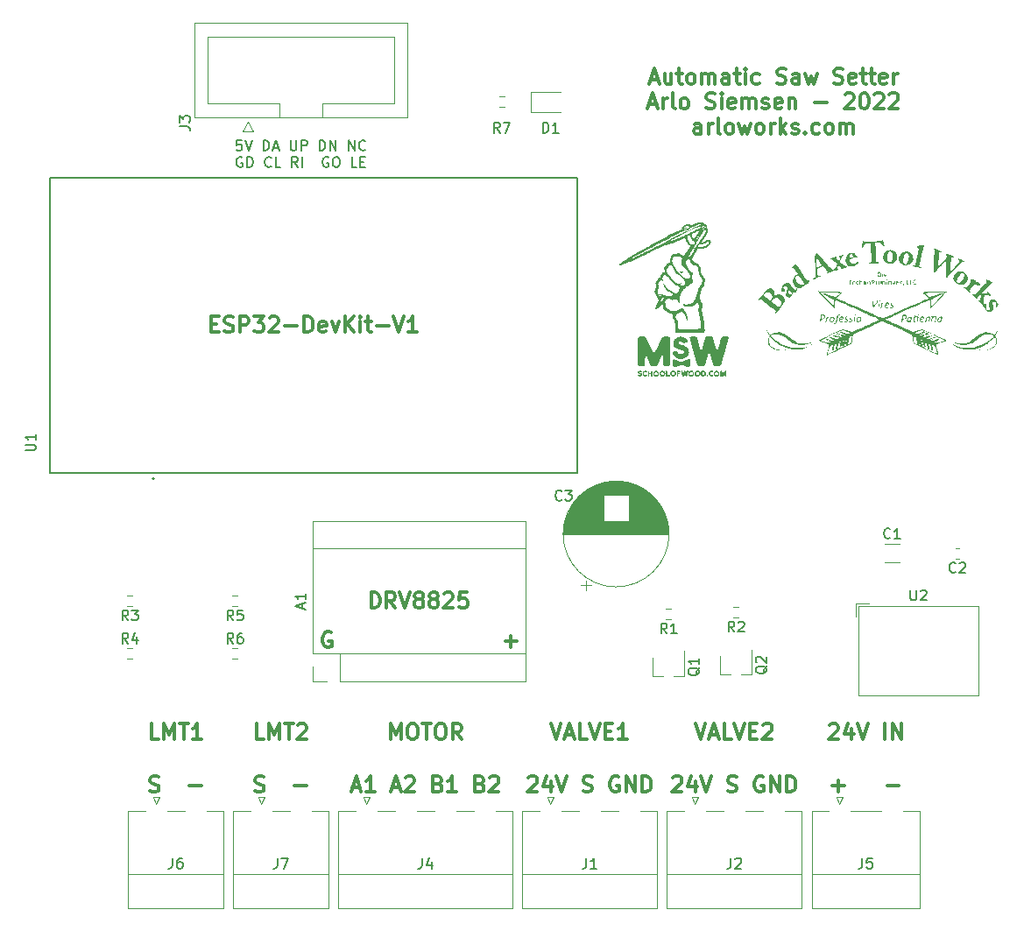
<source format=gbr>
%TF.GenerationSoftware,KiCad,Pcbnew,(6.0.1)*%
%TF.CreationDate,2022-02-12T14:44:04-06:00*%
%TF.ProjectId,sawsetter_main,73617773-6574-4746-9572-5f6d61696e2e,rev?*%
%TF.SameCoordinates,Original*%
%TF.FileFunction,Legend,Top*%
%TF.FilePolarity,Positive*%
%FSLAX46Y46*%
G04 Gerber Fmt 4.6, Leading zero omitted, Abs format (unit mm)*
G04 Created by KiCad (PCBNEW (6.0.1)) date 2022-02-12 14:44:04*
%MOMM*%
%LPD*%
G01*
G04 APERTURE LIST*
%ADD10C,0.300000*%
%ADD11C,0.150000*%
%ADD12C,0.120000*%
%ADD13C,0.127000*%
%ADD14C,0.200000*%
G04 APERTURE END LIST*
D10*
X68008571Y-104247142D02*
X69151428Y-104247142D01*
X68580000Y-104818571D02*
X68580000Y-103675714D01*
X51192857Y-103390000D02*
X51050000Y-103318571D01*
X50835714Y-103318571D01*
X50621428Y-103390000D01*
X50478571Y-103532857D01*
X50407142Y-103675714D01*
X50335714Y-103961428D01*
X50335714Y-104175714D01*
X50407142Y-104461428D01*
X50478571Y-104604285D01*
X50621428Y-104747142D01*
X50835714Y-104818571D01*
X50978571Y-104818571D01*
X51192857Y-104747142D01*
X51264285Y-104675714D01*
X51264285Y-104175714D01*
X50978571Y-104175714D01*
X82087142Y-49905000D02*
X82801428Y-49905000D01*
X81944285Y-50333571D02*
X82444285Y-48833571D01*
X82944285Y-50333571D01*
X84087142Y-49333571D02*
X84087142Y-50333571D01*
X83444285Y-49333571D02*
X83444285Y-50119285D01*
X83515714Y-50262142D01*
X83658571Y-50333571D01*
X83872857Y-50333571D01*
X84015714Y-50262142D01*
X84087142Y-50190714D01*
X84587142Y-49333571D02*
X85158571Y-49333571D01*
X84801428Y-48833571D02*
X84801428Y-50119285D01*
X84872857Y-50262142D01*
X85015714Y-50333571D01*
X85158571Y-50333571D01*
X85872857Y-50333571D02*
X85730000Y-50262142D01*
X85658571Y-50190714D01*
X85587142Y-50047857D01*
X85587142Y-49619285D01*
X85658571Y-49476428D01*
X85730000Y-49405000D01*
X85872857Y-49333571D01*
X86087142Y-49333571D01*
X86230000Y-49405000D01*
X86301428Y-49476428D01*
X86372857Y-49619285D01*
X86372857Y-50047857D01*
X86301428Y-50190714D01*
X86230000Y-50262142D01*
X86087142Y-50333571D01*
X85872857Y-50333571D01*
X87015714Y-50333571D02*
X87015714Y-49333571D01*
X87015714Y-49476428D02*
X87087142Y-49405000D01*
X87230000Y-49333571D01*
X87444285Y-49333571D01*
X87587142Y-49405000D01*
X87658571Y-49547857D01*
X87658571Y-50333571D01*
X87658571Y-49547857D02*
X87730000Y-49405000D01*
X87872857Y-49333571D01*
X88087142Y-49333571D01*
X88230000Y-49405000D01*
X88301428Y-49547857D01*
X88301428Y-50333571D01*
X89658571Y-50333571D02*
X89658571Y-49547857D01*
X89587142Y-49405000D01*
X89444285Y-49333571D01*
X89158571Y-49333571D01*
X89015714Y-49405000D01*
X89658571Y-50262142D02*
X89515714Y-50333571D01*
X89158571Y-50333571D01*
X89015714Y-50262142D01*
X88944285Y-50119285D01*
X88944285Y-49976428D01*
X89015714Y-49833571D01*
X89158571Y-49762142D01*
X89515714Y-49762142D01*
X89658571Y-49690714D01*
X90158571Y-49333571D02*
X90730000Y-49333571D01*
X90372857Y-48833571D02*
X90372857Y-50119285D01*
X90444285Y-50262142D01*
X90587142Y-50333571D01*
X90730000Y-50333571D01*
X91230000Y-50333571D02*
X91230000Y-49333571D01*
X91230000Y-48833571D02*
X91158571Y-48905000D01*
X91230000Y-48976428D01*
X91301428Y-48905000D01*
X91230000Y-48833571D01*
X91230000Y-48976428D01*
X92587142Y-50262142D02*
X92444285Y-50333571D01*
X92158571Y-50333571D01*
X92015714Y-50262142D01*
X91944285Y-50190714D01*
X91872857Y-50047857D01*
X91872857Y-49619285D01*
X91944285Y-49476428D01*
X92015714Y-49405000D01*
X92158571Y-49333571D01*
X92444285Y-49333571D01*
X92587142Y-49405000D01*
X94301428Y-50262142D02*
X94515714Y-50333571D01*
X94872857Y-50333571D01*
X95015714Y-50262142D01*
X95087142Y-50190714D01*
X95158571Y-50047857D01*
X95158571Y-49905000D01*
X95087142Y-49762142D01*
X95015714Y-49690714D01*
X94872857Y-49619285D01*
X94587142Y-49547857D01*
X94444285Y-49476428D01*
X94372857Y-49405000D01*
X94301428Y-49262142D01*
X94301428Y-49119285D01*
X94372857Y-48976428D01*
X94444285Y-48905000D01*
X94587142Y-48833571D01*
X94944285Y-48833571D01*
X95158571Y-48905000D01*
X96444285Y-50333571D02*
X96444285Y-49547857D01*
X96372857Y-49405000D01*
X96230000Y-49333571D01*
X95944285Y-49333571D01*
X95801428Y-49405000D01*
X96444285Y-50262142D02*
X96301428Y-50333571D01*
X95944285Y-50333571D01*
X95801428Y-50262142D01*
X95730000Y-50119285D01*
X95730000Y-49976428D01*
X95801428Y-49833571D01*
X95944285Y-49762142D01*
X96301428Y-49762142D01*
X96444285Y-49690714D01*
X97015714Y-49333571D02*
X97301428Y-50333571D01*
X97587142Y-49619285D01*
X97872857Y-50333571D01*
X98158571Y-49333571D01*
X99801428Y-50262142D02*
X100015714Y-50333571D01*
X100372857Y-50333571D01*
X100515714Y-50262142D01*
X100587142Y-50190714D01*
X100658571Y-50047857D01*
X100658571Y-49905000D01*
X100587142Y-49762142D01*
X100515714Y-49690714D01*
X100372857Y-49619285D01*
X100087142Y-49547857D01*
X99944285Y-49476428D01*
X99872857Y-49405000D01*
X99801428Y-49262142D01*
X99801428Y-49119285D01*
X99872857Y-48976428D01*
X99944285Y-48905000D01*
X100087142Y-48833571D01*
X100444285Y-48833571D01*
X100658571Y-48905000D01*
X101872857Y-50262142D02*
X101730000Y-50333571D01*
X101444285Y-50333571D01*
X101301428Y-50262142D01*
X101230000Y-50119285D01*
X101230000Y-49547857D01*
X101301428Y-49405000D01*
X101444285Y-49333571D01*
X101730000Y-49333571D01*
X101872857Y-49405000D01*
X101944285Y-49547857D01*
X101944285Y-49690714D01*
X101230000Y-49833571D01*
X102372857Y-49333571D02*
X102944285Y-49333571D01*
X102587142Y-48833571D02*
X102587142Y-50119285D01*
X102658571Y-50262142D01*
X102801428Y-50333571D01*
X102944285Y-50333571D01*
X103230000Y-49333571D02*
X103801428Y-49333571D01*
X103444285Y-48833571D02*
X103444285Y-50119285D01*
X103515714Y-50262142D01*
X103658571Y-50333571D01*
X103801428Y-50333571D01*
X104872857Y-50262142D02*
X104730000Y-50333571D01*
X104444285Y-50333571D01*
X104301428Y-50262142D01*
X104230000Y-50119285D01*
X104230000Y-49547857D01*
X104301428Y-49405000D01*
X104444285Y-49333571D01*
X104730000Y-49333571D01*
X104872857Y-49405000D01*
X104944285Y-49547857D01*
X104944285Y-49690714D01*
X104230000Y-49833571D01*
X105587142Y-50333571D02*
X105587142Y-49333571D01*
X105587142Y-49619285D02*
X105658571Y-49476428D01*
X105730000Y-49405000D01*
X105872857Y-49333571D01*
X106015714Y-49333571D01*
X81944285Y-52320000D02*
X82658571Y-52320000D01*
X81801428Y-52748571D02*
X82301428Y-51248571D01*
X82801428Y-52748571D01*
X83301428Y-52748571D02*
X83301428Y-51748571D01*
X83301428Y-52034285D02*
X83372857Y-51891428D01*
X83444285Y-51820000D01*
X83587142Y-51748571D01*
X83730000Y-51748571D01*
X84444285Y-52748571D02*
X84301428Y-52677142D01*
X84230000Y-52534285D01*
X84230000Y-51248571D01*
X85230000Y-52748571D02*
X85087142Y-52677142D01*
X85015714Y-52605714D01*
X84944285Y-52462857D01*
X84944285Y-52034285D01*
X85015714Y-51891428D01*
X85087142Y-51820000D01*
X85230000Y-51748571D01*
X85444285Y-51748571D01*
X85587142Y-51820000D01*
X85658571Y-51891428D01*
X85730000Y-52034285D01*
X85730000Y-52462857D01*
X85658571Y-52605714D01*
X85587142Y-52677142D01*
X85444285Y-52748571D01*
X85230000Y-52748571D01*
X87444285Y-52677142D02*
X87658571Y-52748571D01*
X88015714Y-52748571D01*
X88158571Y-52677142D01*
X88230000Y-52605714D01*
X88301428Y-52462857D01*
X88301428Y-52320000D01*
X88230000Y-52177142D01*
X88158571Y-52105714D01*
X88015714Y-52034285D01*
X87730000Y-51962857D01*
X87587142Y-51891428D01*
X87515714Y-51820000D01*
X87444285Y-51677142D01*
X87444285Y-51534285D01*
X87515714Y-51391428D01*
X87587142Y-51320000D01*
X87730000Y-51248571D01*
X88087142Y-51248571D01*
X88301428Y-51320000D01*
X88944285Y-52748571D02*
X88944285Y-51748571D01*
X88944285Y-51248571D02*
X88872857Y-51320000D01*
X88944285Y-51391428D01*
X89015714Y-51320000D01*
X88944285Y-51248571D01*
X88944285Y-51391428D01*
X90230000Y-52677142D02*
X90087142Y-52748571D01*
X89801428Y-52748571D01*
X89658571Y-52677142D01*
X89587142Y-52534285D01*
X89587142Y-51962857D01*
X89658571Y-51820000D01*
X89801428Y-51748571D01*
X90087142Y-51748571D01*
X90230000Y-51820000D01*
X90301428Y-51962857D01*
X90301428Y-52105714D01*
X89587142Y-52248571D01*
X90944285Y-52748571D02*
X90944285Y-51748571D01*
X90944285Y-51891428D02*
X91015714Y-51820000D01*
X91158571Y-51748571D01*
X91372857Y-51748571D01*
X91515714Y-51820000D01*
X91587142Y-51962857D01*
X91587142Y-52748571D01*
X91587142Y-51962857D02*
X91658571Y-51820000D01*
X91801428Y-51748571D01*
X92015714Y-51748571D01*
X92158571Y-51820000D01*
X92230000Y-51962857D01*
X92230000Y-52748571D01*
X92872857Y-52677142D02*
X93015714Y-52748571D01*
X93301428Y-52748571D01*
X93444285Y-52677142D01*
X93515714Y-52534285D01*
X93515714Y-52462857D01*
X93444285Y-52320000D01*
X93301428Y-52248571D01*
X93087142Y-52248571D01*
X92944285Y-52177142D01*
X92872857Y-52034285D01*
X92872857Y-51962857D01*
X92944285Y-51820000D01*
X93087142Y-51748571D01*
X93301428Y-51748571D01*
X93444285Y-51820000D01*
X94730000Y-52677142D02*
X94587142Y-52748571D01*
X94301428Y-52748571D01*
X94158571Y-52677142D01*
X94087142Y-52534285D01*
X94087142Y-51962857D01*
X94158571Y-51820000D01*
X94301428Y-51748571D01*
X94587142Y-51748571D01*
X94730000Y-51820000D01*
X94801428Y-51962857D01*
X94801428Y-52105714D01*
X94087142Y-52248571D01*
X95444285Y-51748571D02*
X95444285Y-52748571D01*
X95444285Y-51891428D02*
X95515714Y-51820000D01*
X95658571Y-51748571D01*
X95872857Y-51748571D01*
X96015714Y-51820000D01*
X96087142Y-51962857D01*
X96087142Y-52748571D01*
X97944285Y-52177142D02*
X99087142Y-52177142D01*
X100872857Y-51391428D02*
X100944285Y-51320000D01*
X101087142Y-51248571D01*
X101444285Y-51248571D01*
X101587142Y-51320000D01*
X101658571Y-51391428D01*
X101730000Y-51534285D01*
X101730000Y-51677142D01*
X101658571Y-51891428D01*
X100801428Y-52748571D01*
X101730000Y-52748571D01*
X102658571Y-51248571D02*
X102801428Y-51248571D01*
X102944285Y-51320000D01*
X103015714Y-51391428D01*
X103087142Y-51534285D01*
X103158571Y-51820000D01*
X103158571Y-52177142D01*
X103087142Y-52462857D01*
X103015714Y-52605714D01*
X102944285Y-52677142D01*
X102801428Y-52748571D01*
X102658571Y-52748571D01*
X102515714Y-52677142D01*
X102444285Y-52605714D01*
X102372857Y-52462857D01*
X102301428Y-52177142D01*
X102301428Y-51820000D01*
X102372857Y-51534285D01*
X102444285Y-51391428D01*
X102515714Y-51320000D01*
X102658571Y-51248571D01*
X103730000Y-51391428D02*
X103801428Y-51320000D01*
X103944285Y-51248571D01*
X104301428Y-51248571D01*
X104444285Y-51320000D01*
X104515714Y-51391428D01*
X104587142Y-51534285D01*
X104587142Y-51677142D01*
X104515714Y-51891428D01*
X103658571Y-52748571D01*
X104587142Y-52748571D01*
X105158571Y-51391428D02*
X105230000Y-51320000D01*
X105372857Y-51248571D01*
X105730000Y-51248571D01*
X105872857Y-51320000D01*
X105944285Y-51391428D01*
X106015714Y-51534285D01*
X106015714Y-51677142D01*
X105944285Y-51891428D01*
X105087142Y-52748571D01*
X106015714Y-52748571D01*
X86944285Y-55163571D02*
X86944285Y-54377857D01*
X86872857Y-54235000D01*
X86730000Y-54163571D01*
X86444285Y-54163571D01*
X86301428Y-54235000D01*
X86944285Y-55092142D02*
X86801428Y-55163571D01*
X86444285Y-55163571D01*
X86301428Y-55092142D01*
X86230000Y-54949285D01*
X86230000Y-54806428D01*
X86301428Y-54663571D01*
X86444285Y-54592142D01*
X86801428Y-54592142D01*
X86944285Y-54520714D01*
X87658571Y-55163571D02*
X87658571Y-54163571D01*
X87658571Y-54449285D02*
X87730000Y-54306428D01*
X87801428Y-54235000D01*
X87944285Y-54163571D01*
X88087142Y-54163571D01*
X88801428Y-55163571D02*
X88658571Y-55092142D01*
X88587142Y-54949285D01*
X88587142Y-53663571D01*
X89587142Y-55163571D02*
X89444285Y-55092142D01*
X89372857Y-55020714D01*
X89301428Y-54877857D01*
X89301428Y-54449285D01*
X89372857Y-54306428D01*
X89444285Y-54235000D01*
X89587142Y-54163571D01*
X89801428Y-54163571D01*
X89944285Y-54235000D01*
X90015714Y-54306428D01*
X90087142Y-54449285D01*
X90087142Y-54877857D01*
X90015714Y-55020714D01*
X89944285Y-55092142D01*
X89801428Y-55163571D01*
X89587142Y-55163571D01*
X90587142Y-54163571D02*
X90872857Y-55163571D01*
X91158571Y-54449285D01*
X91444285Y-55163571D01*
X91730000Y-54163571D01*
X92515714Y-55163571D02*
X92372857Y-55092142D01*
X92301428Y-55020714D01*
X92230000Y-54877857D01*
X92230000Y-54449285D01*
X92301428Y-54306428D01*
X92372857Y-54235000D01*
X92515714Y-54163571D01*
X92730000Y-54163571D01*
X92872857Y-54235000D01*
X92944285Y-54306428D01*
X93015714Y-54449285D01*
X93015714Y-54877857D01*
X92944285Y-55020714D01*
X92872857Y-55092142D01*
X92730000Y-55163571D01*
X92515714Y-55163571D01*
X93658571Y-55163571D02*
X93658571Y-54163571D01*
X93658571Y-54449285D02*
X93730000Y-54306428D01*
X93801428Y-54235000D01*
X93944285Y-54163571D01*
X94087142Y-54163571D01*
X94587142Y-55163571D02*
X94587142Y-53663571D01*
X94730000Y-54592142D02*
X95158571Y-55163571D01*
X95158571Y-54163571D02*
X94587142Y-54735000D01*
X95730000Y-55092142D02*
X95872857Y-55163571D01*
X96158571Y-55163571D01*
X96301428Y-55092142D01*
X96372857Y-54949285D01*
X96372857Y-54877857D01*
X96301428Y-54735000D01*
X96158571Y-54663571D01*
X95944285Y-54663571D01*
X95801428Y-54592142D01*
X95730000Y-54449285D01*
X95730000Y-54377857D01*
X95801428Y-54235000D01*
X95944285Y-54163571D01*
X96158571Y-54163571D01*
X96301428Y-54235000D01*
X97015714Y-55020714D02*
X97087142Y-55092142D01*
X97015714Y-55163571D01*
X96944285Y-55092142D01*
X97015714Y-55020714D01*
X97015714Y-55163571D01*
X98372857Y-55092142D02*
X98230000Y-55163571D01*
X97944285Y-55163571D01*
X97801428Y-55092142D01*
X97730000Y-55020714D01*
X97658571Y-54877857D01*
X97658571Y-54449285D01*
X97730000Y-54306428D01*
X97801428Y-54235000D01*
X97944285Y-54163571D01*
X98230000Y-54163571D01*
X98372857Y-54235000D01*
X99230000Y-55163571D02*
X99087142Y-55092142D01*
X99015714Y-55020714D01*
X98944285Y-54877857D01*
X98944285Y-54449285D01*
X99015714Y-54306428D01*
X99087142Y-54235000D01*
X99230000Y-54163571D01*
X99444285Y-54163571D01*
X99587142Y-54235000D01*
X99658571Y-54306428D01*
X99730000Y-54449285D01*
X99730000Y-54877857D01*
X99658571Y-55020714D01*
X99587142Y-55092142D01*
X99444285Y-55163571D01*
X99230000Y-55163571D01*
X100372857Y-55163571D02*
X100372857Y-54163571D01*
X100372857Y-54306428D02*
X100444285Y-54235000D01*
X100587142Y-54163571D01*
X100801428Y-54163571D01*
X100944285Y-54235000D01*
X101015714Y-54377857D01*
X101015714Y-55163571D01*
X101015714Y-54377857D02*
X101087142Y-54235000D01*
X101230000Y-54163571D01*
X101444285Y-54163571D01*
X101587142Y-54235000D01*
X101658571Y-54377857D01*
X101658571Y-55163571D01*
X84241428Y-117431428D02*
X84312857Y-117360000D01*
X84455714Y-117288571D01*
X84812857Y-117288571D01*
X84955714Y-117360000D01*
X85027142Y-117431428D01*
X85098571Y-117574285D01*
X85098571Y-117717142D01*
X85027142Y-117931428D01*
X84170000Y-118788571D01*
X85098571Y-118788571D01*
X86384285Y-117788571D02*
X86384285Y-118788571D01*
X86027142Y-117217142D02*
X85670000Y-118288571D01*
X86598571Y-118288571D01*
X86955714Y-117288571D02*
X87455714Y-118788571D01*
X87955714Y-117288571D01*
X89527142Y-118717142D02*
X89741428Y-118788571D01*
X90098571Y-118788571D01*
X90241428Y-118717142D01*
X90312857Y-118645714D01*
X90384285Y-118502857D01*
X90384285Y-118360000D01*
X90312857Y-118217142D01*
X90241428Y-118145714D01*
X90098571Y-118074285D01*
X89812857Y-118002857D01*
X89670000Y-117931428D01*
X89598571Y-117860000D01*
X89527142Y-117717142D01*
X89527142Y-117574285D01*
X89598571Y-117431428D01*
X89670000Y-117360000D01*
X89812857Y-117288571D01*
X90170000Y-117288571D01*
X90384285Y-117360000D01*
X92955714Y-117360000D02*
X92812857Y-117288571D01*
X92598571Y-117288571D01*
X92384285Y-117360000D01*
X92241428Y-117502857D01*
X92170000Y-117645714D01*
X92098571Y-117931428D01*
X92098571Y-118145714D01*
X92170000Y-118431428D01*
X92241428Y-118574285D01*
X92384285Y-118717142D01*
X92598571Y-118788571D01*
X92741428Y-118788571D01*
X92955714Y-118717142D01*
X93027142Y-118645714D01*
X93027142Y-118145714D01*
X92741428Y-118145714D01*
X93670000Y-118788571D02*
X93670000Y-117288571D01*
X94527142Y-118788571D01*
X94527142Y-117288571D01*
X95241428Y-118788571D02*
X95241428Y-117288571D01*
X95598571Y-117288571D01*
X95812857Y-117360000D01*
X95955714Y-117502857D01*
X96027142Y-117645714D01*
X96098571Y-117931428D01*
X96098571Y-118145714D01*
X96027142Y-118431428D01*
X95955714Y-118574285D01*
X95812857Y-118717142D01*
X95598571Y-118788571D01*
X95241428Y-118788571D01*
X33695000Y-118717142D02*
X33909285Y-118788571D01*
X34266428Y-118788571D01*
X34409285Y-118717142D01*
X34480714Y-118645714D01*
X34552142Y-118502857D01*
X34552142Y-118360000D01*
X34480714Y-118217142D01*
X34409285Y-118145714D01*
X34266428Y-118074285D01*
X33980714Y-118002857D01*
X33837857Y-117931428D01*
X33766428Y-117860000D01*
X33695000Y-117717142D01*
X33695000Y-117574285D01*
X33766428Y-117431428D01*
X33837857Y-117360000D01*
X33980714Y-117288571D01*
X34337857Y-117288571D01*
X34552142Y-117360000D01*
X37480714Y-118217142D02*
X38623571Y-118217142D01*
X53253571Y-118360000D02*
X53967857Y-118360000D01*
X53110714Y-118788571D02*
X53610714Y-117288571D01*
X54110714Y-118788571D01*
X55396428Y-118788571D02*
X54539285Y-118788571D01*
X54967857Y-118788571D02*
X54967857Y-117288571D01*
X54825000Y-117502857D01*
X54682142Y-117645714D01*
X54539285Y-117717142D01*
X57110714Y-118360000D02*
X57825000Y-118360000D01*
X56967857Y-118788571D02*
X57467857Y-117288571D01*
X57967857Y-118788571D01*
X58396428Y-117431428D02*
X58467857Y-117360000D01*
X58610714Y-117288571D01*
X58967857Y-117288571D01*
X59110714Y-117360000D01*
X59182142Y-117431428D01*
X59253571Y-117574285D01*
X59253571Y-117717142D01*
X59182142Y-117931428D01*
X58325000Y-118788571D01*
X59253571Y-118788571D01*
X61539285Y-118002857D02*
X61753571Y-118074285D01*
X61825000Y-118145714D01*
X61896428Y-118288571D01*
X61896428Y-118502857D01*
X61825000Y-118645714D01*
X61753571Y-118717142D01*
X61610714Y-118788571D01*
X61039285Y-118788571D01*
X61039285Y-117288571D01*
X61539285Y-117288571D01*
X61682142Y-117360000D01*
X61753571Y-117431428D01*
X61825000Y-117574285D01*
X61825000Y-117717142D01*
X61753571Y-117860000D01*
X61682142Y-117931428D01*
X61539285Y-118002857D01*
X61039285Y-118002857D01*
X63325000Y-118788571D02*
X62467857Y-118788571D01*
X62896428Y-118788571D02*
X62896428Y-117288571D01*
X62753571Y-117502857D01*
X62610714Y-117645714D01*
X62467857Y-117717142D01*
X65610714Y-118002857D02*
X65825000Y-118074285D01*
X65896428Y-118145714D01*
X65967857Y-118288571D01*
X65967857Y-118502857D01*
X65896428Y-118645714D01*
X65825000Y-118717142D01*
X65682142Y-118788571D01*
X65110714Y-118788571D01*
X65110714Y-117288571D01*
X65610714Y-117288571D01*
X65753571Y-117360000D01*
X65825000Y-117431428D01*
X65896428Y-117574285D01*
X65896428Y-117717142D01*
X65825000Y-117860000D01*
X65753571Y-117931428D01*
X65610714Y-118002857D01*
X65110714Y-118002857D01*
X66539285Y-117431428D02*
X66610714Y-117360000D01*
X66753571Y-117288571D01*
X67110714Y-117288571D01*
X67253571Y-117360000D01*
X67325000Y-117431428D01*
X67396428Y-117574285D01*
X67396428Y-117717142D01*
X67325000Y-117931428D01*
X66467857Y-118788571D01*
X67396428Y-118788571D01*
X55047142Y-101008571D02*
X55047142Y-99508571D01*
X55404285Y-99508571D01*
X55618571Y-99580000D01*
X55761428Y-99722857D01*
X55832857Y-99865714D01*
X55904285Y-100151428D01*
X55904285Y-100365714D01*
X55832857Y-100651428D01*
X55761428Y-100794285D01*
X55618571Y-100937142D01*
X55404285Y-101008571D01*
X55047142Y-101008571D01*
X57404285Y-101008571D02*
X56904285Y-100294285D01*
X56547142Y-101008571D02*
X56547142Y-99508571D01*
X57118571Y-99508571D01*
X57261428Y-99580000D01*
X57332857Y-99651428D01*
X57404285Y-99794285D01*
X57404285Y-100008571D01*
X57332857Y-100151428D01*
X57261428Y-100222857D01*
X57118571Y-100294285D01*
X56547142Y-100294285D01*
X57832857Y-99508571D02*
X58332857Y-101008571D01*
X58832857Y-99508571D01*
X59547142Y-100151428D02*
X59404285Y-100080000D01*
X59332857Y-100008571D01*
X59261428Y-99865714D01*
X59261428Y-99794285D01*
X59332857Y-99651428D01*
X59404285Y-99580000D01*
X59547142Y-99508571D01*
X59832857Y-99508571D01*
X59975714Y-99580000D01*
X60047142Y-99651428D01*
X60118571Y-99794285D01*
X60118571Y-99865714D01*
X60047142Y-100008571D01*
X59975714Y-100080000D01*
X59832857Y-100151428D01*
X59547142Y-100151428D01*
X59404285Y-100222857D01*
X59332857Y-100294285D01*
X59261428Y-100437142D01*
X59261428Y-100722857D01*
X59332857Y-100865714D01*
X59404285Y-100937142D01*
X59547142Y-101008571D01*
X59832857Y-101008571D01*
X59975714Y-100937142D01*
X60047142Y-100865714D01*
X60118571Y-100722857D01*
X60118571Y-100437142D01*
X60047142Y-100294285D01*
X59975714Y-100222857D01*
X59832857Y-100151428D01*
X60975714Y-100151428D02*
X60832857Y-100080000D01*
X60761428Y-100008571D01*
X60690000Y-99865714D01*
X60690000Y-99794285D01*
X60761428Y-99651428D01*
X60832857Y-99580000D01*
X60975714Y-99508571D01*
X61261428Y-99508571D01*
X61404285Y-99580000D01*
X61475714Y-99651428D01*
X61547142Y-99794285D01*
X61547142Y-99865714D01*
X61475714Y-100008571D01*
X61404285Y-100080000D01*
X61261428Y-100151428D01*
X60975714Y-100151428D01*
X60832857Y-100222857D01*
X60761428Y-100294285D01*
X60690000Y-100437142D01*
X60690000Y-100722857D01*
X60761428Y-100865714D01*
X60832857Y-100937142D01*
X60975714Y-101008571D01*
X61261428Y-101008571D01*
X61404285Y-100937142D01*
X61475714Y-100865714D01*
X61547142Y-100722857D01*
X61547142Y-100437142D01*
X61475714Y-100294285D01*
X61404285Y-100222857D01*
X61261428Y-100151428D01*
X62118571Y-99651428D02*
X62190000Y-99580000D01*
X62332857Y-99508571D01*
X62690000Y-99508571D01*
X62832857Y-99580000D01*
X62904285Y-99651428D01*
X62975714Y-99794285D01*
X62975714Y-99937142D01*
X62904285Y-100151428D01*
X62047142Y-101008571D01*
X62975714Y-101008571D01*
X64332857Y-99508571D02*
X63618571Y-99508571D01*
X63547142Y-100222857D01*
X63618571Y-100151428D01*
X63761428Y-100080000D01*
X64118571Y-100080000D01*
X64261428Y-100151428D01*
X64332857Y-100222857D01*
X64404285Y-100365714D01*
X64404285Y-100722857D01*
X64332857Y-100865714D01*
X64261428Y-100937142D01*
X64118571Y-101008571D01*
X63761428Y-101008571D01*
X63618571Y-100937142D01*
X63547142Y-100865714D01*
X99370000Y-112351428D02*
X99441428Y-112280000D01*
X99584285Y-112208571D01*
X99941428Y-112208571D01*
X100084285Y-112280000D01*
X100155714Y-112351428D01*
X100227142Y-112494285D01*
X100227142Y-112637142D01*
X100155714Y-112851428D01*
X99298571Y-113708571D01*
X100227142Y-113708571D01*
X101512857Y-112708571D02*
X101512857Y-113708571D01*
X101155714Y-112137142D02*
X100798571Y-113208571D01*
X101727142Y-113208571D01*
X102084285Y-112208571D02*
X102584285Y-113708571D01*
X103084285Y-112208571D01*
X104727142Y-113708571D02*
X104727142Y-112208571D01*
X105441428Y-113708571D02*
X105441428Y-112208571D01*
X106298571Y-113708571D01*
X106298571Y-112208571D01*
X72414285Y-112208571D02*
X72914285Y-113708571D01*
X73414285Y-112208571D01*
X73842857Y-113280000D02*
X74557142Y-113280000D01*
X73700000Y-113708571D02*
X74200000Y-112208571D01*
X74700000Y-113708571D01*
X75914285Y-113708571D02*
X75200000Y-113708571D01*
X75200000Y-112208571D01*
X76200000Y-112208571D02*
X76700000Y-113708571D01*
X77200000Y-112208571D01*
X77700000Y-112922857D02*
X78200000Y-112922857D01*
X78414285Y-113708571D02*
X77700000Y-113708571D01*
X77700000Y-112208571D01*
X78414285Y-112208571D01*
X79842857Y-113708571D02*
X78985714Y-113708571D01*
X79414285Y-113708571D02*
X79414285Y-112208571D01*
X79271428Y-112422857D01*
X79128571Y-112565714D01*
X78985714Y-112637142D01*
X86384285Y-112208571D02*
X86884285Y-113708571D01*
X87384285Y-112208571D01*
X87812857Y-113280000D02*
X88527142Y-113280000D01*
X87670000Y-113708571D02*
X88170000Y-112208571D01*
X88670000Y-113708571D01*
X89884285Y-113708571D02*
X89170000Y-113708571D01*
X89170000Y-112208571D01*
X90170000Y-112208571D02*
X90670000Y-113708571D01*
X91170000Y-112208571D01*
X91670000Y-112922857D02*
X92170000Y-112922857D01*
X92384285Y-113708571D02*
X91670000Y-113708571D01*
X91670000Y-112208571D01*
X92384285Y-112208571D01*
X92955714Y-112351428D02*
X93027142Y-112280000D01*
X93170000Y-112208571D01*
X93527142Y-112208571D01*
X93670000Y-112280000D01*
X93741428Y-112351428D01*
X93812857Y-112494285D01*
X93812857Y-112637142D01*
X93741428Y-112851428D01*
X92884285Y-113708571D01*
X93812857Y-113708571D01*
X44676428Y-113708571D02*
X43962142Y-113708571D01*
X43962142Y-112208571D01*
X45176428Y-113708571D02*
X45176428Y-112208571D01*
X45676428Y-113280000D01*
X46176428Y-112208571D01*
X46176428Y-113708571D01*
X46676428Y-112208571D02*
X47533571Y-112208571D01*
X47105000Y-113708571D02*
X47105000Y-112208571D01*
X47962142Y-112351428D02*
X48033571Y-112280000D01*
X48176428Y-112208571D01*
X48533571Y-112208571D01*
X48676428Y-112280000D01*
X48747857Y-112351428D01*
X48819285Y-112494285D01*
X48819285Y-112637142D01*
X48747857Y-112851428D01*
X47890714Y-113708571D01*
X48819285Y-113708571D01*
D11*
X42545714Y-55797380D02*
X42069523Y-55797380D01*
X42021904Y-56273571D01*
X42069523Y-56225952D01*
X42164761Y-56178333D01*
X42402857Y-56178333D01*
X42498095Y-56225952D01*
X42545714Y-56273571D01*
X42593333Y-56368809D01*
X42593333Y-56606904D01*
X42545714Y-56702142D01*
X42498095Y-56749761D01*
X42402857Y-56797380D01*
X42164761Y-56797380D01*
X42069523Y-56749761D01*
X42021904Y-56702142D01*
X42879047Y-55797380D02*
X43212380Y-56797380D01*
X43545714Y-55797380D01*
X44640952Y-56797380D02*
X44640952Y-55797380D01*
X44879047Y-55797380D01*
X45021904Y-55845000D01*
X45117142Y-55940238D01*
X45164761Y-56035476D01*
X45212380Y-56225952D01*
X45212380Y-56368809D01*
X45164761Y-56559285D01*
X45117142Y-56654523D01*
X45021904Y-56749761D01*
X44879047Y-56797380D01*
X44640952Y-56797380D01*
X45593333Y-56511666D02*
X46069523Y-56511666D01*
X45498095Y-56797380D02*
X45831428Y-55797380D01*
X46164761Y-56797380D01*
X47260000Y-55797380D02*
X47260000Y-56606904D01*
X47307619Y-56702142D01*
X47355238Y-56749761D01*
X47450476Y-56797380D01*
X47640952Y-56797380D01*
X47736190Y-56749761D01*
X47783809Y-56702142D01*
X47831428Y-56606904D01*
X47831428Y-55797380D01*
X48307619Y-56797380D02*
X48307619Y-55797380D01*
X48688571Y-55797380D01*
X48783809Y-55845000D01*
X48831428Y-55892619D01*
X48879047Y-55987857D01*
X48879047Y-56130714D01*
X48831428Y-56225952D01*
X48783809Y-56273571D01*
X48688571Y-56321190D01*
X48307619Y-56321190D01*
X50069523Y-56797380D02*
X50069523Y-55797380D01*
X50307619Y-55797380D01*
X50450476Y-55845000D01*
X50545714Y-55940238D01*
X50593333Y-56035476D01*
X50640952Y-56225952D01*
X50640952Y-56368809D01*
X50593333Y-56559285D01*
X50545714Y-56654523D01*
X50450476Y-56749761D01*
X50307619Y-56797380D01*
X50069523Y-56797380D01*
X51069523Y-56797380D02*
X51069523Y-55797380D01*
X51640952Y-56797380D01*
X51640952Y-55797380D01*
X52879047Y-56797380D02*
X52879047Y-55797380D01*
X53450476Y-56797380D01*
X53450476Y-55797380D01*
X54498095Y-56702142D02*
X54450476Y-56749761D01*
X54307619Y-56797380D01*
X54212380Y-56797380D01*
X54069523Y-56749761D01*
X53974285Y-56654523D01*
X53926666Y-56559285D01*
X53879047Y-56368809D01*
X53879047Y-56225952D01*
X53926666Y-56035476D01*
X53974285Y-55940238D01*
X54069523Y-55845000D01*
X54212380Y-55797380D01*
X54307619Y-55797380D01*
X54450476Y-55845000D01*
X54498095Y-55892619D01*
X42593333Y-57455000D02*
X42498095Y-57407380D01*
X42355238Y-57407380D01*
X42212380Y-57455000D01*
X42117142Y-57550238D01*
X42069523Y-57645476D01*
X42021904Y-57835952D01*
X42021904Y-57978809D01*
X42069523Y-58169285D01*
X42117142Y-58264523D01*
X42212380Y-58359761D01*
X42355238Y-58407380D01*
X42450476Y-58407380D01*
X42593333Y-58359761D01*
X42640952Y-58312142D01*
X42640952Y-57978809D01*
X42450476Y-57978809D01*
X43069523Y-58407380D02*
X43069523Y-57407380D01*
X43307619Y-57407380D01*
X43450476Y-57455000D01*
X43545714Y-57550238D01*
X43593333Y-57645476D01*
X43640952Y-57835952D01*
X43640952Y-57978809D01*
X43593333Y-58169285D01*
X43545714Y-58264523D01*
X43450476Y-58359761D01*
X43307619Y-58407380D01*
X43069523Y-58407380D01*
X45402857Y-58312142D02*
X45355238Y-58359761D01*
X45212380Y-58407380D01*
X45117142Y-58407380D01*
X44974285Y-58359761D01*
X44879047Y-58264523D01*
X44831428Y-58169285D01*
X44783809Y-57978809D01*
X44783809Y-57835952D01*
X44831428Y-57645476D01*
X44879047Y-57550238D01*
X44974285Y-57455000D01*
X45117142Y-57407380D01*
X45212380Y-57407380D01*
X45355238Y-57455000D01*
X45402857Y-57502619D01*
X46307619Y-58407380D02*
X45831428Y-58407380D01*
X45831428Y-57407380D01*
X47974285Y-58407380D02*
X47640952Y-57931190D01*
X47402857Y-58407380D02*
X47402857Y-57407380D01*
X47783809Y-57407380D01*
X47879047Y-57455000D01*
X47926666Y-57502619D01*
X47974285Y-57597857D01*
X47974285Y-57740714D01*
X47926666Y-57835952D01*
X47879047Y-57883571D01*
X47783809Y-57931190D01*
X47402857Y-57931190D01*
X48402857Y-58407380D02*
X48402857Y-57407380D01*
X50926666Y-57455000D02*
X50831428Y-57407380D01*
X50688571Y-57407380D01*
X50545714Y-57455000D01*
X50450476Y-57550238D01*
X50402857Y-57645476D01*
X50355238Y-57835952D01*
X50355238Y-57978809D01*
X50402857Y-58169285D01*
X50450476Y-58264523D01*
X50545714Y-58359761D01*
X50688571Y-58407380D01*
X50783809Y-58407380D01*
X50926666Y-58359761D01*
X50974285Y-58312142D01*
X50974285Y-57978809D01*
X50783809Y-57978809D01*
X51593333Y-57407380D02*
X51783809Y-57407380D01*
X51879047Y-57455000D01*
X51974285Y-57550238D01*
X52021904Y-57740714D01*
X52021904Y-58074047D01*
X51974285Y-58264523D01*
X51879047Y-58359761D01*
X51783809Y-58407380D01*
X51593333Y-58407380D01*
X51498095Y-58359761D01*
X51402857Y-58264523D01*
X51355238Y-58074047D01*
X51355238Y-57740714D01*
X51402857Y-57550238D01*
X51498095Y-57455000D01*
X51593333Y-57407380D01*
X53688571Y-58407380D02*
X53212380Y-58407380D01*
X53212380Y-57407380D01*
X54021904Y-57883571D02*
X54355238Y-57883571D01*
X54498095Y-58407380D02*
X54021904Y-58407380D01*
X54021904Y-57407380D01*
X54498095Y-57407380D01*
D10*
X43855000Y-118717142D02*
X44069285Y-118788571D01*
X44426428Y-118788571D01*
X44569285Y-118717142D01*
X44640714Y-118645714D01*
X44712142Y-118502857D01*
X44712142Y-118360000D01*
X44640714Y-118217142D01*
X44569285Y-118145714D01*
X44426428Y-118074285D01*
X44140714Y-118002857D01*
X43997857Y-117931428D01*
X43926428Y-117860000D01*
X43855000Y-117717142D01*
X43855000Y-117574285D01*
X43926428Y-117431428D01*
X43997857Y-117360000D01*
X44140714Y-117288571D01*
X44497857Y-117288571D01*
X44712142Y-117360000D01*
X47640714Y-118217142D02*
X48783571Y-118217142D01*
X34516428Y-113708571D02*
X33802142Y-113708571D01*
X33802142Y-112208571D01*
X35016428Y-113708571D02*
X35016428Y-112208571D01*
X35516428Y-113280000D01*
X36016428Y-112208571D01*
X36016428Y-113708571D01*
X36516428Y-112208571D02*
X37373571Y-112208571D01*
X36945000Y-113708571D02*
X36945000Y-112208571D01*
X38659285Y-113708571D02*
X37802142Y-113708571D01*
X38230714Y-113708571D02*
X38230714Y-112208571D01*
X38087857Y-112422857D01*
X37945000Y-112565714D01*
X37802142Y-112637142D01*
X70271428Y-117431428D02*
X70342857Y-117360000D01*
X70485714Y-117288571D01*
X70842857Y-117288571D01*
X70985714Y-117360000D01*
X71057142Y-117431428D01*
X71128571Y-117574285D01*
X71128571Y-117717142D01*
X71057142Y-117931428D01*
X70200000Y-118788571D01*
X71128571Y-118788571D01*
X72414285Y-117788571D02*
X72414285Y-118788571D01*
X72057142Y-117217142D02*
X71700000Y-118288571D01*
X72628571Y-118288571D01*
X72985714Y-117288571D02*
X73485714Y-118788571D01*
X73985714Y-117288571D01*
X75557142Y-118717142D02*
X75771428Y-118788571D01*
X76128571Y-118788571D01*
X76271428Y-118717142D01*
X76342857Y-118645714D01*
X76414285Y-118502857D01*
X76414285Y-118360000D01*
X76342857Y-118217142D01*
X76271428Y-118145714D01*
X76128571Y-118074285D01*
X75842857Y-118002857D01*
X75700000Y-117931428D01*
X75628571Y-117860000D01*
X75557142Y-117717142D01*
X75557142Y-117574285D01*
X75628571Y-117431428D01*
X75700000Y-117360000D01*
X75842857Y-117288571D01*
X76200000Y-117288571D01*
X76414285Y-117360000D01*
X78985714Y-117360000D02*
X78842857Y-117288571D01*
X78628571Y-117288571D01*
X78414285Y-117360000D01*
X78271428Y-117502857D01*
X78200000Y-117645714D01*
X78128571Y-117931428D01*
X78128571Y-118145714D01*
X78200000Y-118431428D01*
X78271428Y-118574285D01*
X78414285Y-118717142D01*
X78628571Y-118788571D01*
X78771428Y-118788571D01*
X78985714Y-118717142D01*
X79057142Y-118645714D01*
X79057142Y-118145714D01*
X78771428Y-118145714D01*
X79700000Y-118788571D02*
X79700000Y-117288571D01*
X80557142Y-118788571D01*
X80557142Y-117288571D01*
X81271428Y-118788571D02*
X81271428Y-117288571D01*
X81628571Y-117288571D01*
X81842857Y-117360000D01*
X81985714Y-117502857D01*
X82057142Y-117645714D01*
X82128571Y-117931428D01*
X82128571Y-118145714D01*
X82057142Y-118431428D01*
X81985714Y-118574285D01*
X81842857Y-118717142D01*
X81628571Y-118788571D01*
X81271428Y-118788571D01*
X39601428Y-73552857D02*
X40101428Y-73552857D01*
X40315714Y-74338571D02*
X39601428Y-74338571D01*
X39601428Y-72838571D01*
X40315714Y-72838571D01*
X40887142Y-74267142D02*
X41101428Y-74338571D01*
X41458571Y-74338571D01*
X41601428Y-74267142D01*
X41672857Y-74195714D01*
X41744285Y-74052857D01*
X41744285Y-73910000D01*
X41672857Y-73767142D01*
X41601428Y-73695714D01*
X41458571Y-73624285D01*
X41172857Y-73552857D01*
X41030000Y-73481428D01*
X40958571Y-73410000D01*
X40887142Y-73267142D01*
X40887142Y-73124285D01*
X40958571Y-72981428D01*
X41030000Y-72910000D01*
X41172857Y-72838571D01*
X41530000Y-72838571D01*
X41744285Y-72910000D01*
X42387142Y-74338571D02*
X42387142Y-72838571D01*
X42958571Y-72838571D01*
X43101428Y-72910000D01*
X43172857Y-72981428D01*
X43244285Y-73124285D01*
X43244285Y-73338571D01*
X43172857Y-73481428D01*
X43101428Y-73552857D01*
X42958571Y-73624285D01*
X42387142Y-73624285D01*
X43744285Y-72838571D02*
X44672857Y-72838571D01*
X44172857Y-73410000D01*
X44387142Y-73410000D01*
X44530000Y-73481428D01*
X44601428Y-73552857D01*
X44672857Y-73695714D01*
X44672857Y-74052857D01*
X44601428Y-74195714D01*
X44530000Y-74267142D01*
X44387142Y-74338571D01*
X43958571Y-74338571D01*
X43815714Y-74267142D01*
X43744285Y-74195714D01*
X45244285Y-72981428D02*
X45315714Y-72910000D01*
X45458571Y-72838571D01*
X45815714Y-72838571D01*
X45958571Y-72910000D01*
X46030000Y-72981428D01*
X46101428Y-73124285D01*
X46101428Y-73267142D01*
X46030000Y-73481428D01*
X45172857Y-74338571D01*
X46101428Y-74338571D01*
X46744285Y-73767142D02*
X47887142Y-73767142D01*
X48601428Y-74338571D02*
X48601428Y-72838571D01*
X48958571Y-72838571D01*
X49172857Y-72910000D01*
X49315714Y-73052857D01*
X49387142Y-73195714D01*
X49458571Y-73481428D01*
X49458571Y-73695714D01*
X49387142Y-73981428D01*
X49315714Y-74124285D01*
X49172857Y-74267142D01*
X48958571Y-74338571D01*
X48601428Y-74338571D01*
X50672857Y-74267142D02*
X50530000Y-74338571D01*
X50244285Y-74338571D01*
X50101428Y-74267142D01*
X50030000Y-74124285D01*
X50030000Y-73552857D01*
X50101428Y-73410000D01*
X50244285Y-73338571D01*
X50530000Y-73338571D01*
X50672857Y-73410000D01*
X50744285Y-73552857D01*
X50744285Y-73695714D01*
X50030000Y-73838571D01*
X51244285Y-73338571D02*
X51601428Y-74338571D01*
X51958571Y-73338571D01*
X52530000Y-74338571D02*
X52530000Y-72838571D01*
X53387142Y-74338571D02*
X52744285Y-73481428D01*
X53387142Y-72838571D02*
X52530000Y-73695714D01*
X54030000Y-74338571D02*
X54030000Y-73338571D01*
X54030000Y-72838571D02*
X53958571Y-72910000D01*
X54030000Y-72981428D01*
X54101428Y-72910000D01*
X54030000Y-72838571D01*
X54030000Y-72981428D01*
X54530000Y-73338571D02*
X55101428Y-73338571D01*
X54744285Y-72838571D02*
X54744285Y-74124285D01*
X54815714Y-74267142D01*
X54958571Y-74338571D01*
X55101428Y-74338571D01*
X55601428Y-73767142D02*
X56744285Y-73767142D01*
X57244285Y-72838571D02*
X57744285Y-74338571D01*
X58244285Y-72838571D01*
X59530000Y-74338571D02*
X58672857Y-74338571D01*
X59101428Y-74338571D02*
X59101428Y-72838571D01*
X58958571Y-73052857D01*
X58815714Y-73195714D01*
X58672857Y-73267142D01*
X56932142Y-113708571D02*
X56932142Y-112208571D01*
X57432142Y-113280000D01*
X57932142Y-112208571D01*
X57932142Y-113708571D01*
X58932142Y-112208571D02*
X59217857Y-112208571D01*
X59360714Y-112280000D01*
X59503571Y-112422857D01*
X59575000Y-112708571D01*
X59575000Y-113208571D01*
X59503571Y-113494285D01*
X59360714Y-113637142D01*
X59217857Y-113708571D01*
X58932142Y-113708571D01*
X58789285Y-113637142D01*
X58646428Y-113494285D01*
X58575000Y-113208571D01*
X58575000Y-112708571D01*
X58646428Y-112422857D01*
X58789285Y-112280000D01*
X58932142Y-112208571D01*
X60003571Y-112208571D02*
X60860714Y-112208571D01*
X60432142Y-113708571D02*
X60432142Y-112208571D01*
X61646428Y-112208571D02*
X61932142Y-112208571D01*
X62075000Y-112280000D01*
X62217857Y-112422857D01*
X62289285Y-112708571D01*
X62289285Y-113208571D01*
X62217857Y-113494285D01*
X62075000Y-113637142D01*
X61932142Y-113708571D01*
X61646428Y-113708571D01*
X61503571Y-113637142D01*
X61360714Y-113494285D01*
X61289285Y-113208571D01*
X61289285Y-112708571D01*
X61360714Y-112422857D01*
X61503571Y-112280000D01*
X61646428Y-112208571D01*
X63789285Y-113708571D02*
X63289285Y-112994285D01*
X62932142Y-113708571D02*
X62932142Y-112208571D01*
X63503571Y-112208571D01*
X63646428Y-112280000D01*
X63717857Y-112351428D01*
X63789285Y-112494285D01*
X63789285Y-112708571D01*
X63717857Y-112851428D01*
X63646428Y-112922857D01*
X63503571Y-112994285D01*
X62932142Y-112994285D01*
X99655714Y-118217142D02*
X100798571Y-118217142D01*
X100227142Y-118788571D02*
X100227142Y-117645714D01*
X104941428Y-118217142D02*
X106084285Y-118217142D01*
D11*
%TO.C,C3*%
X73493333Y-90527142D02*
X73445714Y-90574761D01*
X73302857Y-90622380D01*
X73207619Y-90622380D01*
X73064761Y-90574761D01*
X72969523Y-90479523D01*
X72921904Y-90384285D01*
X72874285Y-90193809D01*
X72874285Y-90050952D01*
X72921904Y-89860476D01*
X72969523Y-89765238D01*
X73064761Y-89670000D01*
X73207619Y-89622380D01*
X73302857Y-89622380D01*
X73445714Y-89670000D01*
X73493333Y-89717619D01*
X73826666Y-89622380D02*
X74445714Y-89622380D01*
X74112380Y-90003333D01*
X74255238Y-90003333D01*
X74350476Y-90050952D01*
X74398095Y-90098571D01*
X74445714Y-90193809D01*
X74445714Y-90431904D01*
X74398095Y-90527142D01*
X74350476Y-90574761D01*
X74255238Y-90622380D01*
X73969523Y-90622380D01*
X73874285Y-90574761D01*
X73826666Y-90527142D01*
%TO.C,R6*%
X41743333Y-104432380D02*
X41410000Y-103956190D01*
X41171904Y-104432380D02*
X41171904Y-103432380D01*
X41552857Y-103432380D01*
X41648095Y-103480000D01*
X41695714Y-103527619D01*
X41743333Y-103622857D01*
X41743333Y-103765714D01*
X41695714Y-103860952D01*
X41648095Y-103908571D01*
X41552857Y-103956190D01*
X41171904Y-103956190D01*
X42600476Y-103432380D02*
X42410000Y-103432380D01*
X42314761Y-103480000D01*
X42267142Y-103527619D01*
X42171904Y-103670476D01*
X42124285Y-103860952D01*
X42124285Y-104241904D01*
X42171904Y-104337142D01*
X42219523Y-104384761D01*
X42314761Y-104432380D01*
X42505238Y-104432380D01*
X42600476Y-104384761D01*
X42648095Y-104337142D01*
X42695714Y-104241904D01*
X42695714Y-104003809D01*
X42648095Y-103908571D01*
X42600476Y-103860952D01*
X42505238Y-103813333D01*
X42314761Y-103813333D01*
X42219523Y-103860952D01*
X42171904Y-103908571D01*
X42124285Y-104003809D01*
%TO.C,D1*%
X71651904Y-55062380D02*
X71651904Y-54062380D01*
X71890000Y-54062380D01*
X72032857Y-54110000D01*
X72128095Y-54205238D01*
X72175714Y-54300476D01*
X72223333Y-54490952D01*
X72223333Y-54633809D01*
X72175714Y-54824285D01*
X72128095Y-54919523D01*
X72032857Y-55014761D01*
X71890000Y-55062380D01*
X71651904Y-55062380D01*
X73175714Y-55062380D02*
X72604285Y-55062380D01*
X72890000Y-55062380D02*
X72890000Y-54062380D01*
X72794761Y-54205238D01*
X72699523Y-54300476D01*
X72604285Y-54348095D01*
%TO.C,J1*%
X75866666Y-125182380D02*
X75866666Y-125896666D01*
X75819047Y-126039523D01*
X75723809Y-126134761D01*
X75580952Y-126182380D01*
X75485714Y-126182380D01*
X76866666Y-126182380D02*
X76295238Y-126182380D01*
X76580952Y-126182380D02*
X76580952Y-125182380D01*
X76485714Y-125325238D01*
X76390476Y-125420476D01*
X76295238Y-125468095D01*
%TO.C,Q1*%
X86817619Y-106775238D02*
X86770000Y-106870476D01*
X86674761Y-106965714D01*
X86531904Y-107108571D01*
X86484285Y-107203809D01*
X86484285Y-107299047D01*
X86722380Y-107251428D02*
X86674761Y-107346666D01*
X86579523Y-107441904D01*
X86389047Y-107489523D01*
X86055714Y-107489523D01*
X85865238Y-107441904D01*
X85770000Y-107346666D01*
X85722380Y-107251428D01*
X85722380Y-107060952D01*
X85770000Y-106965714D01*
X85865238Y-106870476D01*
X86055714Y-106822857D01*
X86389047Y-106822857D01*
X86579523Y-106870476D01*
X86674761Y-106965714D01*
X86722380Y-107060952D01*
X86722380Y-107251428D01*
X86722380Y-105870476D02*
X86722380Y-106441904D01*
X86722380Y-106156190D02*
X85722380Y-106156190D01*
X85865238Y-106251428D01*
X85960476Y-106346666D01*
X86008095Y-106441904D01*
%TO.C,Q2*%
X93342619Y-106610238D02*
X93295000Y-106705476D01*
X93199761Y-106800714D01*
X93056904Y-106943571D01*
X93009285Y-107038809D01*
X93009285Y-107134047D01*
X93247380Y-107086428D02*
X93199761Y-107181666D01*
X93104523Y-107276904D01*
X92914047Y-107324523D01*
X92580714Y-107324523D01*
X92390238Y-107276904D01*
X92295000Y-107181666D01*
X92247380Y-107086428D01*
X92247380Y-106895952D01*
X92295000Y-106800714D01*
X92390238Y-106705476D01*
X92580714Y-106657857D01*
X92914047Y-106657857D01*
X93104523Y-106705476D01*
X93199761Y-106800714D01*
X93247380Y-106895952D01*
X93247380Y-107086428D01*
X92342619Y-106276904D02*
X92295000Y-106229285D01*
X92247380Y-106134047D01*
X92247380Y-105895952D01*
X92295000Y-105800714D01*
X92342619Y-105753095D01*
X92437857Y-105705476D01*
X92533095Y-105705476D01*
X92675952Y-105753095D01*
X93247380Y-106324523D01*
X93247380Y-105705476D01*
%TO.C,R4*%
X31583333Y-104432380D02*
X31250000Y-103956190D01*
X31011904Y-104432380D02*
X31011904Y-103432380D01*
X31392857Y-103432380D01*
X31488095Y-103480000D01*
X31535714Y-103527619D01*
X31583333Y-103622857D01*
X31583333Y-103765714D01*
X31535714Y-103860952D01*
X31488095Y-103908571D01*
X31392857Y-103956190D01*
X31011904Y-103956190D01*
X32440476Y-103765714D02*
X32440476Y-104432380D01*
X32202380Y-103384761D02*
X31964285Y-104099047D01*
X32583333Y-104099047D01*
%TO.C,J3*%
X36532380Y-54425833D02*
X37246666Y-54425833D01*
X37389523Y-54473452D01*
X37484761Y-54568690D01*
X37532380Y-54711547D01*
X37532380Y-54806785D01*
X36532380Y-54044880D02*
X36532380Y-53425833D01*
X36913333Y-53759166D01*
X36913333Y-53616309D01*
X36960952Y-53521071D01*
X37008571Y-53473452D01*
X37103809Y-53425833D01*
X37341904Y-53425833D01*
X37437142Y-53473452D01*
X37484761Y-53521071D01*
X37532380Y-53616309D01*
X37532380Y-53902023D01*
X37484761Y-53997261D01*
X37437142Y-54044880D01*
%TO.C,R2*%
X90178333Y-103317380D02*
X89845000Y-102841190D01*
X89606904Y-103317380D02*
X89606904Y-102317380D01*
X89987857Y-102317380D01*
X90083095Y-102365000D01*
X90130714Y-102412619D01*
X90178333Y-102507857D01*
X90178333Y-102650714D01*
X90130714Y-102745952D01*
X90083095Y-102793571D01*
X89987857Y-102841190D01*
X89606904Y-102841190D01*
X90559285Y-102412619D02*
X90606904Y-102365000D01*
X90702142Y-102317380D01*
X90940238Y-102317380D01*
X91035476Y-102365000D01*
X91083095Y-102412619D01*
X91130714Y-102507857D01*
X91130714Y-102603095D01*
X91083095Y-102745952D01*
X90511666Y-103317380D01*
X91130714Y-103317380D01*
%TO.C,R1*%
X83653333Y-103482380D02*
X83320000Y-103006190D01*
X83081904Y-103482380D02*
X83081904Y-102482380D01*
X83462857Y-102482380D01*
X83558095Y-102530000D01*
X83605714Y-102577619D01*
X83653333Y-102672857D01*
X83653333Y-102815714D01*
X83605714Y-102910952D01*
X83558095Y-102958571D01*
X83462857Y-103006190D01*
X83081904Y-103006190D01*
X84605714Y-103482380D02*
X84034285Y-103482380D01*
X84320000Y-103482380D02*
X84320000Y-102482380D01*
X84224761Y-102625238D01*
X84129523Y-102720476D01*
X84034285Y-102768095D01*
%TO.C,J5*%
X102536666Y-125182380D02*
X102536666Y-125896666D01*
X102489047Y-126039523D01*
X102393809Y-126134761D01*
X102250952Y-126182380D01*
X102155714Y-126182380D01*
X103489047Y-125182380D02*
X103012857Y-125182380D01*
X102965238Y-125658571D01*
X103012857Y-125610952D01*
X103108095Y-125563333D01*
X103346190Y-125563333D01*
X103441428Y-125610952D01*
X103489047Y-125658571D01*
X103536666Y-125753809D01*
X103536666Y-125991904D01*
X103489047Y-126087142D01*
X103441428Y-126134761D01*
X103346190Y-126182380D01*
X103108095Y-126182380D01*
X103012857Y-126134761D01*
X102965238Y-126087142D01*
%TO.C,A1*%
X48426666Y-101034285D02*
X48426666Y-100558095D01*
X48712380Y-101129523D02*
X47712380Y-100796190D01*
X48712380Y-100462857D01*
X48712380Y-99605714D02*
X48712380Y-100177142D01*
X48712380Y-99891428D02*
X47712380Y-99891428D01*
X47855238Y-99986666D01*
X47950476Y-100081904D01*
X47998095Y-100177142D01*
%TO.C,J6*%
X35856666Y-125182380D02*
X35856666Y-125896666D01*
X35809047Y-126039523D01*
X35713809Y-126134761D01*
X35570952Y-126182380D01*
X35475714Y-126182380D01*
X36761428Y-125182380D02*
X36570952Y-125182380D01*
X36475714Y-125230000D01*
X36428095Y-125277619D01*
X36332857Y-125420476D01*
X36285238Y-125610952D01*
X36285238Y-125991904D01*
X36332857Y-126087142D01*
X36380476Y-126134761D01*
X36475714Y-126182380D01*
X36666190Y-126182380D01*
X36761428Y-126134761D01*
X36809047Y-126087142D01*
X36856666Y-125991904D01*
X36856666Y-125753809D01*
X36809047Y-125658571D01*
X36761428Y-125610952D01*
X36666190Y-125563333D01*
X36475714Y-125563333D01*
X36380476Y-125610952D01*
X36332857Y-125658571D01*
X36285238Y-125753809D01*
%TO.C,C2*%
X111550833Y-97492142D02*
X111503214Y-97539761D01*
X111360357Y-97587380D01*
X111265119Y-97587380D01*
X111122261Y-97539761D01*
X111027023Y-97444523D01*
X110979404Y-97349285D01*
X110931785Y-97158809D01*
X110931785Y-97015952D01*
X110979404Y-96825476D01*
X111027023Y-96730238D01*
X111122261Y-96635000D01*
X111265119Y-96587380D01*
X111360357Y-96587380D01*
X111503214Y-96635000D01*
X111550833Y-96682619D01*
X111931785Y-96682619D02*
X111979404Y-96635000D01*
X112074642Y-96587380D01*
X112312738Y-96587380D01*
X112407976Y-96635000D01*
X112455595Y-96682619D01*
X112503214Y-96777857D01*
X112503214Y-96873095D01*
X112455595Y-97015952D01*
X111884166Y-97587380D01*
X112503214Y-97587380D01*
%TO.C,R5*%
X41743333Y-102212380D02*
X41410000Y-101736190D01*
X41171904Y-102212380D02*
X41171904Y-101212380D01*
X41552857Y-101212380D01*
X41648095Y-101260000D01*
X41695714Y-101307619D01*
X41743333Y-101402857D01*
X41743333Y-101545714D01*
X41695714Y-101640952D01*
X41648095Y-101688571D01*
X41552857Y-101736190D01*
X41171904Y-101736190D01*
X42648095Y-101212380D02*
X42171904Y-101212380D01*
X42124285Y-101688571D01*
X42171904Y-101640952D01*
X42267142Y-101593333D01*
X42505238Y-101593333D01*
X42600476Y-101640952D01*
X42648095Y-101688571D01*
X42695714Y-101783809D01*
X42695714Y-102021904D01*
X42648095Y-102117142D01*
X42600476Y-102164761D01*
X42505238Y-102212380D01*
X42267142Y-102212380D01*
X42171904Y-102164761D01*
X42124285Y-102117142D01*
%TO.C,R7*%
X67500833Y-55062380D02*
X67167500Y-54586190D01*
X66929404Y-55062380D02*
X66929404Y-54062380D01*
X67310357Y-54062380D01*
X67405595Y-54110000D01*
X67453214Y-54157619D01*
X67500833Y-54252857D01*
X67500833Y-54395714D01*
X67453214Y-54490952D01*
X67405595Y-54538571D01*
X67310357Y-54586190D01*
X66929404Y-54586190D01*
X67834166Y-54062380D02*
X68500833Y-54062380D01*
X68072261Y-55062380D01*
%TO.C,R3*%
X31583333Y-102212380D02*
X31250000Y-101736190D01*
X31011904Y-102212380D02*
X31011904Y-101212380D01*
X31392857Y-101212380D01*
X31488095Y-101260000D01*
X31535714Y-101307619D01*
X31583333Y-101402857D01*
X31583333Y-101545714D01*
X31535714Y-101640952D01*
X31488095Y-101688571D01*
X31392857Y-101736190D01*
X31011904Y-101736190D01*
X31916666Y-101212380D02*
X32535714Y-101212380D01*
X32202380Y-101593333D01*
X32345238Y-101593333D01*
X32440476Y-101640952D01*
X32488095Y-101688571D01*
X32535714Y-101783809D01*
X32535714Y-102021904D01*
X32488095Y-102117142D01*
X32440476Y-102164761D01*
X32345238Y-102212380D01*
X32059523Y-102212380D01*
X31964285Y-102164761D01*
X31916666Y-102117142D01*
%TO.C,J7*%
X46016666Y-125182380D02*
X46016666Y-125896666D01*
X45969047Y-126039523D01*
X45873809Y-126134761D01*
X45730952Y-126182380D01*
X45635714Y-126182380D01*
X46397619Y-125182380D02*
X47064285Y-125182380D01*
X46635714Y-126182380D01*
%TO.C,U1*%
X21622380Y-85776904D02*
X22431904Y-85776904D01*
X22527142Y-85729285D01*
X22574761Y-85681666D01*
X22622380Y-85586428D01*
X22622380Y-85395952D01*
X22574761Y-85300714D01*
X22527142Y-85253095D01*
X22431904Y-85205476D01*
X21622380Y-85205476D01*
X22622380Y-84205476D02*
X22622380Y-84776904D01*
X22622380Y-84491190D02*
X21622380Y-84491190D01*
X21765238Y-84586428D01*
X21860476Y-84681666D01*
X21908095Y-84776904D01*
%TO.C,J4*%
X59996666Y-125182380D02*
X59996666Y-125896666D01*
X59949047Y-126039523D01*
X59853809Y-126134761D01*
X59710952Y-126182380D01*
X59615714Y-126182380D01*
X60901428Y-125515714D02*
X60901428Y-126182380D01*
X60663333Y-125134761D02*
X60425238Y-125849047D01*
X61044285Y-125849047D01*
%TO.C,C1*%
X105243333Y-94212142D02*
X105195714Y-94259761D01*
X105052857Y-94307380D01*
X104957619Y-94307380D01*
X104814761Y-94259761D01*
X104719523Y-94164523D01*
X104671904Y-94069285D01*
X104624285Y-93878809D01*
X104624285Y-93735952D01*
X104671904Y-93545476D01*
X104719523Y-93450238D01*
X104814761Y-93355000D01*
X104957619Y-93307380D01*
X105052857Y-93307380D01*
X105195714Y-93355000D01*
X105243333Y-93402619D01*
X106195714Y-94307380D02*
X105624285Y-94307380D01*
X105910000Y-94307380D02*
X105910000Y-93307380D01*
X105814761Y-93450238D01*
X105719523Y-93545476D01*
X105624285Y-93593095D01*
%TO.C,U2*%
X107188095Y-99262380D02*
X107188095Y-100071904D01*
X107235714Y-100167142D01*
X107283333Y-100214761D01*
X107378571Y-100262380D01*
X107569047Y-100262380D01*
X107664285Y-100214761D01*
X107711904Y-100167142D01*
X107759523Y-100071904D01*
X107759523Y-99262380D01*
X108188095Y-99357619D02*
X108235714Y-99310000D01*
X108330952Y-99262380D01*
X108569047Y-99262380D01*
X108664285Y-99310000D01*
X108711904Y-99357619D01*
X108759523Y-99452857D01*
X108759523Y-99548095D01*
X108711904Y-99690952D01*
X108140476Y-100262380D01*
X108759523Y-100262380D01*
%TO.C,J2*%
X89836666Y-125182380D02*
X89836666Y-125896666D01*
X89789047Y-126039523D01*
X89693809Y-126134761D01*
X89550952Y-126182380D01*
X89455714Y-126182380D01*
X90265238Y-125277619D02*
X90312857Y-125230000D01*
X90408095Y-125182380D01*
X90646190Y-125182380D01*
X90741428Y-125230000D01*
X90789047Y-125277619D01*
X90836666Y-125372857D01*
X90836666Y-125468095D01*
X90789047Y-125610952D01*
X90217619Y-126182380D01*
X90836666Y-126182380D01*
D12*
%TO.C,C3*%
X79981000Y-91326677D02*
X83157000Y-91326677D01*
X73775000Y-92766677D02*
X83705000Y-92766677D01*
X75584000Y-89846677D02*
X81896000Y-89846677D01*
X73812000Y-92606677D02*
X83668000Y-92606677D01*
X75634000Y-89806677D02*
X81846000Y-89806677D01*
X73855000Y-92446677D02*
X77499000Y-92446677D01*
X75024000Y-90366677D02*
X77499000Y-90366677D01*
X77110000Y-89006677D02*
X80370000Y-89006677D01*
X79981000Y-91646677D02*
X83324000Y-91646677D01*
X79981000Y-92446677D02*
X83625000Y-92446677D01*
X74987000Y-90406677D02*
X77499000Y-90406677D01*
X73722000Y-93046677D02*
X83758000Y-93046677D01*
X76796000Y-89126677D02*
X80684000Y-89126677D01*
X76375000Y-89326677D02*
X81105000Y-89326677D01*
X79981000Y-92526677D02*
X83647000Y-92526677D01*
X74519000Y-91006677D02*
X77499000Y-91006677D01*
X73903000Y-92286677D02*
X77499000Y-92286677D01*
X73802000Y-92646677D02*
X83678000Y-92646677D01*
X79981000Y-91006677D02*
X82961000Y-91006677D01*
X77878000Y-88806677D02*
X79602000Y-88806677D01*
X79981000Y-92246677D02*
X83564000Y-92246677D01*
X73705000Y-93167677D02*
X83775000Y-93167677D01*
X79981000Y-91846677D02*
X83414000Y-91846677D01*
X73700000Y-93207677D02*
X83780000Y-93207677D01*
X73678000Y-93407677D02*
X83802000Y-93407677D01*
X74119000Y-91726677D02*
X77499000Y-91726677D01*
X73793000Y-92686677D02*
X83687000Y-92686677D01*
X79981000Y-90966677D02*
X82934000Y-90966677D01*
X79981000Y-92326677D02*
X83590000Y-92326677D01*
X79981000Y-91286677D02*
X83135000Y-91286677D01*
X74002000Y-92006677D02*
X77499000Y-92006677D01*
X73843000Y-92486677D02*
X77499000Y-92486677D01*
X76703000Y-89166677D02*
X80777000Y-89166677D01*
X74156000Y-91646677D02*
X77499000Y-91646677D01*
X79981000Y-90526677D02*
X82598000Y-90526677D01*
X74195000Y-91566677D02*
X77499000Y-91566677D01*
X74442000Y-91126677D02*
X77499000Y-91126677D01*
X79981000Y-90926677D02*
X82906000Y-90926677D01*
X79981000Y-90846677D02*
X82850000Y-90846677D01*
X79981000Y-91886677D02*
X83430000Y-91886677D01*
X74236000Y-91486677D02*
X77499000Y-91486677D01*
X74848000Y-90566677D02*
X77499000Y-90566677D01*
X73665000Y-93607677D02*
X83815000Y-93607677D01*
X73675000Y-93447677D02*
X83805000Y-93447677D01*
X73758000Y-92846677D02*
X83722000Y-92846677D01*
X74278000Y-91406677D02*
X77499000Y-91406677D01*
X73943000Y-92166677D02*
X77499000Y-92166677D01*
X73929000Y-92206677D02*
X77499000Y-92206677D01*
X79981000Y-91766677D02*
X83379000Y-91766677D01*
X79981000Y-90166677D02*
X82260000Y-90166677D01*
X74215000Y-91526677D02*
X77499000Y-91526677D01*
X79981000Y-90686677D02*
X82729000Y-90686677D01*
X76451000Y-89286677D02*
X81029000Y-89286677D01*
X73660000Y-93847677D02*
X83820000Y-93847677D01*
X76894000Y-89086677D02*
X80586000Y-89086677D01*
X75348000Y-90046677D02*
X82132000Y-90046677D01*
X75910000Y-89606677D02*
X81570000Y-89606677D01*
X74176000Y-91606677D02*
X77499000Y-91606677D01*
X74546000Y-90966677D02*
X77499000Y-90966677D01*
X79981000Y-92286677D02*
X83577000Y-92286677D01*
X79981000Y-91166677D02*
X83063000Y-91166677D01*
X75262000Y-90126677D02*
X77499000Y-90126677D01*
X75686000Y-89766677D02*
X81794000Y-89766677D01*
X74951000Y-90446677D02*
X77499000Y-90446677D01*
X73972000Y-92086677D02*
X77499000Y-92086677D01*
X79981000Y-91926677D02*
X83447000Y-91926677D01*
X75439000Y-89966677D02*
X82041000Y-89966677D01*
X79981000Y-90646677D02*
X82697000Y-90646677D01*
X74066000Y-91846677D02*
X77499000Y-91846677D01*
X79981000Y-91406677D02*
X83202000Y-91406677D01*
X79981000Y-91606677D02*
X83304000Y-91606677D01*
X73890000Y-92326677D02*
X77499000Y-92326677D01*
X76230000Y-89406677D02*
X81250000Y-89406677D01*
X75100000Y-90286677D02*
X77499000Y-90286677D01*
X79981000Y-91366677D02*
X83180000Y-91366677D01*
X73662000Y-93687677D02*
X83818000Y-93687677D01*
X79981000Y-90406677D02*
X82493000Y-90406677D01*
X74369000Y-91246677D02*
X77499000Y-91246677D01*
X79981000Y-92046677D02*
X83494000Y-92046677D01*
X79981000Y-90446677D02*
X82529000Y-90446677D01*
X79981000Y-90566677D02*
X82632000Y-90566677D01*
X75365000Y-98827323D02*
X76365000Y-98827323D01*
X79981000Y-92086677D02*
X83508000Y-92086677D01*
X75304000Y-90086677D02*
X82176000Y-90086677D01*
X74467000Y-91086677D02*
X77499000Y-91086677D01*
X79981000Y-91246677D02*
X83111000Y-91246677D01*
X79981000Y-92006677D02*
X83478000Y-92006677D01*
X79981000Y-92566677D02*
X83658000Y-92566677D01*
X79981000Y-92406677D02*
X83614000Y-92406677D01*
X73710000Y-93126677D02*
X83770000Y-93126677D01*
X73660000Y-93767677D02*
X83820000Y-93767677D01*
X74751000Y-90686677D02*
X77499000Y-90686677D01*
X79981000Y-90126677D02*
X82218000Y-90126677D01*
X73729000Y-93006677D02*
X83751000Y-93006677D01*
X79981000Y-91126677D02*
X83038000Y-91126677D01*
X73686000Y-93327677D02*
X83794000Y-93327677D01*
X79981000Y-90326677D02*
X82419000Y-90326677D01*
X79981000Y-92366677D02*
X83602000Y-92366677D01*
X77230000Y-88966677D02*
X80250000Y-88966677D01*
X73663000Y-93647677D02*
X83817000Y-93647677D01*
X73667000Y-93567677D02*
X83813000Y-93567677D01*
X79981000Y-91446677D02*
X83223000Y-91446677D01*
X79981000Y-91566677D02*
X83285000Y-91566677D01*
X73690000Y-93287677D02*
X83790000Y-93287677D01*
X74815000Y-90606677D02*
X77499000Y-90606677D01*
X79981000Y-91526677D02*
X83265000Y-91526677D01*
X73660000Y-93807677D02*
X83820000Y-93807677D01*
X73670000Y-93527677D02*
X83810000Y-93527677D01*
X73986000Y-92046677D02*
X77499000Y-92046677D01*
X79981000Y-90806677D02*
X82820000Y-90806677D01*
X73766000Y-92806677D02*
X83714000Y-92806677D01*
X74783000Y-90646677D02*
X77499000Y-90646677D01*
X79981000Y-92486677D02*
X83637000Y-92486677D01*
X73672000Y-93487677D02*
X83808000Y-93487677D01*
X74050000Y-91886677D02*
X77499000Y-91886677D01*
X79981000Y-90886677D02*
X82878000Y-90886677D01*
X79981000Y-91806677D02*
X83397000Y-91806677D01*
X79981000Y-90246677D02*
X82341000Y-90246677D01*
X79981000Y-91206677D02*
X83087000Y-91206677D01*
X73833000Y-92526677D02*
X77499000Y-92526677D01*
X75534000Y-89886677D02*
X81946000Y-89886677D01*
X77678000Y-88846677D02*
X79802000Y-88846677D01*
X79981000Y-90206677D02*
X82301000Y-90206677D01*
X78141000Y-88766677D02*
X79339000Y-88766677D01*
X73736000Y-92966677D02*
X83744000Y-92966677D01*
X79981000Y-91046677D02*
X82987000Y-91046677D01*
X74101000Y-91766677D02*
X77499000Y-91766677D01*
X79981000Y-92166677D02*
X83537000Y-92166677D01*
X79981000Y-90766677D02*
X82790000Y-90766677D01*
X76998000Y-89046677D02*
X80482000Y-89046677D01*
X73957000Y-92126677D02*
X77499000Y-92126677D01*
X74493000Y-91046677D02*
X77499000Y-91046677D01*
X79981000Y-90486677D02*
X82564000Y-90486677D01*
X77510000Y-88886677D02*
X79970000Y-88886677D01*
X74323000Y-91326677D02*
X77499000Y-91326677D01*
X74660000Y-90806677D02*
X77499000Y-90806677D01*
X73682000Y-93367677D02*
X83798000Y-93367677D01*
X75865000Y-99327323D02*
X75865000Y-98327323D01*
X79981000Y-91726677D02*
X83361000Y-91726677D01*
X76161000Y-89446677D02*
X81319000Y-89446677D01*
X74257000Y-91446677D02*
X77499000Y-91446677D01*
X73750000Y-92886677D02*
X83730000Y-92886677D01*
X76615000Y-89206677D02*
X80865000Y-89206677D01*
X79981000Y-90286677D02*
X82380000Y-90286677D01*
X73866000Y-92406677D02*
X77499000Y-92406677D01*
X79981000Y-91486677D02*
X83244000Y-91486677D01*
X74417000Y-91166677D02*
X77499000Y-91166677D01*
X79981000Y-92126677D02*
X83523000Y-92126677D01*
X77362000Y-88926677D02*
X80118000Y-88926677D01*
X73695000Y-93247677D02*
X83785000Y-93247677D01*
X75970000Y-89566677D02*
X81510000Y-89566677D01*
X75220000Y-90166677D02*
X77499000Y-90166677D01*
X76301000Y-89366677D02*
X81179000Y-89366677D01*
X79981000Y-91086677D02*
X83013000Y-91086677D01*
X76095000Y-89486677D02*
X81385000Y-89486677D01*
X74393000Y-91206677D02*
X77499000Y-91206677D01*
X75795000Y-89686677D02*
X81685000Y-89686677D01*
X73916000Y-92246677D02*
X77499000Y-92246677D01*
X73716000Y-93086677D02*
X83764000Y-93086677D01*
X74345000Y-91286677D02*
X77499000Y-91286677D01*
X74630000Y-90846677D02*
X77499000Y-90846677D01*
X75061000Y-90326677D02*
X77499000Y-90326677D01*
X74017000Y-91966677D02*
X77499000Y-91966677D01*
X74137000Y-91686677D02*
X77499000Y-91686677D01*
X79981000Y-90606677D02*
X82665000Y-90606677D01*
X73784000Y-92726677D02*
X83696000Y-92726677D01*
X75486000Y-89926677D02*
X81994000Y-89926677D01*
X74882000Y-90526677D02*
X77499000Y-90526677D01*
X74602000Y-90886677D02*
X77499000Y-90886677D01*
X74574000Y-90926677D02*
X77499000Y-90926677D01*
X73878000Y-92366677D02*
X77499000Y-92366677D01*
X79981000Y-91686677D02*
X83343000Y-91686677D01*
X74720000Y-90726677D02*
X77499000Y-90726677D01*
X76031000Y-89526677D02*
X81449000Y-89526677D01*
X75851000Y-89646677D02*
X81629000Y-89646677D01*
X75179000Y-90206677D02*
X77499000Y-90206677D01*
X74033000Y-91926677D02*
X77499000Y-91926677D01*
X73743000Y-92926677D02*
X83737000Y-92926677D01*
X74083000Y-91806677D02*
X77499000Y-91806677D01*
X74690000Y-90766677D02*
X77499000Y-90766677D01*
X79981000Y-90366677D02*
X82456000Y-90366677D01*
X79981000Y-90726677D02*
X82760000Y-90726677D01*
X73661000Y-93727677D02*
X83819000Y-93727677D01*
X75139000Y-90246677D02*
X77499000Y-90246677D01*
X74300000Y-91366677D02*
X77499000Y-91366677D01*
X79981000Y-92206677D02*
X83551000Y-92206677D01*
X79981000Y-91966677D02*
X83463000Y-91966677D01*
X74916000Y-90486677D02*
X77499000Y-90486677D01*
X73822000Y-92566677D02*
X77499000Y-92566677D01*
X75740000Y-89726677D02*
X81740000Y-89726677D01*
X76531000Y-89246677D02*
X80949000Y-89246677D01*
X75393000Y-90006677D02*
X82087000Y-90006677D01*
X83860000Y-93847677D02*
G75*
G03*
X83860000Y-93847677I-5120000J0D01*
G01*
%TO.C,R6*%
X41655276Y-104887500D02*
X42164724Y-104887500D01*
X41655276Y-105932500D02*
X42164724Y-105932500D01*
%TO.C,D1*%
X73390000Y-51110000D02*
X70530000Y-51110000D01*
X70530000Y-53030000D02*
X73390000Y-53030000D01*
X70530000Y-51110000D02*
X70530000Y-53030000D01*
%TO.C,G\u002A\u002A\u002A*%
G36*
X81615544Y-78064432D02*
G01*
X81671471Y-78076267D01*
X81719513Y-78097991D01*
X81721960Y-78099550D01*
X81741961Y-78115506D01*
X81749038Y-78131137D01*
X81743224Y-78149681D01*
X81724555Y-78174380D01*
X81722757Y-78176435D01*
X81700277Y-78199528D01*
X81681519Y-78210606D01*
X81661429Y-78211069D01*
X81634954Y-78202316D01*
X81632700Y-78201382D01*
X81587683Y-78190809D01*
X81541675Y-78194816D01*
X81497795Y-78212488D01*
X81459162Y-78242911D01*
X81448194Y-78255470D01*
X81434989Y-78274076D01*
X81427660Y-78291876D01*
X81424451Y-78314934D01*
X81423684Y-78340153D01*
X81424407Y-78372802D01*
X81428394Y-78395620D01*
X81437039Y-78414694D01*
X81442781Y-78423622D01*
X81477014Y-78460672D01*
X81518646Y-78484374D01*
X81565338Y-78494114D01*
X81614749Y-78489278D01*
X81648230Y-78477569D01*
X81684154Y-78461204D01*
X81707585Y-78477888D01*
X81729441Y-78496969D01*
X81747760Y-78518087D01*
X81757995Y-78538041D01*
X81756584Y-78555222D01*
X81742347Y-78571609D01*
X81714105Y-78589183D01*
X81701642Y-78595516D01*
X81675219Y-78607213D01*
X81650568Y-78614354D01*
X81621737Y-78618162D01*
X81583373Y-78619849D01*
X81548502Y-78619901D01*
X81517704Y-78618594D01*
X81496000Y-78616188D01*
X81491199Y-78615046D01*
X81431585Y-78587624D01*
X81378945Y-78547262D01*
X81336254Y-78496542D01*
X81317707Y-78464385D01*
X81306646Y-78440079D01*
X81299864Y-78418688D01*
X81296376Y-78394840D01*
X81295194Y-78363166D01*
X81295165Y-78341647D01*
X81296263Y-78299861D01*
X81299636Y-78269002D01*
X81306058Y-78244036D01*
X81312632Y-78227694D01*
X81339079Y-78183884D01*
X81376226Y-78141700D01*
X81419124Y-78106240D01*
X81446418Y-78089877D01*
X81498421Y-78071076D01*
X81556329Y-78062648D01*
X81615544Y-78064432D01*
G37*
G36*
X86348078Y-78250373D02*
G01*
X86374877Y-78194147D01*
X86414649Y-78144101D01*
X86464624Y-78103389D01*
X86489914Y-78088847D01*
X86513296Y-78077738D01*
X86533562Y-78070758D01*
X86555738Y-78066971D01*
X86584848Y-78065442D01*
X86616885Y-78065217D01*
X86671534Y-78067737D01*
X86715334Y-78076355D01*
X86752876Y-78092863D01*
X86788753Y-78119059D01*
X86813174Y-78141949D01*
X86855986Y-78195129D01*
X86883767Y-78253758D01*
X86896334Y-78317269D01*
X86893500Y-78385091D01*
X86893098Y-78387668D01*
X86875294Y-78452527D01*
X86844938Y-78508730D01*
X86803636Y-78555132D01*
X86752998Y-78590593D01*
X86694630Y-78613969D01*
X86630139Y-78624118D01*
X86565394Y-78620580D01*
X86504213Y-78603618D01*
X86450518Y-78573926D01*
X86405486Y-78533507D01*
X86370294Y-78484367D01*
X86346120Y-78428513D01*
X86334141Y-78367949D01*
X86335018Y-78328135D01*
X86461976Y-78328135D01*
X86463216Y-78373055D01*
X86478265Y-78414188D01*
X86506014Y-78449765D01*
X86545354Y-78478013D01*
X86595174Y-78497162D01*
X86613427Y-78501129D01*
X86623069Y-78499486D01*
X86642897Y-78494387D01*
X86658759Y-78489841D01*
X86699409Y-78470150D01*
X86734055Y-78438970D01*
X86757892Y-78400677D01*
X86758630Y-78398866D01*
X86767013Y-78358641D01*
X86763828Y-78314519D01*
X86749692Y-78273015D01*
X86746027Y-78266314D01*
X86716189Y-78229374D01*
X86679172Y-78204779D01*
X86637830Y-78192371D01*
X86595017Y-78191995D01*
X86553586Y-78203492D01*
X86516391Y-78226706D01*
X86486286Y-78261479D01*
X86475655Y-78281202D01*
X86461976Y-78328135D01*
X86335018Y-78328135D01*
X86335534Y-78304680D01*
X86348078Y-78250373D01*
G37*
G36*
X83563411Y-74772665D02*
G01*
X83583152Y-74773343D01*
X83600776Y-74774231D01*
X83630893Y-74775739D01*
X83669987Y-74777690D01*
X83714542Y-74779910D01*
X83739447Y-74781150D01*
X83784119Y-74783734D01*
X83823888Y-74786712D01*
X83855660Y-74789801D01*
X83876339Y-74792715D01*
X83882088Y-74794240D01*
X83893521Y-74804810D01*
X83907735Y-74824932D01*
X83917357Y-74842032D01*
X83925391Y-74858870D01*
X83931132Y-74874804D01*
X83935031Y-74893060D01*
X83937537Y-74916865D01*
X83939100Y-74949445D01*
X83940170Y-74994027D01*
X83940412Y-75007346D01*
X83941649Y-75078703D01*
X83942670Y-75140942D01*
X83943497Y-75196745D01*
X83944151Y-75248793D01*
X83944654Y-75299767D01*
X83945027Y-75352351D01*
X83945290Y-75409224D01*
X83945466Y-75473070D01*
X83945576Y-75546570D01*
X83945640Y-75632404D01*
X83945657Y-75668595D01*
X83945692Y-75731320D01*
X83945748Y-75808130D01*
X83945824Y-75897081D01*
X83945917Y-75996227D01*
X83946026Y-76103624D01*
X83946149Y-76217327D01*
X83946283Y-76335390D01*
X83946426Y-76455869D01*
X83946577Y-76576820D01*
X83946732Y-76696296D01*
X83946823Y-76763396D01*
X83947841Y-77505529D01*
X83917423Y-77542655D01*
X83886697Y-77572939D01*
X83857309Y-77588670D01*
X83837649Y-77591714D01*
X83802003Y-77593867D01*
X83750391Y-77595128D01*
X83682835Y-77595496D01*
X83599353Y-77594971D01*
X83591167Y-77594881D01*
X83523164Y-77594064D01*
X83469230Y-77593228D01*
X83427406Y-77592221D01*
X83395732Y-77590894D01*
X83372247Y-77589097D01*
X83354991Y-77586679D01*
X83342004Y-77583489D01*
X83331326Y-77579378D01*
X83320997Y-77574196D01*
X83320924Y-77574157D01*
X83298610Y-77559763D01*
X83281917Y-77544603D01*
X83278085Y-77539215D01*
X83272519Y-77520141D01*
X83267824Y-77485821D01*
X83264032Y-77437015D01*
X83261173Y-77374486D01*
X83259278Y-77298994D01*
X83258377Y-77211302D01*
X83258502Y-77112170D01*
X83258909Y-77063231D01*
X83259332Y-76996928D01*
X83259254Y-76932516D01*
X83258714Y-76872624D01*
X83257752Y-76819881D01*
X83256408Y-76776917D01*
X83254721Y-76746362D01*
X83254006Y-76738617D01*
X83249772Y-76699816D01*
X83245580Y-76660343D01*
X83242257Y-76627978D01*
X83241922Y-76624609D01*
X83236640Y-76594284D01*
X83228218Y-76569623D01*
X83223075Y-76561041D01*
X83211836Y-76549651D01*
X83200288Y-76547993D01*
X83183076Y-76553987D01*
X83161800Y-76569942D01*
X83139821Y-76600692D01*
X83116857Y-76646686D01*
X83102209Y-76682511D01*
X83090718Y-76707837D01*
X83077790Y-76730417D01*
X83077331Y-76731091D01*
X83064861Y-76754656D01*
X83057853Y-76775175D01*
X83051792Y-76793848D01*
X83040783Y-76821306D01*
X83027067Y-76852003D01*
X83025259Y-76855822D01*
X83012356Y-76884106D01*
X83002762Y-76907450D01*
X82998203Y-76921595D01*
X82998046Y-76923005D01*
X82994083Y-76935777D01*
X82984199Y-76955268D01*
X82980430Y-76961600D01*
X82966948Y-76987469D01*
X82951511Y-77023234D01*
X82936296Y-77063302D01*
X82923483Y-77102082D01*
X82917973Y-77121927D01*
X82908897Y-77145656D01*
X82896794Y-77164595D01*
X82885346Y-77182628D01*
X82874982Y-77207450D01*
X82872942Y-77214104D01*
X82865503Y-77237017D01*
X82853901Y-77268491D01*
X82839564Y-77305089D01*
X82823918Y-77343372D01*
X82808394Y-77379904D01*
X82794419Y-77411245D01*
X82783421Y-77433959D01*
X82777450Y-77443950D01*
X82768765Y-77460064D01*
X82761816Y-77482189D01*
X82761724Y-77482618D01*
X82748872Y-77512786D01*
X82725177Y-77543452D01*
X82694881Y-77569694D01*
X82677605Y-77580124D01*
X82666068Y-77585153D01*
X82652212Y-77588992D01*
X82633720Y-77591829D01*
X82608277Y-77593854D01*
X82573565Y-77595256D01*
X82527271Y-77596225D01*
X82472460Y-77596897D01*
X82380559Y-77597113D01*
X82300113Y-77595833D01*
X82231993Y-77593110D01*
X82177068Y-77588994D01*
X82136212Y-77583537D01*
X82110294Y-77576791D01*
X82106993Y-77575299D01*
X82096347Y-77569339D01*
X82086829Y-77562027D01*
X82077454Y-77551627D01*
X82067238Y-77536401D01*
X82055197Y-77514613D01*
X82040347Y-77484524D01*
X82021702Y-77444400D01*
X81998279Y-77392502D01*
X81979236Y-77349860D01*
X81969953Y-77325471D01*
X81964606Y-77304524D01*
X81964092Y-77299026D01*
X81959258Y-77280742D01*
X81948387Y-77262202D01*
X81938478Y-77245779D01*
X81925829Y-77219667D01*
X81912269Y-77188357D01*
X81899623Y-77156340D01*
X81889721Y-77128107D01*
X81884390Y-77108147D01*
X81883941Y-77103832D01*
X81880631Y-77092132D01*
X81871641Y-77069435D01*
X81858384Y-77039122D01*
X81843865Y-77007900D01*
X81828079Y-76974470D01*
X81815221Y-76946529D01*
X81806670Y-76927122D01*
X81803789Y-76919384D01*
X81800464Y-76910615D01*
X81791561Y-76891012D01*
X81778691Y-76864069D01*
X81771729Y-76849860D01*
X81757435Y-76819744D01*
X81746423Y-76794318D01*
X81740350Y-76777505D01*
X81739668Y-76773854D01*
X81736146Y-76756826D01*
X81726858Y-76730037D01*
X81713725Y-76697794D01*
X81698664Y-76664406D01*
X81683596Y-76634180D01*
X81670439Y-76611423D01*
X81663072Y-76601935D01*
X81649585Y-76586383D01*
X81643513Y-76573688D01*
X81643487Y-76573116D01*
X81636752Y-76562291D01*
X81620930Y-76551560D01*
X81602596Y-76544436D01*
X81589170Y-76544085D01*
X81575704Y-76555982D01*
X81563119Y-76578925D01*
X81553368Y-76607965D01*
X81548402Y-76638153D01*
X81548155Y-76648046D01*
X81548419Y-76676250D01*
X81548385Y-76716984D01*
X81548083Y-76768249D01*
X81547547Y-76828047D01*
X81546807Y-76894379D01*
X81545896Y-76965248D01*
X81544844Y-77038656D01*
X81543685Y-77112604D01*
X81542448Y-77185093D01*
X81541167Y-77254127D01*
X81539873Y-77317706D01*
X81538598Y-77373832D01*
X81537373Y-77420508D01*
X81536231Y-77455735D01*
X81535202Y-77477514D01*
X81534927Y-77481053D01*
X81531568Y-77511577D01*
X81527009Y-77531232D01*
X81518939Y-77545142D01*
X81505046Y-77558430D01*
X81497090Y-77564921D01*
X81466064Y-77584684D01*
X81433589Y-77593189D01*
X81427840Y-77593720D01*
X81387654Y-77595857D01*
X81335672Y-77597357D01*
X81276118Y-77598206D01*
X81213214Y-77598391D01*
X81151182Y-77597897D01*
X81094246Y-77596711D01*
X81048998Y-77594945D01*
X81005417Y-77592365D01*
X80974115Y-77589455D01*
X80951345Y-77585478D01*
X80933363Y-77579697D01*
X80916421Y-77571377D01*
X80909774Y-77567570D01*
X80881371Y-77546582D01*
X80863442Y-77524201D01*
X80861838Y-77520772D01*
X80859774Y-77512484D01*
X80857986Y-77497613D01*
X80856457Y-77475205D01*
X80855172Y-77444307D01*
X80854114Y-77403965D01*
X80853267Y-77353224D01*
X80852614Y-77291133D01*
X80852140Y-77216736D01*
X80851827Y-77129080D01*
X80851661Y-77027212D01*
X80851622Y-76921919D01*
X80851558Y-76827050D01*
X80851356Y-76736613D01*
X80851029Y-76651928D01*
X80850587Y-76574311D01*
X80850042Y-76505080D01*
X80849407Y-76445552D01*
X80848692Y-76397045D01*
X80847910Y-76360877D01*
X80847072Y-76338365D01*
X80846368Y-76331068D01*
X80844973Y-76314231D01*
X80846960Y-76288409D01*
X80850250Y-76267994D01*
X80853752Y-76241209D01*
X80856297Y-76203625D01*
X80857624Y-76160459D01*
X80857566Y-76121451D01*
X80856573Y-76064601D01*
X80855988Y-76021078D01*
X80855791Y-75988183D01*
X80855962Y-75963219D01*
X80856287Y-75949126D01*
X80856338Y-75938391D01*
X80856313Y-75913080D01*
X80856217Y-75874647D01*
X80856054Y-75824547D01*
X80855831Y-75764233D01*
X80855553Y-75695159D01*
X80855225Y-75618781D01*
X80854852Y-75536551D01*
X80854471Y-75456194D01*
X80854020Y-75347499D01*
X80853833Y-75253573D01*
X80853969Y-75173155D01*
X80854484Y-75104985D01*
X80855435Y-75047804D01*
X80856878Y-75000351D01*
X80858872Y-74961365D01*
X80861472Y-74929587D01*
X80864736Y-74903755D01*
X80868722Y-74882611D01*
X80873485Y-74864894D01*
X80879083Y-74849344D01*
X80882254Y-74841896D01*
X80891677Y-74823514D01*
X80902850Y-74811348D01*
X80920337Y-74801982D01*
X80948705Y-74792001D01*
X80949158Y-74791855D01*
X80969676Y-74785850D01*
X80990721Y-74781379D01*
X81015187Y-74778190D01*
X81045969Y-74776035D01*
X81085961Y-74774661D01*
X81138057Y-74773819D01*
X81160080Y-74773600D01*
X81248720Y-74773115D01*
X81323017Y-74773500D01*
X81384641Y-74774935D01*
X81435264Y-74777601D01*
X81476559Y-74781679D01*
X81510195Y-74787350D01*
X81537845Y-74794795D01*
X81561181Y-74804195D01*
X81581874Y-74815731D01*
X81588292Y-74819958D01*
X81608161Y-74838092D01*
X81628411Y-74863776D01*
X81645786Y-74891945D01*
X81657032Y-74917532D01*
X81659517Y-74930818D01*
X81664150Y-74945486D01*
X81675665Y-74965209D01*
X81679555Y-74970565D01*
X81692293Y-74990035D01*
X81699190Y-75005965D01*
X81699593Y-75008898D01*
X81703615Y-75022858D01*
X81714789Y-75047809D01*
X81731776Y-75081146D01*
X81753237Y-75120262D01*
X81777833Y-75162551D01*
X81782703Y-75170652D01*
X81801281Y-75205320D01*
X81819118Y-75244959D01*
X81828663Y-75270327D01*
X81839879Y-75301411D01*
X81851630Y-75329908D01*
X81860222Y-75347475D01*
X81871879Y-75370679D01*
X81880196Y-75392035D01*
X81880207Y-75392073D01*
X81889686Y-75412611D01*
X81903822Y-75433278D01*
X81914836Y-75450468D01*
X81928738Y-75477783D01*
X81943056Y-75510237D01*
X81947536Y-75521444D01*
X81962139Y-75558065D01*
X81977414Y-75594814D01*
X81990522Y-75624887D01*
X81992873Y-75630019D01*
X82003390Y-75653598D01*
X82010404Y-75671114D01*
X82012183Y-75677353D01*
X82016640Y-75686783D01*
X82027790Y-75703415D01*
X82032533Y-75709792D01*
X82046185Y-75731652D01*
X82061211Y-75761653D01*
X82072419Y-75788375D01*
X82084665Y-75818292D01*
X82101724Y-75856625D01*
X82121192Y-75898294D01*
X82140668Y-75938220D01*
X82157750Y-75971324D01*
X82165495Y-75985194D01*
X82181269Y-76014726D01*
X82200055Y-76053867D01*
X82219367Y-76097166D01*
X82236722Y-76139173D01*
X82242196Y-76153422D01*
X82260143Y-76194511D01*
X82283695Y-76238795D01*
X82310058Y-76281727D01*
X82336439Y-76318758D01*
X82360044Y-76345343D01*
X82360186Y-76345475D01*
X82382629Y-76359198D01*
X82408184Y-76364577D01*
X82432573Y-76362174D01*
X82451516Y-76352553D01*
X82460732Y-76336276D01*
X82461031Y-76332216D01*
X82465831Y-76319763D01*
X82478134Y-76300504D01*
X82488403Y-76287111D01*
X82505807Y-76261497D01*
X82523633Y-76228369D01*
X82536088Y-76199723D01*
X82547817Y-76171219D01*
X82563335Y-76137134D01*
X82580779Y-76101158D01*
X82598285Y-76066978D01*
X82613992Y-76038284D01*
X82626037Y-76018763D01*
X82630054Y-76013647D01*
X82636338Y-75999682D01*
X82637365Y-75990904D01*
X82641144Y-75976844D01*
X82651118Y-75953707D01*
X82665244Y-75926164D01*
X82667350Y-75922375D01*
X82685075Y-75889399D01*
X82702143Y-75855318D01*
X82714247Y-75828898D01*
X82738195Y-75773376D01*
X82764692Y-75714014D01*
X82792061Y-75654407D01*
X82818624Y-75598150D01*
X82842704Y-75548836D01*
X82862623Y-75510060D01*
X82865742Y-75504285D01*
X82884474Y-75468129D01*
X82902140Y-75430870D01*
X82915776Y-75398860D01*
X82919102Y-75389917D01*
X82932767Y-75356442D01*
X82950633Y-75319738D01*
X82962677Y-75298176D01*
X82979192Y-75267755D01*
X82997274Y-75229828D01*
X83013295Y-75192053D01*
X83014820Y-75188120D01*
X83028712Y-75154286D01*
X83047412Y-75112031D01*
X83068302Y-75067141D01*
X83085745Y-75031391D01*
X83104618Y-74993621D01*
X83122094Y-74958461D01*
X83136254Y-74929782D01*
X83145181Y-74911457D01*
X83145321Y-74911164D01*
X83169962Y-74866911D01*
X83197399Y-74834801D01*
X83231369Y-74811931D01*
X83275607Y-74795401D01*
X83303322Y-74788479D01*
X83331736Y-74783933D01*
X83371870Y-74779840D01*
X83419414Y-74776434D01*
X83470058Y-74773947D01*
X83519494Y-74772613D01*
X83563411Y-74772665D01*
G37*
G36*
X82959739Y-78226890D02*
G01*
X82992906Y-78172121D01*
X83038923Y-78125123D01*
X83087551Y-78092645D01*
X83111873Y-78079973D01*
X83131568Y-78071953D01*
X83151642Y-78067545D01*
X83177099Y-78065707D01*
X83212944Y-78065399D01*
X83218463Y-78065417D01*
X83273385Y-78067943D01*
X83317251Y-78076251D01*
X83354524Y-78092111D01*
X83389670Y-78117296D01*
X83418841Y-78144922D01*
X83456981Y-78191511D01*
X83481951Y-78241123D01*
X83495215Y-78297453D01*
X83498354Y-78345823D01*
X83497901Y-78381136D01*
X83494687Y-78407461D01*
X83487188Y-78431790D01*
X83473880Y-78461117D01*
X83472699Y-78463524D01*
X83435963Y-78521300D01*
X83389330Y-78567051D01*
X83334341Y-78599983D01*
X83272540Y-78619299D01*
X83205470Y-78624203D01*
X83168103Y-78620654D01*
X83111713Y-78605341D01*
X83059680Y-78576513D01*
X83025356Y-78548499D01*
X82987662Y-78508263D01*
X82961951Y-78466478D01*
X82945264Y-78419592D01*
X82935124Y-78352449D01*
X82937129Y-78326901D01*
X83064090Y-78326901D01*
X83066795Y-78372009D01*
X83077116Y-78401829D01*
X83095516Y-78431462D01*
X83121080Y-78459111D01*
X83149103Y-78480403D01*
X83172523Y-78490512D01*
X83191542Y-78495008D01*
X83202433Y-78498011D01*
X83211553Y-78500437D01*
X83221277Y-78500241D01*
X83236639Y-78496714D01*
X83260200Y-78489881D01*
X83302556Y-78469854D01*
X83336332Y-78439143D01*
X83359725Y-78400784D01*
X83370930Y-78357813D01*
X83368144Y-78313265D01*
X83367264Y-78309731D01*
X83348330Y-78264436D01*
X83319841Y-78229592D01*
X83284383Y-78205452D01*
X83244542Y-78192267D01*
X83202905Y-78190288D01*
X83162057Y-78199768D01*
X83124585Y-78220958D01*
X83093075Y-78254109D01*
X83077316Y-78281533D01*
X83064090Y-78326901D01*
X82937129Y-78326901D01*
X82940213Y-78287607D01*
X82959739Y-78226890D01*
G37*
G36*
X87578265Y-78468849D02*
G01*
X87599357Y-78485303D01*
X87618356Y-78513250D01*
X87621984Y-78542410D01*
X87610121Y-78570692D01*
X87604752Y-78577345D01*
X87577827Y-78597414D01*
X87547164Y-78601926D01*
X87521792Y-78594883D01*
X87500552Y-78581501D01*
X87489729Y-78562435D01*
X87486772Y-78533051D01*
X87486783Y-78531351D01*
X87493068Y-78500797D01*
X87512368Y-78478446D01*
X87524074Y-78471198D01*
X87552281Y-78462507D01*
X87578265Y-78468849D01*
G37*
G36*
X89285248Y-74773032D02*
G01*
X89330389Y-74773980D01*
X89399050Y-74775684D01*
X89453566Y-74777529D01*
X89495823Y-74779924D01*
X89527702Y-74783280D01*
X89551088Y-74788008D01*
X89567865Y-74794516D01*
X89579916Y-74803216D01*
X89589126Y-74814518D01*
X89597377Y-74828832D01*
X89599311Y-74832542D01*
X89606872Y-74852742D01*
X89609224Y-74877136D01*
X89607193Y-74909355D01*
X89605225Y-74926897D01*
X89602768Y-74943490D01*
X89599235Y-74961307D01*
X89594036Y-74982521D01*
X89586584Y-75009305D01*
X89576289Y-75043834D01*
X89562563Y-75088280D01*
X89544819Y-75144816D01*
X89535087Y-75175664D01*
X89521595Y-75219963D01*
X89509578Y-75262332D01*
X89500095Y-75298820D01*
X89494206Y-75325477D01*
X89493163Y-75331959D01*
X89486637Y-75362967D01*
X89475738Y-75397956D01*
X89468557Y-75416118D01*
X89457394Y-75445781D01*
X89445658Y-75483749D01*
X89435629Y-75522552D01*
X89434337Y-75528330D01*
X89422199Y-75582441D01*
X89411932Y-75624115D01*
X89402595Y-75656699D01*
X89393247Y-75683539D01*
X89385291Y-75702757D01*
X89377601Y-75724877D01*
X89368646Y-75757882D01*
X89359682Y-75796829D01*
X89353704Y-75826992D01*
X89345564Y-75866520D01*
X89336412Y-75903192D01*
X89327505Y-75932325D01*
X89321587Y-75946706D01*
X89311463Y-75970888D01*
X89306184Y-75993202D01*
X89305967Y-75997058D01*
X89302825Y-76018655D01*
X89295170Y-76043546D01*
X89294254Y-76045803D01*
X89286398Y-76069372D01*
X89278436Y-76100723D01*
X89273808Y-76123693D01*
X89265896Y-76159190D01*
X89254516Y-76199152D01*
X89245343Y-76226088D01*
X89232709Y-76263799D01*
X89220704Y-76306286D01*
X89214104Y-76334292D01*
X89204369Y-76377063D01*
X89191612Y-76427198D01*
X89177709Y-76477695D01*
X89164536Y-76521551D01*
X89161054Y-76532227D01*
X89152492Y-76557753D01*
X89146247Y-76576311D01*
X89140442Y-76594782D01*
X89132059Y-76622945D01*
X89122809Y-76655048D01*
X89121842Y-76658466D01*
X89111749Y-76693484D01*
X89101496Y-76727883D01*
X89093276Y-76754309D01*
X89093166Y-76754648D01*
X89086024Y-76780528D01*
X89081905Y-76802948D01*
X89081503Y-76809032D01*
X89077126Y-76829930D01*
X89069572Y-76845617D01*
X89061459Y-76863265D01*
X89051479Y-76892816D01*
X89040705Y-76930414D01*
X89030211Y-76972204D01*
X89021071Y-77014331D01*
X89017899Y-77031170D01*
X89010737Y-77064125D01*
X89001491Y-77097970D01*
X88998488Y-77107314D01*
X88987593Y-77140563D01*
X88975505Y-77179391D01*
X88963150Y-77220580D01*
X88951452Y-77260912D01*
X88941337Y-77297171D01*
X88933730Y-77326138D01*
X88929557Y-77344596D01*
X88929045Y-77348813D01*
X88926771Y-77361625D01*
X88920471Y-77385751D01*
X88911210Y-77417303D01*
X88903775Y-77440987D01*
X88887514Y-77486808D01*
X88872144Y-77519584D01*
X88856298Y-77542139D01*
X88853197Y-77545425D01*
X88839836Y-77557920D01*
X88825855Y-77568002D01*
X88809359Y-77575989D01*
X88788456Y-77582201D01*
X88761253Y-77586956D01*
X88725854Y-77590573D01*
X88680368Y-77593372D01*
X88622901Y-77595671D01*
X88551559Y-77597789D01*
X88540520Y-77598084D01*
X88516378Y-77598225D01*
X88480015Y-77597806D01*
X88435227Y-77596899D01*
X88385812Y-77595578D01*
X88348863Y-77594389D01*
X88296169Y-77592371D01*
X88257017Y-77590288D01*
X88228922Y-77587832D01*
X88209397Y-77584696D01*
X88195957Y-77580571D01*
X88186115Y-77575149D01*
X88184552Y-77574025D01*
X88156797Y-77546693D01*
X88131221Y-77509584D01*
X88111881Y-77468842D01*
X88108556Y-77459004D01*
X88098688Y-77430602D01*
X88087732Y-77404165D01*
X88084394Y-77397285D01*
X88075197Y-77371459D01*
X88071539Y-77346163D01*
X88070527Y-77329968D01*
X88067170Y-77309841D01*
X88060825Y-77283152D01*
X88050846Y-77247273D01*
X88036589Y-77199576D01*
X88031655Y-77183458D01*
X88021484Y-77149118D01*
X88009492Y-77106785D01*
X87997803Y-77064006D01*
X87994409Y-77051208D01*
X87979854Y-76996148D01*
X87967808Y-76951710D01*
X87956895Y-76913261D01*
X87945740Y-76876172D01*
X87932968Y-76835811D01*
X87917202Y-76787547D01*
X87906323Y-76754648D01*
X87898074Y-76726594D01*
X87889221Y-76691701D01*
X87883584Y-76666481D01*
X87874562Y-76628413D01*
X87863060Y-76587000D01*
X87855815Y-76564001D01*
X87844311Y-76527070D01*
X87832781Y-76485652D01*
X87826499Y-76460443D01*
X87817793Y-76429858D01*
X87807375Y-76403051D01*
X87798628Y-76387513D01*
X87787615Y-76370737D01*
X87783089Y-76358389D01*
X87777754Y-76348089D01*
X87764737Y-76332220D01*
X87748518Y-76315445D01*
X87733578Y-76302430D01*
X87724876Y-76297784D01*
X87716185Y-76302636D01*
X87700257Y-76314936D01*
X87691194Y-76322660D01*
X87669137Y-76347900D01*
X87662767Y-76368747D01*
X87659667Y-76396019D01*
X87651887Y-76429671D01*
X87641411Y-76462644D01*
X87630223Y-76487876D01*
X87628469Y-76490770D01*
X87620503Y-76508880D01*
X87612418Y-76536391D01*
X87606921Y-76562284D01*
X87599048Y-76599824D01*
X87588552Y-76640101D01*
X87581648Y-76662474D01*
X87572622Y-76690884D01*
X87561281Y-76729033D01*
X87549316Y-76771138D01*
X87541779Y-76798731D01*
X87531102Y-76836940D01*
X87520559Y-76871832D01*
X87511520Y-76899024D01*
X87506353Y-76912154D01*
X87497995Y-76936405D01*
X87494544Y-76959009D01*
X87490548Y-76982459D01*
X87482812Y-77001881D01*
X87472091Y-77026989D01*
X87461064Y-77061866D01*
X87451372Y-77100370D01*
X87444653Y-77136356D01*
X87442927Y-77151398D01*
X87437801Y-77179353D01*
X87428656Y-77205119D01*
X87427436Y-77207504D01*
X87418193Y-77231149D01*
X87414442Y-77253200D01*
X87410789Y-77283735D01*
X87399944Y-77328552D01*
X87381919Y-77387607D01*
X87365545Y-77435935D01*
X87346612Y-77484076D01*
X87325840Y-77522334D01*
X87301303Y-77551655D01*
X87271074Y-77572981D01*
X87233224Y-77587258D01*
X87185827Y-77595429D01*
X87126955Y-77598437D01*
X87054682Y-77597228D01*
X87037680Y-77596530D01*
X87011005Y-77595911D01*
X86972652Y-77595759D01*
X86926965Y-77596056D01*
X86878290Y-77596787D01*
X86857339Y-77597235D01*
X86807179Y-77598181D01*
X86769761Y-77598148D01*
X86741817Y-77596891D01*
X86720075Y-77594163D01*
X86701266Y-77589716D01*
X86684622Y-77584215D01*
X86652319Y-77571939D01*
X86630636Y-77560885D01*
X86614934Y-77547370D01*
X86600573Y-77527712D01*
X86588685Y-77508072D01*
X86561099Y-77455479D01*
X86543264Y-77406284D01*
X86532964Y-77355784D01*
X86526462Y-77322551D01*
X86516577Y-77285003D01*
X86509715Y-77263610D01*
X86485248Y-77191522D01*
X86466205Y-77128688D01*
X86451066Y-77069914D01*
X86444911Y-77042422D01*
X86435001Y-77001229D01*
X86422659Y-76957028D01*
X86410403Y-76918776D01*
X86409309Y-76915706D01*
X86399006Y-76883868D01*
X86391492Y-76854421D01*
X86388287Y-76833387D01*
X86388263Y-76832318D01*
X86385081Y-76811189D01*
X86377023Y-76782524D01*
X86368256Y-76758655D01*
X86356845Y-76728316D01*
X86347733Y-76699353D01*
X86343763Y-76682511D01*
X86337519Y-76655294D01*
X86328581Y-76626618D01*
X86327702Y-76624239D01*
X86320091Y-76597795D01*
X86316386Y-76572666D01*
X86316317Y-76569813D01*
X86311574Y-76545578D01*
X86301039Y-76523888D01*
X86291207Y-76502499D01*
X86283451Y-76471955D01*
X86280687Y-76452817D01*
X86275559Y-76421744D01*
X86266419Y-76382811D01*
X86254990Y-76343125D01*
X86251527Y-76332590D01*
X86230763Y-76271094D01*
X86214824Y-76222861D01*
X86203162Y-76186054D01*
X86195225Y-76158832D01*
X86190465Y-76139357D01*
X86188330Y-76125791D01*
X86188076Y-76120466D01*
X86184832Y-76100512D01*
X86176640Y-76074493D01*
X86171991Y-76063083D01*
X86160709Y-76031384D01*
X86152315Y-75996965D01*
X86150887Y-75987924D01*
X86144570Y-75956319D01*
X86134950Y-75924916D01*
X86131786Y-75917065D01*
X86122368Y-75889603D01*
X86114492Y-75856407D01*
X86111975Y-75840921D01*
X86106013Y-75810961D01*
X86097198Y-75783674D01*
X86091978Y-75772792D01*
X86083061Y-75751270D01*
X86075378Y-75721626D01*
X86071997Y-75701017D01*
X86065269Y-75667034D01*
X86054382Y-75632851D01*
X86047290Y-75616858D01*
X86035475Y-75587383D01*
X86026126Y-75552029D01*
X86022929Y-75532338D01*
X86018869Y-75504023D01*
X86013947Y-75480764D01*
X86010411Y-75470311D01*
X86004233Y-75454723D01*
X85995729Y-75428846D01*
X85986197Y-75397221D01*
X85976933Y-75364388D01*
X85969235Y-75334889D01*
X85964400Y-75313265D01*
X85963409Y-75305789D01*
X85961030Y-75292967D01*
X85954739Y-75268438D01*
X85945501Y-75235766D01*
X85934653Y-75199709D01*
X85922636Y-75159561D01*
X85911854Y-75121172D01*
X85903595Y-75089270D01*
X85899506Y-75070705D01*
X85892954Y-75039840D01*
X85884247Y-75005376D01*
X85880683Y-74992826D01*
X85873233Y-74961894D01*
X85866604Y-74924458D01*
X85863178Y-74897406D01*
X85860877Y-74867096D01*
X85861821Y-74847427D01*
X85866827Y-74833195D01*
X85875119Y-74821187D01*
X85885273Y-74810310D01*
X85897919Y-74801561D01*
X85914810Y-74794702D01*
X85937697Y-74789500D01*
X85968332Y-74785717D01*
X86008469Y-74783118D01*
X86059858Y-74781468D01*
X86124252Y-74780531D01*
X86180060Y-74780163D01*
X86264171Y-74780088D01*
X86333844Y-74781064D01*
X86390659Y-74783637D01*
X86436200Y-74788356D01*
X86472049Y-74795768D01*
X86499790Y-74806421D01*
X86521005Y-74820862D01*
X86537277Y-74839640D01*
X86550188Y-74863301D01*
X86561321Y-74892394D01*
X86568367Y-74914516D01*
X86577692Y-74946712D01*
X86584804Y-74974358D01*
X86588566Y-74992911D01*
X86588881Y-74996482D01*
X86592586Y-75013780D01*
X86601455Y-75034894D01*
X86601722Y-75035399D01*
X86608941Y-75052943D01*
X86618537Y-75081736D01*
X86629137Y-75117443D01*
X86637296Y-75147611D01*
X86648589Y-75190423D01*
X86660565Y-75234378D01*
X86671476Y-75273120D01*
X86676984Y-75291883D01*
X86687702Y-75329922D01*
X86698233Y-75371269D01*
X86704803Y-75400088D01*
X86712045Y-75431381D01*
X86719786Y-75459825D01*
X86725239Y-75476232D01*
X86731748Y-75495703D01*
X86740154Y-75524938D01*
X86748782Y-75558073D01*
X86749914Y-75562699D01*
X86758758Y-75595816D01*
X86768139Y-75625714D01*
X86776212Y-75646581D01*
X86777139Y-75648463D01*
X86785946Y-75672912D01*
X86789211Y-75695142D01*
X86792499Y-75714137D01*
X86801122Y-75741535D01*
X86813214Y-75771415D01*
X86813256Y-75771508D01*
X86825340Y-75801173D01*
X86833985Y-75828151D01*
X86837336Y-75846642D01*
X86837337Y-75846756D01*
X86840004Y-75865313D01*
X86846978Y-75892963D01*
X86856774Y-75923854D01*
X86857205Y-75925080D01*
X86867080Y-75955721D01*
X86874238Y-75983089D01*
X86877197Y-76001476D01*
X86877208Y-76002032D01*
X86884923Y-76043563D01*
X86906213Y-76078726D01*
X86921542Y-76092917D01*
X86947194Y-76108882D01*
X86967650Y-76111288D01*
X86986991Y-76099654D01*
X87001612Y-76083443D01*
X87033107Y-76035238D01*
X87051183Y-75984186D01*
X87055908Y-75956049D01*
X87061935Y-75925493D01*
X87072397Y-75889866D01*
X87081278Y-75866120D01*
X87091936Y-75838598D01*
X87099357Y-75815237D01*
X87101801Y-75802342D01*
X87104328Y-75786932D01*
X87110870Y-75762466D01*
X87117832Y-75740732D01*
X87126571Y-75711667D01*
X87132394Y-75685289D01*
X87133862Y-75671645D01*
X87136817Y-75650786D01*
X87144305Y-75623663D01*
X87148936Y-75610782D01*
X87158156Y-75583342D01*
X87168079Y-75547644D01*
X87176621Y-75511216D01*
X87176928Y-75509735D01*
X87184610Y-75477559D01*
X87193120Y-75449752D01*
X87200811Y-75431574D01*
X87201930Y-75429804D01*
X87211398Y-75409403D01*
X87214013Y-75394465D01*
X87216789Y-75375179D01*
X87224696Y-75343160D01*
X87237103Y-75300632D01*
X87253379Y-75249821D01*
X87263547Y-75219747D01*
X87273966Y-75185314D01*
X87284169Y-75144908D01*
X87290590Y-75114291D01*
X87298401Y-75080009D01*
X87308437Y-75047056D01*
X87317668Y-75024440D01*
X87328146Y-74997921D01*
X87333874Y-74971794D01*
X87334238Y-74965586D01*
X87338827Y-74940854D01*
X87350985Y-74908439D01*
X87368294Y-74873195D01*
X87388333Y-74839977D01*
X87408684Y-74813638D01*
X87411371Y-74810826D01*
X87419320Y-74802975D01*
X87427212Y-74796572D01*
X87436671Y-74791471D01*
X87449322Y-74787529D01*
X87466791Y-74784599D01*
X87490701Y-74782537D01*
X87522679Y-74781197D01*
X87564350Y-74780436D01*
X87617337Y-74780106D01*
X87683267Y-74780065D01*
X87755036Y-74780153D01*
X87995490Y-74780495D01*
X88033657Y-74802484D01*
X88071363Y-74832825D01*
X88100191Y-74873344D01*
X88116656Y-74919126D01*
X88116772Y-74919729D01*
X88123439Y-74945313D01*
X88131812Y-74967270D01*
X88138206Y-74985317D01*
X88145427Y-75013086D01*
X88151689Y-75043414D01*
X88159067Y-75078287D01*
X88168141Y-75112678D01*
X88175668Y-75135588D01*
X88184640Y-75162037D01*
X88194777Y-75196648D01*
X88203847Y-75231770D01*
X88212056Y-75264455D01*
X88223270Y-75306589D01*
X88235892Y-75352267D01*
X88246125Y-75388065D01*
X88258717Y-75432259D01*
X88271214Y-75477730D01*
X88282017Y-75518571D01*
X88288464Y-75544361D01*
X88298244Y-75582329D01*
X88309632Y-75622166D01*
X88319277Y-75652565D01*
X88330818Y-75688760D01*
X88342201Y-75728388D01*
X88347482Y-75748747D01*
X88355416Y-75778490D01*
X88366585Y-75816844D01*
X88379052Y-75857245D01*
X88384123Y-75872982D01*
X88398397Y-75916781D01*
X88414694Y-75967041D01*
X88430158Y-76014952D01*
X88434701Y-76029084D01*
X88446394Y-76064825D01*
X88455135Y-76088187D01*
X88462741Y-76102094D01*
X88471027Y-76109472D01*
X88481808Y-76113246D01*
X88487711Y-76114499D01*
X88508650Y-76117241D01*
X88523024Y-76116610D01*
X88523779Y-76116347D01*
X88533853Y-76106850D01*
X88547287Y-76087958D01*
X88560969Y-76064940D01*
X88571787Y-76043066D01*
X88576630Y-76027606D01*
X88576667Y-76026778D01*
X88579959Y-76012421D01*
X88588376Y-75989485D01*
X88596705Y-75970371D01*
X88607608Y-75944562D01*
X88614858Y-75922827D01*
X88616664Y-75912894D01*
X88618611Y-75896184D01*
X88623725Y-75869856D01*
X88630917Y-75838276D01*
X88639098Y-75805807D01*
X88647178Y-75776813D01*
X88654067Y-75755659D01*
X88658007Y-75747291D01*
X88663147Y-75734790D01*
X88668759Y-75711672D01*
X88673051Y-75686679D01*
X88680685Y-75650115D01*
X88692431Y-75611649D01*
X88700640Y-75591097D01*
X88712026Y-75561768D01*
X88724000Y-75523793D01*
X88734356Y-75484312D01*
X88736363Y-75475376D01*
X88744766Y-75439516D01*
X88753732Y-75406184D01*
X88761706Y-75381031D01*
X88763899Y-75375384D01*
X88772138Y-75350068D01*
X88779230Y-75318445D01*
X88781610Y-75303248D01*
X88786618Y-75274518D01*
X88793231Y-75249413D01*
X88796969Y-75239785D01*
X88804164Y-75219153D01*
X88810217Y-75191973D01*
X88811536Y-75183275D01*
X88817877Y-75154615D01*
X88828850Y-75121450D01*
X88836325Y-75103576D01*
X88848980Y-75070290D01*
X88858806Y-75033875D01*
X88861809Y-75016679D01*
X88866962Y-74987658D01*
X88874056Y-74962061D01*
X88878173Y-74952106D01*
X88886181Y-74933451D01*
X88889130Y-74920816D01*
X88892720Y-74908230D01*
X88901858Y-74887336D01*
X88909217Y-74872789D01*
X88920560Y-74849852D01*
X88927823Y-74832036D01*
X88929255Y-74825935D01*
X88936731Y-74816499D01*
X88957301Y-74805904D01*
X88988174Y-74795164D01*
X89026563Y-74785296D01*
X89057453Y-74779272D01*
X89084307Y-74775819D01*
X89118651Y-74773505D01*
X89162346Y-74772293D01*
X89217258Y-74772148D01*
X89285248Y-74773032D01*
G37*
G36*
X86960979Y-78221167D02*
G01*
X86962045Y-78172858D01*
X86963221Y-78133815D01*
X86964453Y-78106036D01*
X86965687Y-78091520D01*
X86966151Y-78089890D01*
X86975301Y-78088341D01*
X86997780Y-78086926D01*
X87030887Y-78085745D01*
X87071922Y-78084901D01*
X87108934Y-78084533D01*
X87159392Y-78084361D01*
X87196787Y-78084693D01*
X87224090Y-78085865D01*
X87244267Y-78088210D01*
X87260287Y-78092061D01*
X87275117Y-78097752D01*
X87290304Y-78104920D01*
X87327219Y-78127016D01*
X87357071Y-78155136D01*
X87383622Y-78193238D01*
X87396464Y-78216551D01*
X87406544Y-78237817D01*
X87412885Y-78257714D01*
X87416350Y-78281073D01*
X87417800Y-78312726D01*
X87418062Y-78337639D01*
X87417737Y-78376601D01*
X87415759Y-78404820D01*
X87411204Y-78427568D01*
X87403149Y-78450117D01*
X87395221Y-78467980D01*
X87365553Y-78517312D01*
X87327319Y-78557845D01*
X87283798Y-78586177D01*
X87279253Y-78588221D01*
X87261116Y-78593704D01*
X87234010Y-78597926D01*
X87195890Y-78601089D01*
X87144710Y-78603395D01*
X87117128Y-78604200D01*
X87067178Y-78605302D01*
X87030773Y-78605551D01*
X87005444Y-78604778D01*
X86988720Y-78602812D01*
X86978131Y-78599484D01*
X86971207Y-78594624D01*
X86970718Y-78594145D01*
X86966887Y-78589013D01*
X86963891Y-78580993D01*
X86961651Y-78568333D01*
X86960090Y-78549280D01*
X86959131Y-78522083D01*
X86958697Y-78484988D01*
X86958711Y-78436242D01*
X86959094Y-78374094D01*
X86959399Y-78337593D01*
X86959909Y-78291928D01*
X87088314Y-78291928D01*
X87088422Y-78338204D01*
X87088612Y-78355972D01*
X87089469Y-78401411D01*
X87091066Y-78433247D01*
X87093681Y-78453902D01*
X87097591Y-78465796D01*
X87101801Y-78470605D01*
X87118468Y-78475293D01*
X87145285Y-78476401D01*
X87176891Y-78474397D01*
X87207924Y-78469749D01*
X87233023Y-78462925D01*
X87242484Y-78458330D01*
X87263579Y-78436735D01*
X87280788Y-78404785D01*
X87291590Y-78368096D01*
X87293989Y-78343563D01*
X87289409Y-78308692D01*
X87276984Y-78273954D01*
X87259200Y-78244554D01*
X87238544Y-78225700D01*
X87237419Y-78225096D01*
X87214807Y-78218212D01*
X87181591Y-78214156D01*
X87158047Y-78213404D01*
X87132703Y-78213757D01*
X87114273Y-78216278D01*
X87101688Y-78223161D01*
X87093879Y-78236601D01*
X87089777Y-78258792D01*
X87088314Y-78291928D01*
X86959909Y-78291928D01*
X86960079Y-78276745D01*
X86960979Y-78221167D01*
G37*
G36*
X82769755Y-71429987D02*
G01*
X82792475Y-71378381D01*
X82812457Y-71332284D01*
X82828734Y-71293945D01*
X82840341Y-71265618D01*
X82846311Y-71249553D01*
X82846405Y-71249246D01*
X82850080Y-71235067D01*
X82850932Y-71222244D01*
X82848056Y-71207445D01*
X82840544Y-71187338D01*
X82827490Y-71158590D01*
X82814152Y-71130675D01*
X82784765Y-71070085D01*
X82758119Y-71016426D01*
X82732210Y-70965883D01*
X82705035Y-70914642D01*
X82674589Y-70858889D01*
X82638869Y-70794808D01*
X82621153Y-70763326D01*
X82582060Y-70693848D01*
X82550157Y-70636565D01*
X82524689Y-70589751D01*
X82504900Y-70551676D01*
X82490035Y-70520615D01*
X82479338Y-70494841D01*
X82472053Y-70472626D01*
X82467424Y-70452243D01*
X82464696Y-70431966D01*
X82464136Y-70424223D01*
X82746675Y-70424223D01*
X82748109Y-70455743D01*
X82755705Y-70489177D01*
X82769804Y-70527993D01*
X82790744Y-70575659D01*
X82805385Y-70607084D01*
X82846320Y-70693387D01*
X82881026Y-70764976D01*
X82909526Y-70821898D01*
X82931845Y-70864199D01*
X82948006Y-70891927D01*
X82958034Y-70905127D01*
X82959653Y-70906190D01*
X82990778Y-70911149D01*
X83022070Y-70900655D01*
X83045178Y-70883466D01*
X83065530Y-70862157D01*
X83081612Y-70840218D01*
X83086252Y-70831361D01*
X83091213Y-70815484D01*
X83089787Y-70802400D01*
X83080024Y-70789565D01*
X83059979Y-70774436D01*
X83027702Y-70754470D01*
X83027095Y-70754109D01*
X82993375Y-70732800D01*
X82972095Y-70715810D01*
X82961035Y-70700974D01*
X82957971Y-70686656D01*
X82959686Y-70680355D01*
X82966789Y-70676665D01*
X82982213Y-70675183D01*
X83008890Y-70675502D01*
X83032111Y-70676416D01*
X83095690Y-70680232D01*
X83158738Y-70685883D01*
X83217225Y-70692896D01*
X83267123Y-70700797D01*
X83299658Y-70707828D01*
X83324720Y-70715841D01*
X83359267Y-70728860D01*
X83398340Y-70744941D01*
X83429682Y-70758778D01*
X83468020Y-70775641D01*
X83501311Y-70788351D01*
X83534441Y-70798319D01*
X83572296Y-70806958D01*
X83619760Y-70815680D01*
X83636074Y-70818435D01*
X83685131Y-70827353D01*
X83735248Y-70837726D01*
X83781157Y-70848386D01*
X83817588Y-70858163D01*
X83823606Y-70860016D01*
X83860273Y-70870171D01*
X83896813Y-70877796D01*
X83926609Y-70881570D01*
X83932353Y-70881757D01*
X83971730Y-70877664D01*
X84017303Y-70866338D01*
X84065394Y-70849415D01*
X84112327Y-70828528D01*
X84154426Y-70805311D01*
X84188016Y-70781400D01*
X84209276Y-70758651D01*
X84226487Y-70721026D01*
X84228180Y-70684620D01*
X84214206Y-70648766D01*
X84184417Y-70612797D01*
X84174642Y-70603850D01*
X84145406Y-70581378D01*
X84103699Y-70553757D01*
X84051739Y-70522258D01*
X83991746Y-70488151D01*
X83925936Y-70452706D01*
X83856530Y-70417193D01*
X83803569Y-70391337D01*
X83744552Y-70362968D01*
X83698015Y-70339882D01*
X83661907Y-70320584D01*
X83634179Y-70303580D01*
X83612781Y-70287378D01*
X83595664Y-70270483D01*
X83580778Y-70251402D01*
X83566075Y-70228642D01*
X83555123Y-70210280D01*
X83540913Y-70185320D01*
X83520592Y-70148492D01*
X83495433Y-70102160D01*
X83466708Y-70048685D01*
X83435687Y-69990430D01*
X83403644Y-69929756D01*
X83386819Y-69897690D01*
X83356690Y-69840291D01*
X83328671Y-69787218D01*
X83303686Y-69740197D01*
X83282659Y-69700956D01*
X83266515Y-69671223D01*
X83256179Y-69652725D01*
X83252839Y-69647318D01*
X83248118Y-69631888D01*
X83254741Y-69618180D01*
X83267563Y-69613152D01*
X83278367Y-69618773D01*
X83298121Y-69634422D01*
X83324976Y-69658282D01*
X83357083Y-69688533D01*
X83392594Y-69723358D01*
X83429660Y-69760937D01*
X83466432Y-69799452D01*
X83501061Y-69837085D01*
X83531699Y-69872017D01*
X83536458Y-69877652D01*
X83568856Y-69917679D01*
X83604371Y-69963809D01*
X83637762Y-70009144D01*
X83655182Y-70033947D01*
X83697270Y-70092285D01*
X83736908Y-70139139D01*
X83777557Y-70177234D01*
X83822674Y-70209299D01*
X83875720Y-70238060D01*
X83940153Y-70266243D01*
X83959729Y-70274021D01*
X84022832Y-70301650D01*
X84092542Y-70337923D01*
X84170092Y-70383556D01*
X84256715Y-70439269D01*
X84333596Y-70491733D01*
X84377362Y-70521404D01*
X84411586Y-70542058D01*
X84439213Y-70554728D01*
X84463186Y-70560449D01*
X84486450Y-70560255D01*
X84511949Y-70555182D01*
X84513227Y-70554848D01*
X84601338Y-70525243D01*
X84679325Y-70485897D01*
X84745484Y-70437727D01*
X84765143Y-70419339D01*
X84789281Y-70393014D01*
X84808325Y-70366240D01*
X84822999Y-70336544D01*
X84834024Y-70301452D01*
X84842122Y-70258493D01*
X84848017Y-70205192D01*
X84852431Y-70139076D01*
X84853561Y-70116648D01*
X84855429Y-70063195D01*
X84854355Y-70020028D01*
X84848805Y-69985249D01*
X84837240Y-69956959D01*
X84818124Y-69933260D01*
X84789921Y-69912255D01*
X84751092Y-69892047D01*
X84700102Y-69870737D01*
X84635413Y-69846427D01*
X84634453Y-69846074D01*
X84589511Y-69829210D01*
X84548036Y-69812951D01*
X84513154Y-69798577D01*
X84487992Y-69787366D01*
X84477623Y-69781954D01*
X84463320Y-69771901D01*
X84446444Y-69757471D01*
X84425760Y-69737357D01*
X84400034Y-69710251D01*
X84368031Y-69674849D01*
X84328515Y-69629842D01*
X84280253Y-69573924D01*
X84272651Y-69565061D01*
X84231597Y-69518034D01*
X84183890Y-69464774D01*
X84134195Y-69410405D01*
X84087171Y-69360051D01*
X84064382Y-69336178D01*
X84020112Y-69289817D01*
X83980065Y-69246742D01*
X83941677Y-69204027D01*
X83902386Y-69158744D01*
X83859628Y-69107966D01*
X83810841Y-69048767D01*
X83785517Y-69017715D01*
X83724307Y-68950809D01*
X83661624Y-68899192D01*
X83596340Y-68862130D01*
X83527328Y-68838885D01*
X83504595Y-68834299D01*
X83445704Y-68829295D01*
X83396488Y-68835894D01*
X83357561Y-68853832D01*
X83329536Y-68882846D01*
X83314798Y-68915834D01*
X83308856Y-68931514D01*
X83297558Y-68957263D01*
X83282800Y-68988856D01*
X83273401Y-69008194D01*
X83250360Y-69059284D01*
X83236778Y-69102393D01*
X83232173Y-69142117D01*
X83236063Y-69183051D01*
X83247964Y-69229790D01*
X83249592Y-69235010D01*
X83263897Y-69288459D01*
X83269862Y-69331148D01*
X83267588Y-69362357D01*
X83257177Y-69381363D01*
X83238730Y-69387445D01*
X83228505Y-69385945D01*
X83211839Y-69376058D01*
X83196783Y-69358505D01*
X83196418Y-69357896D01*
X83177770Y-69332872D01*
X83154143Y-69309963D01*
X83129892Y-69292727D01*
X83109371Y-69284719D01*
X83106587Y-69284531D01*
X83082566Y-69291361D01*
X83057301Y-69312225D01*
X83030284Y-69347684D01*
X83001006Y-69398299D01*
X82997580Y-69404905D01*
X82976066Y-69444774D01*
X82956563Y-69475047D01*
X82935087Y-69500992D01*
X82907652Y-69527880D01*
X82898004Y-69536614D01*
X82864070Y-69568606D01*
X82839977Y-69596718D01*
X82824758Y-69624349D01*
X82817445Y-69654896D01*
X82817071Y-69691758D01*
X82822667Y-69738333D01*
X82829423Y-69777463D01*
X82832014Y-69799572D01*
X82834248Y-69833789D01*
X82835945Y-69876191D01*
X82836927Y-69922856D01*
X82837092Y-69945781D01*
X82836131Y-70013737D01*
X82832354Y-70072774D01*
X82824946Y-70127696D01*
X82813092Y-70183308D01*
X82795980Y-70244415D01*
X82775952Y-70306462D01*
X82760936Y-70353051D01*
X82751064Y-70391148D01*
X82746675Y-70424223D01*
X82464136Y-70424223D01*
X82463112Y-70410066D01*
X82462661Y-70401142D01*
X82461322Y-70368351D01*
X82461705Y-70344227D01*
X82464882Y-70323831D01*
X82471928Y-70302222D01*
X82483917Y-70274463D01*
X82495765Y-70248855D01*
X82533936Y-70155837D01*
X82563377Y-70060759D01*
X82583738Y-69966126D01*
X82594670Y-69874446D01*
X82595823Y-69788226D01*
X82586847Y-69709974D01*
X82576691Y-69668667D01*
X82562454Y-69607254D01*
X82560252Y-69554594D01*
X82570095Y-69508842D01*
X82577527Y-69491823D01*
X82588210Y-69476410D01*
X82608005Y-69452910D01*
X82634335Y-69424209D01*
X82664622Y-69393190D01*
X82673217Y-69384720D01*
X82707510Y-69350628D01*
X82732811Y-69323473D01*
X82752009Y-69299435D01*
X82767998Y-69274694D01*
X82783667Y-69245428D01*
X82792987Y-69226452D01*
X82816200Y-69180183D01*
X82835785Y-69146382D01*
X82853921Y-69122574D01*
X82872789Y-69106286D01*
X82894568Y-69095045D01*
X82914727Y-69088261D01*
X82951092Y-69073452D01*
X82983074Y-69053039D01*
X82988374Y-69048490D01*
X83001719Y-69035730D01*
X83010481Y-69024277D01*
X83015927Y-69010224D01*
X83019320Y-68989666D01*
X83021925Y-68958696D01*
X83023119Y-68941202D01*
X83030096Y-68882548D01*
X83043231Y-68835717D01*
X83064076Y-68797175D01*
X83094185Y-68763390D01*
X83105786Y-68753210D01*
X83125576Y-68733667D01*
X83149916Y-68705281D01*
X83174852Y-68672799D01*
X83186223Y-68656631D01*
X83213172Y-68619184D01*
X83236722Y-68593154D01*
X83260800Y-68575702D01*
X83289331Y-68563985D01*
X83326243Y-68555164D01*
X83326563Y-68555101D01*
X83363014Y-68545356D01*
X83391117Y-68531064D01*
X83411324Y-68510694D01*
X83424087Y-68482713D01*
X83429859Y-68445591D01*
X83429093Y-68397795D01*
X83422239Y-68337793D01*
X83421014Y-68330497D01*
X83617476Y-68330497D01*
X83620888Y-68383794D01*
X83626845Y-68410880D01*
X83634198Y-68437115D01*
X83644156Y-68473508D01*
X83655266Y-68514706D01*
X83663525Y-68545720D01*
X83674163Y-68584081D01*
X83684655Y-68618754D01*
X83693694Y-68645586D01*
X83699294Y-68659200D01*
X83707719Y-68670626D01*
X83725825Y-68691882D01*
X83752107Y-68721311D01*
X83785062Y-68757259D01*
X83823184Y-68798073D01*
X83864970Y-68842097D01*
X83877534Y-68855204D01*
X83953692Y-68934617D01*
X84019846Y-69003962D01*
X84077234Y-69064601D01*
X84127094Y-69117894D01*
X84170665Y-69165200D01*
X84209184Y-69207881D01*
X84243890Y-69247296D01*
X84276020Y-69284807D01*
X84306812Y-69321773D01*
X84337505Y-69359555D01*
X84344830Y-69368690D01*
X84388005Y-69421723D01*
X84424475Y-69463967D01*
X84456751Y-69497746D01*
X84487350Y-69525386D01*
X84518783Y-69549211D01*
X84553564Y-69571545D01*
X84581858Y-69587877D01*
X84618482Y-69608635D01*
X84659411Y-69632252D01*
X84692507Y-69651678D01*
X84723685Y-69669847D01*
X84748368Y-69682013D01*
X84769916Y-69688016D01*
X84791687Y-69687697D01*
X84817043Y-69680897D01*
X84849344Y-69667457D01*
X84891948Y-69647216D01*
X84903348Y-69641685D01*
X84951077Y-69619281D01*
X84986970Y-69604115D01*
X85010338Y-69596453D01*
X85020372Y-69596424D01*
X85020930Y-69608054D01*
X85010902Y-69630203D01*
X85001732Y-69645370D01*
X84978898Y-69692275D01*
X84970658Y-69738114D01*
X84977252Y-69781071D01*
X84982246Y-69793311D01*
X85005599Y-69826111D01*
X85038029Y-69846004D01*
X85078902Y-69852835D01*
X85127584Y-69846452D01*
X85159831Y-69836380D01*
X85220648Y-69808457D01*
X85276002Y-69770995D01*
X85330036Y-69721123D01*
X85337469Y-69713269D01*
X85377366Y-69665961D01*
X85403466Y-69623955D01*
X85416534Y-69585856D01*
X85418445Y-69566218D01*
X85413613Y-69521961D01*
X85399620Y-69469394D01*
X85377979Y-69412162D01*
X85350207Y-69353913D01*
X85317819Y-69298292D01*
X85291403Y-69260486D01*
X85269097Y-69233646D01*
X85237060Y-69198392D01*
X85197557Y-69156942D01*
X85152855Y-69111512D01*
X85105220Y-69064320D01*
X85056916Y-69017584D01*
X85010210Y-68973520D01*
X84967369Y-68934348D01*
X84930657Y-68902284D01*
X84902341Y-68879545D01*
X84901568Y-68878974D01*
X84870071Y-68856847D01*
X84829504Y-68829911D01*
X84784713Y-68801309D01*
X84740547Y-68774184D01*
X84733071Y-68769721D01*
X84650710Y-68717646D01*
X84582576Y-68667384D01*
X84527183Y-68617562D01*
X84483049Y-68566804D01*
X84448689Y-68513735D01*
X84441062Y-68499166D01*
X84430471Y-68476984D01*
X84415130Y-68443557D01*
X84396612Y-68402370D01*
X84376487Y-68356910D01*
X84361546Y-68322713D01*
X84338648Y-68272112D01*
X84314876Y-68223296D01*
X84292172Y-68180043D01*
X84272477Y-68146129D01*
X84264720Y-68134357D01*
X84242889Y-68102453D01*
X84216793Y-68063104D01*
X84190534Y-68022539D01*
X84177597Y-68002108D01*
X84148561Y-67956892D01*
X84124531Y-67924172D01*
X84102491Y-67902564D01*
X84079424Y-67890686D01*
X84052313Y-67887156D01*
X84018141Y-67890591D01*
X83973889Y-67899609D01*
X83960543Y-67902656D01*
X83922781Y-67911683D01*
X83889849Y-67920164D01*
X83865437Y-67927109D01*
X83853592Y-67931334D01*
X83843688Y-67941553D01*
X83829567Y-67962433D01*
X83813763Y-67990096D01*
X83808350Y-68000568D01*
X83779380Y-68049407D01*
X83740780Y-68101354D01*
X83716274Y-68129913D01*
X83689502Y-68161003D01*
X83665211Y-68191859D01*
X83646557Y-68218326D01*
X83638320Y-68232477D01*
X83623425Y-68277916D01*
X83617476Y-68330497D01*
X83421014Y-68330497D01*
X83410826Y-68269836D01*
X83400425Y-68212183D01*
X83393722Y-68167355D01*
X83391435Y-68132426D01*
X83394279Y-68104470D01*
X83402970Y-68080562D01*
X83418226Y-68057774D01*
X83440761Y-68033183D01*
X83471293Y-68003862D01*
X83477319Y-67998207D01*
X83528120Y-67944033D01*
X83577856Y-67878830D01*
X83623050Y-67807416D01*
X83646144Y-67764381D01*
X83662778Y-67734614D01*
X83680796Y-67711610D01*
X83702597Y-67694319D01*
X83730577Y-67681692D01*
X83767136Y-67672682D01*
X83814670Y-67666240D01*
X83875579Y-67661317D01*
X83882919Y-67660841D01*
X83920703Y-67657983D01*
X83946175Y-67654570D01*
X83963049Y-67649698D01*
X83975041Y-67642463D01*
X83981104Y-67636945D01*
X83994454Y-67617289D01*
X83999940Y-67596825D01*
X83997433Y-67581704D01*
X83990554Y-67554865D01*
X83980262Y-67519706D01*
X83967517Y-67479628D01*
X83963073Y-67466305D01*
X83949385Y-67423956D01*
X84163640Y-67423956D01*
X84164612Y-67447410D01*
X84169366Y-67475938D01*
X84178013Y-67512112D01*
X84190669Y-67558506D01*
X84207446Y-67617693D01*
X84208133Y-67620109D01*
X84223953Y-67675411D01*
X84236839Y-67718403D01*
X84248190Y-67752208D01*
X84259400Y-67779951D01*
X84271866Y-67804756D01*
X84286985Y-67829748D01*
X84306151Y-67858050D01*
X84328701Y-67889895D01*
X84384125Y-67970274D01*
X84435969Y-68051299D01*
X84486930Y-68137399D01*
X84539700Y-68233001D01*
X84554901Y-68261571D01*
X84594667Y-68336251D01*
X84628734Y-68398329D01*
X84658537Y-68449559D01*
X84685509Y-68491695D01*
X84711085Y-68526492D01*
X84736700Y-68555702D01*
X84763789Y-68581079D01*
X84793786Y-68604378D01*
X84828127Y-68627351D01*
X84868244Y-68651754D01*
X84879493Y-68658370D01*
X84937348Y-68695678D01*
X85004321Y-68745059D01*
X85079702Y-68805920D01*
X85162783Y-68877669D01*
X85252854Y-68959714D01*
X85342477Y-69044936D01*
X85388585Y-69088768D01*
X85426392Y-69122118D01*
X85458453Y-69146302D01*
X85487320Y-69162633D01*
X85515547Y-69172427D01*
X85545688Y-69176998D01*
X85580297Y-69177662D01*
X85598961Y-69176991D01*
X85649815Y-69171607D01*
X85695629Y-69161180D01*
X85708389Y-69156842D01*
X85765377Y-69128278D01*
X85814959Y-69089622D01*
X85854367Y-69043550D01*
X85880831Y-68992739D01*
X85882228Y-68988778D01*
X85890679Y-68941980D01*
X85887940Y-68886603D01*
X85874536Y-68825014D01*
X85850993Y-68759575D01*
X85817836Y-68692652D01*
X85815567Y-68688667D01*
X85791007Y-68648010D01*
X85758740Y-68597798D01*
X85720912Y-68541120D01*
X85679672Y-68481065D01*
X85637167Y-68420721D01*
X85595543Y-68363178D01*
X85556947Y-68311524D01*
X85525013Y-68270684D01*
X85499612Y-68239800D01*
X85475788Y-68212429D01*
X85451351Y-68186461D01*
X85424112Y-68159786D01*
X85391880Y-68130292D01*
X85352466Y-68095869D01*
X85303679Y-68054406D01*
X85279608Y-68034168D01*
X85215155Y-67974166D01*
X85161485Y-67911862D01*
X85119929Y-67849127D01*
X85091814Y-67787832D01*
X85083062Y-67757646D01*
X85073104Y-67711084D01*
X85063188Y-67659653D01*
X85053877Y-67606833D01*
X85045731Y-67556106D01*
X85039314Y-67510955D01*
X85035186Y-67474862D01*
X85033894Y-67452996D01*
X85038902Y-67410208D01*
X85052606Y-67371318D01*
X85073025Y-67341490D01*
X85078633Y-67336314D01*
X85099150Y-67309682D01*
X85108858Y-67275792D01*
X85106376Y-67241954D01*
X85094333Y-67213240D01*
X85072817Y-67183308D01*
X85040801Y-67151279D01*
X84997261Y-67116270D01*
X84941171Y-67077401D01*
X84871508Y-67033790D01*
X84847593Y-67019524D01*
X84821998Y-67005467D01*
X85771012Y-67005467D01*
X85774932Y-67023195D01*
X85780300Y-67034645D01*
X85789908Y-67039476D01*
X85808680Y-67039427D01*
X85818442Y-67038569D01*
X85846222Y-67033365D01*
X85870706Y-67024664D01*
X85876776Y-67021294D01*
X85883667Y-67012811D01*
X85898777Y-66991175D01*
X85921826Y-66956823D01*
X85952533Y-66910193D01*
X85990617Y-66851723D01*
X86035798Y-66781851D01*
X86087793Y-66701014D01*
X86146324Y-66609650D01*
X86211108Y-66508197D01*
X86281864Y-66397092D01*
X86358313Y-66276774D01*
X86440173Y-66147679D01*
X86499197Y-66054429D01*
X86673844Y-66054429D01*
X86682936Y-66079434D01*
X86699164Y-66100539D01*
X86707906Y-66106936D01*
X86724455Y-66111381D01*
X86754079Y-66114466D01*
X86793888Y-66116249D01*
X86840989Y-66116792D01*
X86892492Y-66116155D01*
X86945504Y-66114398D01*
X86997133Y-66111581D01*
X87044490Y-66107765D01*
X87084681Y-66103011D01*
X87109817Y-66098552D01*
X87236396Y-66062836D01*
X87354523Y-66013513D01*
X87464356Y-65950498D01*
X87566054Y-65873704D01*
X87622751Y-65821457D01*
X87667453Y-65773001D01*
X87697658Y-65730075D01*
X87713613Y-65691919D01*
X87715566Y-65657770D01*
X87703764Y-65626865D01*
X87691117Y-65610562D01*
X87667735Y-65593364D01*
X87639471Y-65588120D01*
X87604868Y-65595000D01*
X87562472Y-65614174D01*
X87537902Y-65628420D01*
X87499304Y-65652085D01*
X87455610Y-65678872D01*
X87415395Y-65703524D01*
X87410148Y-65706740D01*
X87330257Y-65750820D01*
X87249965Y-65784609D01*
X87165966Y-65809004D01*
X87074953Y-65824897D01*
X86973621Y-65833183D01*
X86938351Y-65834377D01*
X86886350Y-65835881D01*
X86848073Y-65837716D01*
X86821215Y-65840130D01*
X86803471Y-65843370D01*
X86792535Y-65847686D01*
X86788747Y-65850460D01*
X86779294Y-65862064D01*
X86764023Y-65884014D01*
X86745145Y-65912783D01*
X86724873Y-65944843D01*
X86705418Y-65976665D01*
X86688992Y-66004724D01*
X86677807Y-66025489D01*
X86674824Y-66032159D01*
X86673844Y-66054429D01*
X86499197Y-66054429D01*
X86527163Y-66010246D01*
X86619003Y-65864913D01*
X86634911Y-65839717D01*
X86713847Y-65714654D01*
X86790552Y-65593088D01*
X86864582Y-65475726D01*
X86935490Y-65363275D01*
X87002832Y-65256441D01*
X87066162Y-65155932D01*
X87125037Y-65062454D01*
X87179011Y-64976715D01*
X87227638Y-64899421D01*
X87270475Y-64831280D01*
X87307075Y-64772998D01*
X87336994Y-64725283D01*
X87359787Y-64688840D01*
X87375008Y-64664378D01*
X87382214Y-64652604D01*
X87382684Y-64651776D01*
X87388222Y-64633128D01*
X87391722Y-64605353D01*
X87393159Y-64573259D01*
X87392505Y-64541652D01*
X87389733Y-64515340D01*
X87384815Y-64499129D01*
X87383555Y-64497506D01*
X87373990Y-64492977D01*
X87358873Y-64496280D01*
X87339999Y-64505021D01*
X87310896Y-64515913D01*
X87275590Y-64523721D01*
X87258503Y-64525703D01*
X87232125Y-64528344D01*
X87213954Y-64533613D01*
X87198159Y-64544509D01*
X87178913Y-64564031D01*
X87174344Y-64569008D01*
X87152753Y-64595558D01*
X87128506Y-64629860D01*
X87106180Y-64665359D01*
X87102131Y-64672413D01*
X87094069Y-64686452D01*
X87078365Y-64713518D01*
X87055484Y-64752814D01*
X87025894Y-64803540D01*
X86990063Y-64864897D01*
X86948457Y-64936088D01*
X86901545Y-65016312D01*
X86849793Y-65104771D01*
X86793668Y-65200666D01*
X86733639Y-65303198D01*
X86670171Y-65411569D01*
X86603733Y-65524979D01*
X86534793Y-65642630D01*
X86463816Y-65763722D01*
X86432007Y-65817980D01*
X86360698Y-65939630D01*
X86291474Y-66057763D01*
X86224782Y-66171615D01*
X86161068Y-66280421D01*
X86100778Y-66383420D01*
X86044360Y-66479845D01*
X85992260Y-66568935D01*
X85944924Y-66649924D01*
X85902799Y-66722049D01*
X85866330Y-66784547D01*
X85835966Y-66836653D01*
X85812152Y-66877603D01*
X85795334Y-66906635D01*
X85785960Y-66922983D01*
X85784208Y-66926154D01*
X85771799Y-66964805D01*
X85771012Y-67005467D01*
X84821998Y-67005467D01*
X84803660Y-66995396D01*
X84768941Y-66981175D01*
X84740495Y-66976316D01*
X84715382Y-66980273D01*
X84693204Y-66990921D01*
X84655598Y-67011151D01*
X84616310Y-67026112D01*
X84571722Y-67036675D01*
X84518216Y-67043711D01*
X84456803Y-67047878D01*
X84398543Y-67051354D01*
X84353964Y-67056507D01*
X84320719Y-67064853D01*
X84296460Y-67077909D01*
X84278839Y-67097192D01*
X84265509Y-67124219D01*
X84254121Y-67160507D01*
X84248446Y-67182501D01*
X84237757Y-67218833D01*
X84222433Y-67262648D01*
X84204960Y-67307073D01*
X84195277Y-67329405D01*
X84182266Y-67358299D01*
X84172580Y-67381974D01*
X84166333Y-67403001D01*
X84163640Y-67423956D01*
X83949385Y-67423956D01*
X83946467Y-67414927D01*
X83935743Y-67376232D01*
X83930418Y-67348191D01*
X83930006Y-67328776D01*
X83930093Y-67328090D01*
X83935712Y-67309605D01*
X83947986Y-67281579D01*
X83965022Y-67248031D01*
X83982115Y-67217696D01*
X84025530Y-67133842D01*
X84056007Y-67054221D01*
X84072069Y-67003440D01*
X84084543Y-66965412D01*
X84094491Y-66937549D01*
X84102976Y-66917264D01*
X84111060Y-66901967D01*
X84119805Y-66889071D01*
X84128105Y-66878607D01*
X84149710Y-66857897D01*
X84178036Y-66837559D01*
X84193864Y-66828612D01*
X84213960Y-66819376D01*
X84232690Y-66813352D01*
X84254335Y-66809871D01*
X84283177Y-66808260D01*
X84323496Y-66807852D01*
X84326465Y-66807851D01*
X84392489Y-66805779D01*
X84453404Y-66798909D01*
X84514376Y-66786257D01*
X84580570Y-66766842D01*
X84627690Y-66750546D01*
X84667093Y-66736615D01*
X84696126Y-66727591D01*
X84719384Y-66722634D01*
X84741462Y-66720903D01*
X84766956Y-66721561D01*
X84781416Y-66722456D01*
X84816595Y-66725694D01*
X84849682Y-66730245D01*
X84874078Y-66735183D01*
X84875941Y-66735708D01*
X84894542Y-66743964D01*
X84923861Y-66760426D01*
X84961760Y-66783720D01*
X85006105Y-66812470D01*
X85054758Y-66845302D01*
X85105584Y-66880843D01*
X85139672Y-66905400D01*
X85186872Y-66932569D01*
X85232213Y-66944173D01*
X85275080Y-66940232D01*
X85314856Y-66920766D01*
X85339762Y-66898737D01*
X85346869Y-66888976D01*
X85361561Y-66867079D01*
X85382919Y-66834499D01*
X85410020Y-66792686D01*
X85430218Y-66761309D01*
X85720146Y-66761309D01*
X85729011Y-66767420D01*
X85742839Y-66762936D01*
X85763105Y-66747001D01*
X85788520Y-66721688D01*
X85802547Y-66705381D01*
X85819194Y-66682999D01*
X85839211Y-66653332D01*
X85863353Y-66615172D01*
X85892372Y-66567312D01*
X85927021Y-66508541D01*
X85968053Y-66437651D01*
X85998134Y-66385147D01*
X86033656Y-66322778D01*
X86066575Y-66264642D01*
X86096061Y-66212229D01*
X86121284Y-66167028D01*
X86141416Y-66130528D01*
X86155627Y-66104220D01*
X86163089Y-66089594D01*
X86164029Y-66087143D01*
X86157999Y-66082981D01*
X86143044Y-66085538D01*
X86123866Y-66093090D01*
X86105166Y-66103913D01*
X86094905Y-66112485D01*
X86086886Y-66123477D01*
X86072307Y-66146204D01*
X86052135Y-66178994D01*
X86027334Y-66220177D01*
X85998870Y-66268079D01*
X85967710Y-66321030D01*
X85934818Y-66377358D01*
X85901160Y-66435391D01*
X85867701Y-66493457D01*
X85835408Y-66549884D01*
X85805245Y-66603002D01*
X85778179Y-66651138D01*
X85755175Y-66692620D01*
X85737198Y-66725777D01*
X85725214Y-66748937D01*
X85720188Y-66760429D01*
X85720146Y-66761309D01*
X85430218Y-66761309D01*
X85441945Y-66743092D01*
X85477772Y-66687169D01*
X85516581Y-66626370D01*
X85557452Y-66562144D01*
X85599463Y-66495945D01*
X85641695Y-66429223D01*
X85683226Y-66363431D01*
X85723135Y-66300021D01*
X85760503Y-66240443D01*
X85794408Y-66186150D01*
X85823931Y-66138593D01*
X85848149Y-66099224D01*
X85866143Y-66069495D01*
X85872672Y-66058434D01*
X85888124Y-66025302D01*
X85890503Y-65998422D01*
X85879283Y-65974069D01*
X85857602Y-65951647D01*
X85751217Y-65850525D01*
X85659608Y-65744550D01*
X85581927Y-65632468D01*
X85517330Y-65513023D01*
X85464970Y-65384960D01*
X85454263Y-65353215D01*
X85440920Y-65312498D01*
X85429025Y-65280556D01*
X85416814Y-65257157D01*
X85402520Y-65242067D01*
X85384377Y-65235052D01*
X85360618Y-65235881D01*
X85329477Y-65244319D01*
X85289188Y-65260134D01*
X85237985Y-65283092D01*
X85174102Y-65312961D01*
X85168656Y-65315517D01*
X84951372Y-65415558D01*
X84745334Y-65506359D01*
X84549098Y-65588469D01*
X84361218Y-65662440D01*
X84180249Y-65728822D01*
X84004745Y-65788166D01*
X83833260Y-65841023D01*
X83670310Y-65886375D01*
X83616089Y-65901070D01*
X83563177Y-65916335D01*
X83510550Y-65932612D01*
X83457185Y-65950341D01*
X83402056Y-65969963D01*
X83344140Y-65991917D01*
X83282412Y-66016646D01*
X83215848Y-66044589D01*
X83143423Y-66076188D01*
X83064114Y-66111882D01*
X82976896Y-66152113D01*
X82880744Y-66197321D01*
X82774635Y-66247947D01*
X82657545Y-66304431D01*
X82528448Y-66367215D01*
X82386320Y-66436739D01*
X82352827Y-66453166D01*
X82191170Y-66532476D01*
X82043081Y-66605105D01*
X81907742Y-66671451D01*
X81784338Y-66731912D01*
X81672052Y-66786883D01*
X81570068Y-66836763D01*
X81477569Y-66881948D01*
X81393739Y-66922836D01*
X81317762Y-66959823D01*
X81248821Y-66993307D01*
X81186100Y-67023685D01*
X81128784Y-67051354D01*
X81076054Y-67076711D01*
X81027096Y-67100152D01*
X80981093Y-67122077D01*
X80937228Y-67142880D01*
X80894686Y-67162960D01*
X80866017Y-67176441D01*
X80664050Y-67270522D01*
X80471375Y-67358750D01*
X80288559Y-67440882D01*
X80116168Y-67516678D01*
X79954770Y-67585893D01*
X79804930Y-67648288D01*
X79667215Y-67703619D01*
X79542192Y-67751644D01*
X79430427Y-67792121D01*
X79403134Y-67801541D01*
X79347972Y-67819926D01*
X79291668Y-67837914D01*
X79236684Y-67854791D01*
X79185484Y-67869844D01*
X79140533Y-67882361D01*
X79104293Y-67891626D01*
X79079229Y-67896927D01*
X79070299Y-67897911D01*
X79048712Y-67890758D01*
X79029604Y-67872580D01*
X79017119Y-67848294D01*
X79014518Y-67831719D01*
X79015740Y-67818714D01*
X79020432Y-67806022D01*
X79030132Y-67792109D01*
X79046377Y-67775442D01*
X79070707Y-67754485D01*
X79104659Y-67727706D01*
X79149771Y-67693569D01*
X79162799Y-67683836D01*
X79302974Y-67581749D01*
X79456668Y-67474414D01*
X79622563Y-67362655D01*
X79790366Y-67253152D01*
X80149544Y-67253152D01*
X80152354Y-67260194D01*
X80153786Y-67262053D01*
X80165083Y-67271355D01*
X80169648Y-67272729D01*
X80177919Y-67269292D01*
X80199296Y-67259393D01*
X80232501Y-67243647D01*
X80276257Y-67222670D01*
X80329287Y-67197079D01*
X80390314Y-67167490D01*
X80458060Y-67134520D01*
X80531250Y-67098784D01*
X80603488Y-67063407D01*
X80695316Y-67018442D01*
X80798296Y-66968133D01*
X80909133Y-66914082D01*
X81024532Y-66857894D01*
X81141198Y-66801171D01*
X81255836Y-66745515D01*
X81365150Y-66692530D01*
X81465847Y-66643819D01*
X81491199Y-66631574D01*
X81696994Y-66532102D01*
X81889118Y-66438984D01*
X82068418Y-66351779D01*
X82235741Y-66270048D01*
X82391936Y-66193349D01*
X82537849Y-66121243D01*
X82674329Y-66053289D01*
X82802222Y-65989046D01*
X82922377Y-65928074D01*
X83035641Y-65869932D01*
X83142861Y-65814181D01*
X83244886Y-65760380D01*
X83342562Y-65708087D01*
X83436738Y-65656864D01*
X83528260Y-65606269D01*
X83530068Y-65605253D01*
X83808641Y-65605253D01*
X83817387Y-65602877D01*
X83839048Y-65596042D01*
X83871375Y-65585487D01*
X83912118Y-65571950D01*
X83959026Y-65556168D01*
X83980966Y-65548728D01*
X84149843Y-65489097D01*
X84331970Y-65420504D01*
X84527317Y-65342963D01*
X84735853Y-65256488D01*
X84957546Y-65161093D01*
X85176575Y-65063806D01*
X85611670Y-65063806D01*
X85612849Y-65097332D01*
X85620551Y-65142323D01*
X85626584Y-65168753D01*
X85666462Y-65305392D01*
X85717322Y-65430407D01*
X85779263Y-65543944D01*
X85852386Y-65646148D01*
X85936790Y-65737165D01*
X86032573Y-65817141D01*
X86099908Y-65862608D01*
X86137311Y-65885279D01*
X86164129Y-65899877D01*
X86182997Y-65907397D01*
X86196549Y-65908832D01*
X86207419Y-65905179D01*
X86209454Y-65903956D01*
X86216456Y-65895391D01*
X86229657Y-65875815D01*
X86247372Y-65848031D01*
X86267914Y-65814842D01*
X86289599Y-65779052D01*
X86310739Y-65743464D01*
X86329649Y-65710881D01*
X86344644Y-65684106D01*
X86354038Y-65665943D01*
X86356393Y-65659622D01*
X86349376Y-65639154D01*
X86329198Y-65613223D01*
X86297163Y-65583266D01*
X86262758Y-65556556D01*
X86170867Y-65480601D01*
X86168714Y-65478316D01*
X86462324Y-65478316D01*
X86463784Y-65491429D01*
X86465678Y-65493084D01*
X86472237Y-65486529D01*
X86485287Y-65468790D01*
X86503061Y-65442418D01*
X86523788Y-65409967D01*
X86528168Y-65402913D01*
X86582633Y-65314344D01*
X86636009Y-65226687D01*
X86687337Y-65141568D01*
X86735654Y-65060614D01*
X86780000Y-64985453D01*
X86819412Y-64917712D01*
X86852931Y-64859018D01*
X86879593Y-64810997D01*
X86894856Y-64782300D01*
X86916881Y-64738858D01*
X86932199Y-64706320D01*
X86941955Y-64681616D01*
X86947291Y-64661674D01*
X86949351Y-64643421D01*
X86949514Y-64635436D01*
X86948690Y-64611192D01*
X86945384Y-64599465D01*
X86938340Y-64596788D01*
X86935662Y-64597162D01*
X86928856Y-64604448D01*
X86915029Y-64624125D01*
X86895089Y-64654658D01*
X86869946Y-64694506D01*
X86840509Y-64742132D01*
X86807686Y-64795999D01*
X86772388Y-64854566D01*
X86735523Y-64916298D01*
X86698001Y-64979654D01*
X86660731Y-65043097D01*
X86624621Y-65105089D01*
X86590583Y-65164091D01*
X86559523Y-65218566D01*
X86532352Y-65266974D01*
X86509980Y-65307779D01*
X86493314Y-65339441D01*
X86483265Y-65360423D01*
X86481047Y-65366287D01*
X86473625Y-65395452D01*
X86467716Y-65426438D01*
X86463792Y-65455356D01*
X86462324Y-65478316D01*
X86168714Y-65478316D01*
X86088785Y-65393503D01*
X86017831Y-65297194D01*
X85959327Y-65193607D01*
X85914592Y-65084673D01*
X85895223Y-65018800D01*
X85880815Y-64976356D01*
X85861830Y-64947783D01*
X85836960Y-64931257D01*
X85830851Y-64929141D01*
X85817101Y-64930610D01*
X85792925Y-64938384D01*
X85761829Y-64950842D01*
X85727318Y-64966363D01*
X85692898Y-64983324D01*
X85662077Y-65000103D01*
X85638360Y-65015078D01*
X85629018Y-65022504D01*
X85617047Y-65039584D01*
X85611670Y-65063806D01*
X85176575Y-65063806D01*
X85192366Y-65056792D01*
X85440281Y-64943598D01*
X85557410Y-64888811D01*
X86052906Y-64888811D01*
X86054185Y-64916569D01*
X86060768Y-64954356D01*
X86071741Y-65000778D01*
X86099797Y-65089690D01*
X86135514Y-65165986D01*
X86178513Y-65229018D01*
X86228418Y-65278141D01*
X86237863Y-65285281D01*
X86266862Y-65301584D01*
X86290365Y-65303638D01*
X86310181Y-65291465D01*
X86314798Y-65286167D01*
X86322096Y-65275335D01*
X86336615Y-65252378D01*
X86357361Y-65218939D01*
X86383340Y-65176659D01*
X86413556Y-65127179D01*
X86447017Y-65072139D01*
X86482727Y-65013183D01*
X86519693Y-64951950D01*
X86556920Y-64890082D01*
X86593414Y-64829221D01*
X86628180Y-64771007D01*
X86660225Y-64717082D01*
X86686323Y-64672880D01*
X86712872Y-64627017D01*
X86736150Y-64585413D01*
X86755059Y-64550149D01*
X86768501Y-64523304D01*
X86775377Y-64506956D01*
X86775957Y-64503178D01*
X86765503Y-64490791D01*
X86761743Y-64488799D01*
X86752525Y-64491532D01*
X86730903Y-64501022D01*
X86698564Y-64516388D01*
X86657196Y-64536747D01*
X86608487Y-64561214D01*
X86554123Y-64588908D01*
X86495793Y-64618945D01*
X86435184Y-64650442D01*
X86373984Y-64682516D01*
X86313879Y-64714283D01*
X86256558Y-64744861D01*
X86203709Y-64773367D01*
X86157017Y-64798918D01*
X86118173Y-64820629D01*
X86088861Y-64837620D01*
X86070771Y-64849005D01*
X86065844Y-64852964D01*
X86056827Y-64868478D01*
X86052906Y-64888811D01*
X85557410Y-64888811D01*
X85701260Y-64821525D01*
X85975271Y-64690588D01*
X86262285Y-64550799D01*
X86515003Y-64425748D01*
X86605516Y-64380576D01*
X86682659Y-64341874D01*
X86747470Y-64309088D01*
X86800986Y-64281658D01*
X86844244Y-64259028D01*
X86878281Y-64240641D01*
X86904135Y-64225939D01*
X86922844Y-64214366D01*
X86935444Y-64205363D01*
X86938134Y-64202866D01*
X87047939Y-64202866D01*
X87050444Y-64253274D01*
X87053124Y-64264873D01*
X87067617Y-64301196D01*
X87090269Y-64338900D01*
X87117041Y-64372096D01*
X87141059Y-64393074D01*
X87162172Y-64406124D01*
X87176573Y-64410466D01*
X87190296Y-64407117D01*
X87198894Y-64402819D01*
X87217870Y-64386031D01*
X87223825Y-64362231D01*
X87216899Y-64330274D01*
X87209809Y-64313338D01*
X87193053Y-64261093D01*
X87192202Y-64239110D01*
X87283375Y-64239110D01*
X87283958Y-64276346D01*
X87295836Y-64308663D01*
X87296354Y-64309465D01*
X87313914Y-64327126D01*
X87333536Y-64329059D01*
X87355781Y-64315280D01*
X87359857Y-64311383D01*
X87381345Y-64281236D01*
X87393895Y-64245437D01*
X87396935Y-64208661D01*
X87389890Y-64175580D01*
X87378792Y-64157288D01*
X87365000Y-64142964D01*
X87354448Y-64139477D01*
X87340369Y-64145139D01*
X87337114Y-64146904D01*
X87311182Y-64169488D01*
X87292860Y-64201857D01*
X87283375Y-64239110D01*
X87192202Y-64239110D01*
X87191094Y-64210471D01*
X87203269Y-64163566D01*
X87228912Y-64122469D01*
X87267358Y-64089273D01*
X87284019Y-64079754D01*
X87319926Y-64061506D01*
X87277924Y-64044050D01*
X87236095Y-64030412D01*
X87200165Y-64028126D01*
X87164811Y-64037095D01*
X87153900Y-64041790D01*
X87113150Y-64069031D01*
X87080861Y-64107272D01*
X87058601Y-64153042D01*
X87047939Y-64202866D01*
X86938134Y-64202866D01*
X86942972Y-64198374D01*
X86945817Y-64194311D01*
X86956836Y-64159944D01*
X86952671Y-64129922D01*
X86933633Y-64105306D01*
X86916725Y-64094347D01*
X86908555Y-64090312D01*
X86900557Y-64087611D01*
X86891241Y-64086773D01*
X86879112Y-64088324D01*
X86862678Y-64092790D01*
X86840448Y-64100700D01*
X86810928Y-64112580D01*
X86772626Y-64128957D01*
X86724050Y-64150358D01*
X86663707Y-64177311D01*
X86596847Y-64207314D01*
X86425038Y-64284858D01*
X86251749Y-64363847D01*
X86077873Y-64443844D01*
X85904299Y-64524414D01*
X85731919Y-64605120D01*
X85561624Y-64685528D01*
X85394304Y-64765200D01*
X85230851Y-64843701D01*
X85072154Y-64920595D01*
X84919106Y-64995446D01*
X84772596Y-65067818D01*
X84633515Y-65137275D01*
X84502755Y-65203381D01*
X84381207Y-65265700D01*
X84269760Y-65323797D01*
X84169306Y-65377235D01*
X84080736Y-65425578D01*
X84004941Y-65468390D01*
X83942811Y-65505236D01*
X83935818Y-65509544D01*
X83900532Y-65532116D01*
X83867991Y-65554238D01*
X83840385Y-65574262D01*
X83819906Y-65590539D01*
X83808744Y-65601420D01*
X83808641Y-65605253D01*
X83530068Y-65605253D01*
X83617977Y-65555862D01*
X83706735Y-65505203D01*
X83795384Y-65453851D01*
X83884769Y-65401365D01*
X83975739Y-65347306D01*
X84060192Y-65296628D01*
X84113779Y-65264598D01*
X84168103Y-65232589D01*
X84220018Y-65202422D01*
X84266377Y-65175918D01*
X84304035Y-65154896D01*
X84320684Y-65145915D01*
X84350603Y-65130462D01*
X84388452Y-65111538D01*
X84434644Y-65088952D01*
X84489590Y-65062515D01*
X84553704Y-65032034D01*
X84627397Y-64997320D01*
X84711082Y-64958182D01*
X84805170Y-64914429D01*
X84910074Y-64865870D01*
X85026206Y-64812315D01*
X85153979Y-64753573D01*
X85293803Y-64689453D01*
X85446092Y-64619765D01*
X85611257Y-64544318D01*
X85789712Y-64462921D01*
X85981867Y-64375384D01*
X86188136Y-64281515D01*
X86239314Y-64258238D01*
X86362232Y-64202364D01*
X86471252Y-64152814D01*
X86567040Y-64109208D01*
X86650261Y-64071166D01*
X86721581Y-64038311D01*
X86781664Y-64010263D01*
X86831176Y-63986643D01*
X86870781Y-63967073D01*
X86901145Y-63951174D01*
X86922933Y-63938566D01*
X86936810Y-63928871D01*
X86943441Y-63921710D01*
X86943491Y-63916704D01*
X86937626Y-63913475D01*
X86926510Y-63911643D01*
X86910809Y-63910829D01*
X86891188Y-63910654D01*
X86868311Y-63910741D01*
X86849324Y-63910748D01*
X86769173Y-63910421D01*
X86588832Y-63983305D01*
X86533289Y-64005909D01*
X86466926Y-64033170D01*
X86393670Y-64063461D01*
X86317448Y-64095152D01*
X86242187Y-64126615D01*
X86171812Y-64156221D01*
X86165556Y-64158864D01*
X86099055Y-64187026D01*
X86045707Y-64209837D01*
X86003874Y-64228136D01*
X85971921Y-64242759D01*
X85948211Y-64254544D01*
X85931110Y-64264328D01*
X85918980Y-64272947D01*
X85910185Y-64281241D01*
X85903090Y-64290045D01*
X85899628Y-64294959D01*
X85856991Y-64346128D01*
X85802799Y-64394369D01*
X85741508Y-64436021D01*
X85703158Y-64456337D01*
X85639341Y-64484531D01*
X85582776Y-64504481D01*
X85527875Y-64517537D01*
X85469047Y-64525052D01*
X85405678Y-64528258D01*
X85300561Y-64530918D01*
X85197184Y-64578271D01*
X85139485Y-64605080D01*
X85074657Y-64635926D01*
X85002277Y-64671030D01*
X84921923Y-64710608D01*
X84833174Y-64754878D01*
X84735606Y-64804058D01*
X84628797Y-64858367D01*
X84512326Y-64918022D01*
X84385769Y-64983241D01*
X84248705Y-65054241D01*
X84100712Y-65131242D01*
X83941367Y-65214460D01*
X83770247Y-65304114D01*
X83586932Y-65400422D01*
X83390997Y-65503600D01*
X83182022Y-65613869D01*
X82959583Y-65731444D01*
X82843527Y-65792858D01*
X82683041Y-65877804D01*
X82535635Y-65955803D01*
X82400228Y-66027424D01*
X82275741Y-66093236D01*
X82161093Y-66153805D01*
X82055203Y-66209701D01*
X81956992Y-66261491D01*
X81865379Y-66309744D01*
X81779283Y-66355027D01*
X81697625Y-66397908D01*
X81619323Y-66438955D01*
X81543299Y-66478737D01*
X81468471Y-66517821D01*
X81393759Y-66556776D01*
X81318083Y-66596169D01*
X81240362Y-66636569D01*
X81159516Y-66678543D01*
X81126510Y-66695668D01*
X81020204Y-66750875D01*
X80926516Y-66799688D01*
X80843790Y-66843012D01*
X80770368Y-66881750D01*
X80704597Y-66916806D01*
X80644819Y-66949083D01*
X80589378Y-66979487D01*
X80536620Y-67008919D01*
X80484887Y-67038285D01*
X80432525Y-67068488D01*
X80377877Y-67100432D01*
X80319287Y-67135021D01*
X80292934Y-67150656D01*
X80242681Y-67180736D01*
X80204910Y-67204064D01*
X80178167Y-67221804D01*
X80160995Y-67235122D01*
X80151939Y-67245182D01*
X80149544Y-67253152D01*
X79790366Y-67253152D01*
X79799341Y-67247295D01*
X79985685Y-67129158D01*
X80180277Y-67009068D01*
X80381800Y-66887847D01*
X80588935Y-66766319D01*
X80800366Y-66645308D01*
X81014775Y-66525637D01*
X81026320Y-66519279D01*
X81061947Y-66499536D01*
X81109827Y-66472789D01*
X81168291Y-66439980D01*
X81235670Y-66402053D01*
X81310295Y-66359948D01*
X81390495Y-66314608D01*
X81474603Y-66266975D01*
X81560948Y-66217992D01*
X81647862Y-66168600D01*
X81679555Y-66150567D01*
X81809835Y-66076459D01*
X81927489Y-66009640D01*
X82033786Y-65949404D01*
X82129994Y-65895042D01*
X82217379Y-65845847D01*
X82297210Y-65801112D01*
X82370754Y-65760128D01*
X82439279Y-65722189D01*
X82504053Y-65686587D01*
X82566343Y-65652614D01*
X82627418Y-65619562D01*
X82688544Y-65586724D01*
X82717516Y-65571236D01*
X82869755Y-65490496D01*
X83031050Y-65405943D01*
X83199577Y-65318490D01*
X83373510Y-65229050D01*
X83551023Y-65138538D01*
X83730292Y-65047866D01*
X83909492Y-64957949D01*
X84086796Y-64869699D01*
X84260381Y-64784030D01*
X84428420Y-64701855D01*
X84589089Y-64624088D01*
X84740563Y-64551643D01*
X84881015Y-64485432D01*
X84965765Y-64446065D01*
X85009871Y-64425420D01*
X85048529Y-64406761D01*
X85079538Y-64391195D01*
X85100699Y-64379832D01*
X85109813Y-64373780D01*
X85110006Y-64373370D01*
X85108371Y-64362873D01*
X85104139Y-64341579D01*
X85098894Y-64317154D01*
X85093149Y-64287716D01*
X85091985Y-64266938D01*
X85095303Y-64249593D01*
X85282363Y-64249593D01*
X85289854Y-64264558D01*
X85310560Y-64276265D01*
X85341829Y-64283746D01*
X85381010Y-64286035D01*
X85382221Y-64286014D01*
X85415659Y-64282870D01*
X85456389Y-64275337D01*
X85499970Y-64264651D01*
X85541960Y-64252048D01*
X85577918Y-64238764D01*
X85603400Y-64226036D01*
X85607170Y-64223424D01*
X85625120Y-64212873D01*
X85634638Y-64213297D01*
X85636088Y-64222267D01*
X85629833Y-64237357D01*
X85616237Y-64256140D01*
X85599796Y-64272655D01*
X85541403Y-64315032D01*
X85476231Y-64346624D01*
X85408299Y-64365837D01*
X85351212Y-64371246D01*
X85328258Y-64372493D01*
X85318177Y-64375931D01*
X85318832Y-64378583D01*
X85337191Y-64387169D01*
X85367839Y-64391499D01*
X85407654Y-64391723D01*
X85453513Y-64387993D01*
X85502292Y-64380458D01*
X85550868Y-64369269D01*
X85558996Y-64366982D01*
X85620569Y-64346770D01*
X85670043Y-64324664D01*
X85711348Y-64298530D01*
X85748413Y-64266235D01*
X85752884Y-64261720D01*
X85777309Y-64234834D01*
X85790683Y-64212835D01*
X85794049Y-64190614D01*
X85788451Y-64163061D01*
X85778730Y-64135109D01*
X85766746Y-64107599D01*
X85755025Y-64092234D01*
X85741693Y-64085605D01*
X85719178Y-64083108D01*
X85685497Y-64083103D01*
X85645256Y-64085222D01*
X85603065Y-64089101D01*
X85563528Y-64094375D01*
X85531255Y-64100677D01*
X85522818Y-64102970D01*
X85479883Y-64118112D01*
X85435655Y-64137477D01*
X85392664Y-64159520D01*
X85353443Y-64182699D01*
X85320523Y-64205470D01*
X85296435Y-64226289D01*
X85283710Y-64243612D01*
X85282363Y-64249593D01*
X85095303Y-64249593D01*
X85095596Y-64248061D01*
X85101375Y-64231561D01*
X85128902Y-64179638D01*
X85170339Y-64128927D01*
X85223572Y-64080957D01*
X85286484Y-64037257D01*
X85356958Y-63999359D01*
X85432880Y-63968791D01*
X85486749Y-63952920D01*
X85515009Y-63946344D01*
X85541777Y-63941542D01*
X85570422Y-63938244D01*
X85604314Y-63936177D01*
X85646824Y-63935070D01*
X85701321Y-63934652D01*
X85713866Y-63934627D01*
X85868847Y-63934421D01*
X85886192Y-63955367D01*
X85902607Y-63977813D01*
X85917706Y-64002351D01*
X85931207Y-64020721D01*
X85944491Y-64024560D01*
X85945759Y-64024233D01*
X85956395Y-64020187D01*
X85979880Y-64010716D01*
X86014289Y-63996613D01*
X86057696Y-63978673D01*
X86108175Y-63957691D01*
X86163801Y-63934459D01*
X86188075Y-63924290D01*
X86282332Y-63885128D01*
X86371918Y-63848617D01*
X86455474Y-63815274D01*
X86531640Y-63785618D01*
X86599059Y-63760167D01*
X86656371Y-63739441D01*
X86702217Y-63723958D01*
X86735238Y-63714237D01*
X86743665Y-63712260D01*
X86759721Y-63709661D01*
X86778012Y-63708562D01*
X86800920Y-63709143D01*
X86830829Y-63711582D01*
X86870123Y-63716058D01*
X86921184Y-63722749D01*
X86965544Y-63728894D01*
X87018974Y-63736421D01*
X87068356Y-63743425D01*
X87111034Y-63749526D01*
X87144351Y-63754342D01*
X87165651Y-63757495D01*
X87170630Y-63758273D01*
X87199132Y-63769522D01*
X87229560Y-63792336D01*
X87258234Y-63823260D01*
X87281475Y-63858841D01*
X87284764Y-63865402D01*
X87306188Y-63910296D01*
X87361935Y-63924725D01*
X87415265Y-63942070D01*
X87456864Y-63964849D01*
X87490556Y-63996134D01*
X87520166Y-64038994D01*
X87532623Y-64061802D01*
X87548006Y-64105976D01*
X87554370Y-64158236D01*
X87551535Y-64213296D01*
X87539509Y-64265326D01*
X87525130Y-64307686D01*
X87545309Y-64334142D01*
X87561730Y-64365059D01*
X87575419Y-64410546D01*
X87586125Y-64469332D01*
X87593596Y-64540151D01*
X87596635Y-64592910D01*
X87598251Y-64636218D01*
X87598691Y-64666969D01*
X87597575Y-64688617D01*
X87594527Y-64704615D01*
X87589168Y-64718416D01*
X87581290Y-64733175D01*
X87573581Y-64746101D01*
X87558159Y-64771321D01*
X87535824Y-64807549D01*
X87507376Y-64853497D01*
X87473613Y-64907876D01*
X87435337Y-64969399D01*
X87393345Y-65036778D01*
X87348439Y-65108724D01*
X87301417Y-65183951D01*
X87299015Y-65187791D01*
X87252478Y-65262239D01*
X87208463Y-65332763D01*
X87167707Y-65398173D01*
X87130949Y-65457278D01*
X87098928Y-65508888D01*
X87072383Y-65551811D01*
X87052051Y-65584858D01*
X87038672Y-65606837D01*
X87032985Y-65616558D01*
X87032859Y-65616832D01*
X87034332Y-65629957D01*
X87040359Y-65641185D01*
X87056676Y-65651042D01*
X87084418Y-65654841D01*
X87120350Y-65653009D01*
X87161237Y-65645974D01*
X87203843Y-65634163D01*
X87244935Y-65618003D01*
X87255790Y-65612726D01*
X87273150Y-65602306D01*
X87299946Y-65584345D01*
X87332925Y-65561101D01*
X87368835Y-65534834D01*
X87380266Y-65526271D01*
X87427888Y-65490982D01*
X87466070Y-65464434D01*
X87497671Y-65445093D01*
X87525553Y-65431421D01*
X87552578Y-65421884D01*
X87581606Y-65414946D01*
X87591021Y-65413162D01*
X87657691Y-65407785D01*
X87720263Y-65415780D01*
X87776806Y-65436302D01*
X87825390Y-65468505D01*
X87864084Y-65511546D01*
X87880663Y-65539963D01*
X87894017Y-65581552D01*
X87899321Y-65631594D01*
X87896583Y-65684682D01*
X87885810Y-65735411D01*
X87880372Y-65751020D01*
X87844823Y-65822637D01*
X87794698Y-65893688D01*
X87736188Y-65957542D01*
X87637312Y-66043989D01*
X87531016Y-66117625D01*
X87416724Y-66178656D01*
X87293861Y-66227288D01*
X87161849Y-66263729D01*
X87020114Y-66288183D01*
X86868078Y-66300859D01*
X86772411Y-66302896D01*
X86724479Y-66303047D01*
X86689687Y-66303728D01*
X86665150Y-66305283D01*
X86647979Y-66308055D01*
X86635285Y-66312387D01*
X86624182Y-66318623D01*
X86620709Y-66320931D01*
X86611589Y-66329610D01*
X86597846Y-66346686D01*
X86578997Y-66372892D01*
X86554557Y-66408960D01*
X86524042Y-66455624D01*
X86486968Y-66513616D01*
X86442852Y-66583671D01*
X86391208Y-66666521D01*
X86371209Y-66698766D01*
X86327869Y-66769046D01*
X86286651Y-66836499D01*
X86248426Y-66899661D01*
X86214063Y-66957064D01*
X86184433Y-67007242D01*
X86160405Y-67048728D01*
X86142852Y-67080057D01*
X86132642Y-67099761D01*
X86131005Y-67103531D01*
X86119985Y-67141623D01*
X86112255Y-67187284D01*
X86109990Y-67212616D01*
X86112569Y-67290775D01*
X86129879Y-67364099D01*
X86162252Y-67433381D01*
X86210015Y-67499416D01*
X86243580Y-67535246D01*
X86299467Y-67583650D01*
X86358277Y-67620385D01*
X86424234Y-67647665D01*
X86492650Y-67665847D01*
X86534291Y-67676209D01*
X86570054Y-67689089D01*
X86603001Y-67706436D01*
X86636192Y-67730201D01*
X86672690Y-67762334D01*
X86715555Y-67804786D01*
X86723351Y-67812812D01*
X86787357Y-67882753D01*
X86839358Y-67947696D01*
X86878501Y-68006537D01*
X86891060Y-68029477D01*
X86900707Y-68051246D01*
X86907197Y-68074009D01*
X86910745Y-68100743D01*
X86911567Y-68134430D01*
X86909879Y-68178047D01*
X86905894Y-68234574D01*
X86905885Y-68234685D01*
X86903100Y-68281873D01*
X86903486Y-68320212D01*
X86907356Y-68356627D01*
X86912759Y-68386973D01*
X86920371Y-68419428D01*
X86932026Y-68461925D01*
X86946781Y-68511626D01*
X86963694Y-68565694D01*
X86981820Y-68621290D01*
X87000218Y-68675575D01*
X87017945Y-68725712D01*
X87034057Y-68768861D01*
X87047613Y-68802186D01*
X87057411Y-68822413D01*
X87069854Y-68840439D01*
X87090830Y-68867368D01*
X87117990Y-68900328D01*
X87148987Y-68936447D01*
X87170313Y-68960517D01*
X87206434Y-69002046D01*
X87238368Y-69041266D01*
X87263974Y-69075414D01*
X87281112Y-69101725D01*
X87284266Y-69107643D01*
X87292708Y-69125802D01*
X87298752Y-69142563D01*
X87302881Y-69161228D01*
X87305579Y-69185100D01*
X87307327Y-69217483D01*
X87308610Y-69261679D01*
X87308947Y-69276429D01*
X87309468Y-69335648D01*
X87308663Y-69400104D01*
X87306691Y-69466978D01*
X87303713Y-69533453D01*
X87299889Y-69596709D01*
X87295379Y-69653929D01*
X87290342Y-69702295D01*
X87284939Y-69738988D01*
X87281891Y-69753089D01*
X87270332Y-69789967D01*
X87254977Y-69822595D01*
X87233073Y-69855808D01*
X87201864Y-69894443D01*
X87200452Y-69896090D01*
X87148614Y-69962964D01*
X87096669Y-70042124D01*
X87046565Y-70129957D01*
X87000251Y-70222850D01*
X86959676Y-70317191D01*
X86931547Y-70394629D01*
X86905459Y-70480242D01*
X86882372Y-70568931D01*
X86862613Y-70658434D01*
X86846505Y-70746486D01*
X86834377Y-70830822D01*
X86826553Y-70909179D01*
X86823360Y-70979292D01*
X86825123Y-71038898D01*
X86832093Y-71085421D01*
X86844193Y-71125370D01*
X86862646Y-71171273D01*
X86888273Y-71224846D01*
X86921896Y-71287806D01*
X86964126Y-71361515D01*
X87002371Y-71431272D01*
X87032150Y-71497263D01*
X87053856Y-71562145D01*
X87067881Y-71628569D01*
X87074616Y-71699192D01*
X87074454Y-71776667D01*
X87067789Y-71863648D01*
X87055010Y-71962789D01*
X87053994Y-71969605D01*
X87043380Y-72060653D01*
X87038557Y-72151111D01*
X87039580Y-72236617D01*
X87046503Y-72312809D01*
X87049456Y-72331591D01*
X87055976Y-72363569D01*
X87066009Y-72406215D01*
X87078391Y-72454866D01*
X87091958Y-72504855D01*
X87098014Y-72526112D01*
X87115681Y-72593335D01*
X87134067Y-72675052D01*
X87152924Y-72769757D01*
X87172004Y-72875942D01*
X87191060Y-72992100D01*
X87209846Y-73116725D01*
X87228113Y-73248309D01*
X87245613Y-73385346D01*
X87261902Y-73524544D01*
X87269476Y-73595768D01*
X87276835Y-73671430D01*
X87283817Y-73749272D01*
X87290257Y-73827032D01*
X87295992Y-73902452D01*
X87300858Y-73973271D01*
X87304691Y-74037230D01*
X87307329Y-74092069D01*
X87308606Y-74135529D01*
X87308360Y-74165348D01*
X87308340Y-74165755D01*
X87300022Y-74231700D01*
X87281688Y-74285909D01*
X87252462Y-74329818D01*
X87211471Y-74364858D01*
X87174345Y-74385325D01*
X87166510Y-74388756D01*
X87158112Y-74391705D01*
X87147899Y-74394223D01*
X87134618Y-74396361D01*
X87117016Y-74398170D01*
X87093841Y-74399700D01*
X87063840Y-74401002D01*
X87025761Y-74402127D01*
X86978352Y-74403126D01*
X86920358Y-74404048D01*
X86850529Y-74404946D01*
X86767611Y-74405869D01*
X86670352Y-74406868D01*
X86632915Y-74407243D01*
X86544619Y-74408041D01*
X86442677Y-74408818D01*
X86329473Y-74409563D01*
X86207391Y-74410264D01*
X86078814Y-74410911D01*
X85946127Y-74411493D01*
X85811715Y-74411999D01*
X85677960Y-74412417D01*
X85547247Y-74412737D01*
X85421961Y-74412949D01*
X85382552Y-74412992D01*
X85255893Y-74413098D01*
X85144253Y-74413147D01*
X85046621Y-74413122D01*
X84961986Y-74413006D01*
X84889338Y-74412781D01*
X84827665Y-74412429D01*
X84775956Y-74411933D01*
X84733201Y-74411276D01*
X84698388Y-74410441D01*
X84670507Y-74409409D01*
X84648546Y-74408163D01*
X84631494Y-74406686D01*
X84618341Y-74404960D01*
X84608076Y-74402968D01*
X84599687Y-74400692D01*
X84595725Y-74399388D01*
X84539660Y-74372269D01*
X84494546Y-74333488D01*
X84472351Y-74303969D01*
X84451628Y-74263319D01*
X84439794Y-74218966D01*
X84436266Y-74167328D01*
X84440245Y-74106746D01*
X84445972Y-74042322D01*
X84450349Y-73966439D01*
X84453297Y-73883621D01*
X84454736Y-73798390D01*
X84454589Y-73715268D01*
X84452776Y-73638776D01*
X84449460Y-73576642D01*
X84439356Y-73473151D01*
X84424914Y-73383074D01*
X84405413Y-73304210D01*
X84380131Y-73234356D01*
X84348349Y-73171310D01*
X84309345Y-73112871D01*
X84289436Y-73087718D01*
X84264481Y-73056751D01*
X84238578Y-73023215D01*
X84218919Y-72996563D01*
X84188296Y-72953498D01*
X84187724Y-72812214D01*
X84187235Y-72757957D01*
X84186098Y-72716738D01*
X84184052Y-72685571D01*
X84180838Y-72661470D01*
X84176198Y-72641448D01*
X84171693Y-72627503D01*
X84159945Y-72599456D01*
X84145850Y-72579068D01*
X84126474Y-72564604D01*
X84098884Y-72554325D01*
X84060145Y-72546497D01*
X84026934Y-72541814D01*
X83956494Y-72530338D01*
X83897757Y-72514892D01*
X83846600Y-72494050D01*
X83798900Y-72466384D01*
X83788549Y-72459302D01*
X83769175Y-72445014D01*
X83739413Y-72422160D01*
X83701276Y-72392331D01*
X83656778Y-72357115D01*
X83607934Y-72318102D01*
X83556759Y-72276882D01*
X83535317Y-72259505D01*
X83471445Y-72207231D01*
X83419578Y-72163817D01*
X83378882Y-72128521D01*
X83348528Y-72100599D01*
X83327682Y-72079309D01*
X83315513Y-72063907D01*
X83314471Y-72062206D01*
X83306928Y-72048395D01*
X83301454Y-72034735D01*
X83297640Y-72018281D01*
X83295078Y-71996088D01*
X83293357Y-71965211D01*
X83292070Y-71922702D01*
X83291469Y-71896541D01*
X83288995Y-71829209D01*
X83284522Y-71775611D01*
X83277554Y-71733518D01*
X83267595Y-71700704D01*
X83254148Y-71674941D01*
X83237597Y-71654878D01*
X83219338Y-71639536D01*
X83203649Y-71635102D01*
X83192212Y-71636807D01*
X83179287Y-71644317D01*
X83156597Y-71662263D01*
X83125451Y-71689495D01*
X83087157Y-71724860D01*
X83043026Y-71767206D01*
X83034114Y-71775921D01*
X82954254Y-71853466D01*
X82883655Y-71920306D01*
X82820928Y-71977715D01*
X82764682Y-72026964D01*
X82713953Y-72068984D01*
X82680129Y-72093874D01*
X82643946Y-72116807D01*
X82609078Y-72135791D01*
X82579198Y-72148833D01*
X82557981Y-72153942D01*
X82557243Y-72153954D01*
X82541392Y-72146757D01*
X82530861Y-72126717D01*
X82525791Y-72096161D01*
X82526318Y-72057415D01*
X82532580Y-72012805D01*
X82544715Y-71964658D01*
X82545814Y-71961133D01*
X82557379Y-71926780D01*
X82572454Y-71886088D01*
X82591557Y-71837825D01*
X82615204Y-71780756D01*
X82643913Y-71713649D01*
X82678199Y-71635268D01*
X82718579Y-71544380D01*
X82724777Y-71530554D01*
X82943947Y-71530554D01*
X82947867Y-71536787D01*
X82956566Y-71531385D01*
X82973218Y-71516960D01*
X82994816Y-71496189D01*
X83004178Y-71486693D01*
X83026590Y-71462415D01*
X83036970Y-71450549D01*
X83454910Y-71450549D01*
X83459083Y-71475352D01*
X83469311Y-71501561D01*
X83471126Y-71504852D01*
X83496589Y-71550086D01*
X83514708Y-71587029D01*
X83527015Y-71620697D01*
X83535041Y-71656112D01*
X83540316Y-71698290D01*
X83543767Y-71742981D01*
X83548176Y-71800420D01*
X83553587Y-71845040D01*
X83561233Y-71880050D01*
X83572351Y-71908660D01*
X83588175Y-71934081D01*
X83609940Y-71959520D01*
X83637680Y-71987046D01*
X83684441Y-72029130D01*
X83738938Y-72074138D01*
X83796765Y-72118707D01*
X83853518Y-72159474D01*
X83904791Y-72193078D01*
X83918031Y-72201018D01*
X83988440Y-72235445D01*
X84072906Y-72264967D01*
X84170116Y-72289229D01*
X84278756Y-72307874D01*
X84339543Y-72315254D01*
X84396951Y-72318976D01*
X84450403Y-72316911D01*
X84502161Y-72308243D01*
X84554488Y-72292156D01*
X84609648Y-72267835D01*
X84669905Y-72234464D01*
X84737522Y-72191228D01*
X84795892Y-72150796D01*
X84852755Y-72111051D01*
X84899303Y-72080190D01*
X84937740Y-72057086D01*
X84970270Y-72040612D01*
X84999098Y-72029640D01*
X85026428Y-72023043D01*
X85051885Y-72019890D01*
X85096485Y-72019758D01*
X85138438Y-72027379D01*
X85178999Y-72043731D01*
X85219422Y-72069798D01*
X85260963Y-72106560D01*
X85304877Y-72154998D01*
X85352419Y-72216092D01*
X85404845Y-72290825D01*
X85411818Y-72301195D01*
X85471488Y-72396226D01*
X85520799Y-72488680D01*
X85560855Y-72581749D01*
X85592759Y-72678622D01*
X85617613Y-72782489D01*
X85636520Y-72896541D01*
X85646336Y-72979514D01*
X85653865Y-73059252D01*
X85658539Y-73123947D01*
X85660355Y-73173432D01*
X85659308Y-73207534D01*
X85655391Y-73226085D01*
X85653729Y-73228520D01*
X85639851Y-73234141D01*
X85622912Y-73234621D01*
X85615667Y-73233174D01*
X85609301Y-73229494D01*
X85602983Y-73221724D01*
X85595882Y-73208012D01*
X85587165Y-73186501D01*
X85576001Y-73155338D01*
X85561559Y-73112667D01*
X85543008Y-73056634D01*
X85542686Y-73055658D01*
X85523976Y-72999980D01*
X85504732Y-72944593D01*
X85486204Y-72892963D01*
X85469643Y-72848555D01*
X85456300Y-72814836D01*
X85452892Y-72806820D01*
X85393763Y-72688198D01*
X85324205Y-72580403D01*
X85242307Y-72480684D01*
X85187364Y-72424465D01*
X85156632Y-72395194D01*
X85134442Y-72375417D01*
X85118000Y-72363291D01*
X85104518Y-72356972D01*
X85091203Y-72354614D01*
X85081233Y-72354332D01*
X85052957Y-72358605D01*
X85011872Y-72371462D01*
X84957839Y-72392958D01*
X84890716Y-72423151D01*
X84810364Y-72462096D01*
X84798767Y-72467891D01*
X84729126Y-72503808D01*
X84672722Y-72535529D01*
X84627813Y-72564568D01*
X84592658Y-72592438D01*
X84565514Y-72620651D01*
X84544639Y-72650722D01*
X84528293Y-72684163D01*
X84518205Y-72711612D01*
X84500879Y-72773248D01*
X84491814Y-72827430D01*
X84491306Y-72871887D01*
X84494818Y-72891505D01*
X84502981Y-72910073D01*
X84518486Y-72936792D01*
X84538681Y-72967276D01*
X84550425Y-72983521D01*
X84594469Y-73045304D01*
X84631640Y-73104374D01*
X84662469Y-73162781D01*
X84687488Y-73222572D01*
X84707227Y-73285797D01*
X84722219Y-73354504D01*
X84732995Y-73430743D01*
X84740085Y-73516561D01*
X84744021Y-73614008D01*
X84745334Y-73725133D01*
X84745342Y-73735199D01*
X84745558Y-73800326D01*
X84746456Y-73851595D01*
X84748417Y-73891174D01*
X84751822Y-73921231D01*
X84757051Y-73943935D01*
X84764486Y-73961455D01*
X84774507Y-73975960D01*
X84787496Y-73989617D01*
X84790546Y-73992496D01*
X84810802Y-74006495D01*
X84839511Y-74020595D01*
X84862938Y-74029256D01*
X84892563Y-74036291D01*
X84936302Y-74043632D01*
X84992245Y-74051069D01*
X85058485Y-74058390D01*
X85133112Y-74065384D01*
X85214218Y-74071840D01*
X85298393Y-74077456D01*
X85338635Y-74079192D01*
X85392527Y-74080468D01*
X85457698Y-74081304D01*
X85531776Y-74081720D01*
X85612389Y-74081737D01*
X85697165Y-74081374D01*
X85783731Y-74080653D01*
X85869715Y-74079592D01*
X85952746Y-74078214D01*
X86030451Y-74076537D01*
X86100458Y-74074583D01*
X86160395Y-74072371D01*
X86207891Y-74069922D01*
X86212120Y-74069648D01*
X86303727Y-74062653D01*
X86395353Y-74053955D01*
X86484690Y-74043879D01*
X86569431Y-74032751D01*
X86647269Y-74020894D01*
X86715896Y-74008635D01*
X86773005Y-73996297D01*
X86814543Y-73984783D01*
X86848539Y-73967325D01*
X86882625Y-73939236D01*
X86912133Y-73905192D01*
X86932395Y-73869870D01*
X86934352Y-73864741D01*
X86940894Y-73833285D01*
X86943786Y-73787523D01*
X86943204Y-73728714D01*
X86939325Y-73658120D01*
X86932325Y-73577000D01*
X86922383Y-73486615D01*
X86909673Y-73388225D01*
X86894374Y-73283090D01*
X86876661Y-73172470D01*
X86856712Y-73057627D01*
X86834703Y-72939819D01*
X86810811Y-72820308D01*
X86785213Y-72700353D01*
X86758086Y-72581216D01*
X86748923Y-72542688D01*
X86728855Y-72456315D01*
X86713477Y-72382190D01*
X86702586Y-72317297D01*
X86695980Y-72258618D01*
X86693457Y-72203136D01*
X86694815Y-72147835D01*
X86699850Y-72089697D01*
X86708360Y-72025705D01*
X86712462Y-71999233D01*
X86722953Y-71933107D01*
X86730793Y-71880166D01*
X86735761Y-71837753D01*
X86737637Y-71803207D01*
X86736200Y-71773871D01*
X86731230Y-71747084D01*
X86722508Y-71720189D01*
X86709812Y-71690525D01*
X86692922Y-71655434D01*
X86682178Y-71633691D01*
X86653845Y-71579951D01*
X86628813Y-71540551D01*
X86606147Y-71514372D01*
X86584910Y-71500294D01*
X86567848Y-71496996D01*
X86551685Y-71498473D01*
X86536429Y-71503617D01*
X86519879Y-71514137D01*
X86499835Y-71531743D01*
X86474096Y-71558143D01*
X86440462Y-71595047D01*
X86437839Y-71597974D01*
X86373075Y-71665618D01*
X86309307Y-71723141D01*
X86248383Y-71769005D01*
X86194470Y-71800549D01*
X86137856Y-71823698D01*
X86068363Y-71844663D01*
X85989061Y-71862845D01*
X85903022Y-71877641D01*
X85813318Y-71888451D01*
X85723020Y-71894674D01*
X85711173Y-71895122D01*
X85661685Y-71896625D01*
X85624266Y-71897053D01*
X85594971Y-71896090D01*
X85569858Y-71893421D01*
X85544981Y-71888731D01*
X85516399Y-71881702D01*
X85504584Y-71878577D01*
X85446940Y-71862097D01*
X85402303Y-71846487D01*
X85367810Y-71830369D01*
X85340597Y-71812366D01*
X85317799Y-71791098D01*
X85313966Y-71786842D01*
X85289908Y-71752458D01*
X85271522Y-71712583D01*
X85260955Y-71672908D01*
X85259780Y-71643082D01*
X85263664Y-71629305D01*
X85272908Y-71621282D01*
X85289657Y-71618921D01*
X85316055Y-71622130D01*
X85354247Y-71630818D01*
X85381027Y-71637890D01*
X85438967Y-71651049D01*
X85495297Y-71657886D01*
X85554193Y-71658457D01*
X85619827Y-71652815D01*
X85691136Y-71641941D01*
X85792403Y-71621395D01*
X85880414Y-71597332D01*
X85957734Y-71568839D01*
X86026924Y-71534999D01*
X86077286Y-71504042D01*
X86126734Y-71466536D01*
X86179309Y-71419513D01*
X86230506Y-71367498D01*
X86275817Y-71315016D01*
X86305140Y-71275228D01*
X86329671Y-71237105D01*
X86351880Y-71199297D01*
X86372497Y-71159955D01*
X86392255Y-71117233D01*
X86411887Y-71069282D01*
X86432123Y-71014256D01*
X86453696Y-70950306D01*
X86477337Y-70875584D01*
X86503779Y-70788244D01*
X86520632Y-70731265D01*
X86556699Y-70609026D01*
X86589544Y-70498716D01*
X86619003Y-70400869D01*
X86644911Y-70316019D01*
X86667105Y-70244703D01*
X86685421Y-70187453D01*
X86699694Y-70144804D01*
X86705988Y-70127152D01*
X86727543Y-70073429D01*
X86752812Y-70019748D01*
X86783220Y-69963612D01*
X86820189Y-69902521D01*
X86865142Y-69833976D01*
X86909666Y-69769447D01*
X86939695Y-69726205D01*
X86967526Y-69685261D01*
X86991451Y-69649195D01*
X87009761Y-69620589D01*
X87020749Y-69602025D01*
X87021738Y-69600109D01*
X87033882Y-69565258D01*
X87043246Y-69515902D01*
X87049675Y-69453352D01*
X87053013Y-69378917D01*
X87053474Y-69332622D01*
X87052718Y-69282525D01*
X87049507Y-69243908D01*
X87042224Y-69212428D01*
X87029252Y-69183740D01*
X87008975Y-69153499D01*
X86979778Y-69117362D01*
X86968425Y-69104005D01*
X86924192Y-69051024D01*
X86889763Y-69006755D01*
X86863413Y-68968772D01*
X86843415Y-68934653D01*
X86833595Y-68914696D01*
X86825536Y-68893915D01*
X86814120Y-68860083D01*
X86800048Y-68815654D01*
X86784024Y-68763086D01*
X86766750Y-68704833D01*
X86748929Y-68643352D01*
X86731263Y-68581098D01*
X86714454Y-68520528D01*
X86699206Y-68464097D01*
X86686221Y-68414262D01*
X86676202Y-68373477D01*
X86669850Y-68344199D01*
X86668957Y-68339203D01*
X86663108Y-68278383D01*
X86664054Y-68210978D01*
X86664419Y-68205714D01*
X86666538Y-68163995D01*
X86665558Y-68134165D01*
X86661254Y-68112344D01*
X86658584Y-68105066D01*
X86648586Y-68089455D01*
X86629366Y-68066085D01*
X86603576Y-68037970D01*
X86573866Y-68008122D01*
X86570038Y-68004448D01*
X86537240Y-67973521D01*
X86511429Y-67951274D01*
X86488522Y-67935641D01*
X86464431Y-67924553D01*
X86435073Y-67915945D01*
X86396361Y-67907750D01*
X86368416Y-67902447D01*
X86305598Y-67885406D01*
X86235508Y-67856266D01*
X86222902Y-67850144D01*
X86165261Y-67817787D01*
X86113801Y-67780109D01*
X86067008Y-67735292D01*
X86023371Y-67681520D01*
X85981375Y-67616979D01*
X85939508Y-67539850D01*
X85905869Y-67469567D01*
X85879557Y-67414318D01*
X85856649Y-67370863D01*
X85837805Y-67340388D01*
X85825838Y-67325907D01*
X85813051Y-67314833D01*
X85801246Y-67308271D01*
X85786078Y-67305317D01*
X85763203Y-67305070D01*
X85732054Y-67306437D01*
X85668867Y-67315467D01*
X85616022Y-67336236D01*
X85571964Y-67369738D01*
X85535138Y-67416966D01*
X85521499Y-67441047D01*
X85513407Y-67458229D01*
X85508097Y-67475140D01*
X85505054Y-67495641D01*
X85503758Y-67523597D01*
X85503695Y-67562867D01*
X85503793Y-67573297D01*
X85505164Y-67623358D01*
X85508738Y-67664779D01*
X85515509Y-67704903D01*
X85526468Y-67751075D01*
X85529242Y-67761653D01*
X85575251Y-67904113D01*
X85636601Y-68042133D01*
X85663484Y-68092624D01*
X85712797Y-68177605D01*
X85759553Y-68249893D01*
X85806025Y-68312083D01*
X85854487Y-68366765D01*
X85907212Y-68416534D01*
X85966472Y-68463982D01*
X86025636Y-68505743D01*
X86061036Y-68530211D01*
X86091910Y-68552751D01*
X86115634Y-68571358D01*
X86129586Y-68584025D01*
X86131837Y-68586967D01*
X86138149Y-68607144D01*
X86139295Y-68636037D01*
X86135209Y-68675922D01*
X86128052Y-68717685D01*
X86108466Y-68859094D01*
X86104157Y-68998048D01*
X86115069Y-69133759D01*
X86141142Y-69265439D01*
X86176551Y-69377274D01*
X86194425Y-69430317D01*
X86203706Y-69472787D01*
X86204654Y-69507474D01*
X86197527Y-69537169D01*
X86192433Y-69548353D01*
X86180435Y-69566396D01*
X86163097Y-69582118D01*
X86137788Y-69597111D01*
X86101879Y-69612965D01*
X86059179Y-69628981D01*
X85978754Y-69661996D01*
X85891205Y-69705570D01*
X85799598Y-69757889D01*
X85706999Y-69817135D01*
X85616471Y-69881494D01*
X85562893Y-69923034D01*
X85519658Y-69959719D01*
X85469810Y-70005243D01*
X85416598Y-70056359D01*
X85363270Y-70109821D01*
X85313075Y-70162382D01*
X85269262Y-70210795D01*
X85239394Y-70246349D01*
X85149127Y-70368635D01*
X85070543Y-70494244D01*
X85004425Y-70621545D01*
X84951557Y-70748905D01*
X84912724Y-70874691D01*
X84893282Y-70967002D01*
X84887506Y-71016089D01*
X84884050Y-71077271D01*
X84882872Y-71146785D01*
X84883933Y-71220872D01*
X84887192Y-71295768D01*
X84892608Y-71367714D01*
X84898159Y-71418245D01*
X84902682Y-71460781D01*
X84902993Y-71489991D01*
X84898433Y-71508179D01*
X84888344Y-71517650D01*
X84872068Y-71520709D01*
X84868881Y-71520757D01*
X84848246Y-71514113D01*
X84824241Y-71496713D01*
X84800214Y-71472355D01*
X84779517Y-71444835D01*
X84765498Y-71417952D01*
X84761334Y-71398845D01*
X84753529Y-71359318D01*
X84731317Y-71318304D01*
X84696005Y-71277479D01*
X84648900Y-71238519D01*
X84622719Y-71221118D01*
X84565462Y-71188961D01*
X84513453Y-71167838D01*
X84461805Y-71156365D01*
X84405630Y-71153159D01*
X84384667Y-71153704D01*
X84335080Y-71157704D01*
X84294695Y-71166269D01*
X84257697Y-71181458D01*
X84218269Y-71205330D01*
X84197439Y-71219994D01*
X84174858Y-71235156D01*
X84156378Y-71245409D01*
X84147832Y-71248242D01*
X84136442Y-71243301D01*
X84117768Y-71230485D01*
X84100316Y-71216343D01*
X84037634Y-71170660D01*
X83970310Y-71136977D01*
X83900430Y-71115425D01*
X83830080Y-71106134D01*
X83761344Y-71109232D01*
X83696309Y-71124850D01*
X83637059Y-71153119D01*
X83595261Y-71184897D01*
X83562801Y-71219994D01*
X83531364Y-71263227D01*
X83502918Y-71310872D01*
X83479430Y-71359201D01*
X83462871Y-71404490D01*
X83455207Y-71443013D01*
X83454910Y-71450549D01*
X83036970Y-71450549D01*
X83055700Y-71429139D01*
X83088381Y-71390531D01*
X83121503Y-71350258D01*
X83135851Y-71332401D01*
X83172759Y-71286233D01*
X83215053Y-71233566D01*
X83257975Y-71180311D01*
X83296767Y-71132381D01*
X83303568Y-71124007D01*
X83339532Y-71079594D01*
X83366341Y-71045709D01*
X83385016Y-71020493D01*
X83396575Y-71002085D01*
X83402037Y-70988625D01*
X83402422Y-70978253D01*
X83398749Y-70969108D01*
X83393042Y-70960700D01*
X83376703Y-70944373D01*
X83352893Y-70927021D01*
X83340726Y-70919867D01*
X83321564Y-70910209D01*
X83305435Y-70904755D01*
X83290949Y-70904765D01*
X83276717Y-70911503D01*
X83261350Y-70926230D01*
X83243457Y-70950208D01*
X83221649Y-70984698D01*
X83194536Y-71030963D01*
X83168880Y-71075916D01*
X83136260Y-71134139D01*
X83103230Y-71194586D01*
X83070805Y-71255267D01*
X83039999Y-71314194D01*
X83011824Y-71369377D01*
X82987296Y-71418827D01*
X82967427Y-71460556D01*
X82953231Y-71492572D01*
X82945721Y-71512889D01*
X82945248Y-71514746D01*
X82943947Y-71530554D01*
X82724777Y-71530554D01*
X82745265Y-71484848D01*
X82769755Y-71429987D01*
G37*
G36*
X81946356Y-78172866D02*
G01*
X81948112Y-78208720D01*
X81951026Y-78239077D01*
X81954643Y-78260039D01*
X81957356Y-78267044D01*
X81969381Y-78272806D01*
X81994698Y-78276244D01*
X82034540Y-78277512D01*
X82040236Y-78277526D01*
X82081868Y-78276502D01*
X82108828Y-78273328D01*
X82122352Y-78267847D01*
X82123116Y-78267044D01*
X82126954Y-78255007D01*
X82130409Y-78230837D01*
X82133026Y-78198434D01*
X82134117Y-78172866D01*
X82136418Y-78089170D01*
X82256645Y-78089170D01*
X82258766Y-78336677D01*
X82259157Y-78413578D01*
X82258916Y-78477847D01*
X82258062Y-78528762D01*
X82256611Y-78565605D01*
X82254579Y-78587655D01*
X82252801Y-78593927D01*
X82239841Y-78600039D01*
X82216858Y-78603803D01*
X82189713Y-78605035D01*
X82164268Y-78603548D01*
X82146385Y-78599157D01*
X82143532Y-78597383D01*
X82137958Y-78587531D01*
X82134441Y-78567602D01*
X82132709Y-78535374D01*
X82132410Y-78506579D01*
X82131388Y-78462458D01*
X82128394Y-78432003D01*
X82123543Y-78416281D01*
X82122792Y-78415386D01*
X82109121Y-78410234D01*
X82081399Y-78406955D01*
X82041522Y-78405769D01*
X82040236Y-78405768D01*
X82000043Y-78406891D01*
X81971952Y-78410115D01*
X81957857Y-78415217D01*
X81957680Y-78415386D01*
X81952599Y-78429142D01*
X81949361Y-78457768D01*
X81948079Y-78500197D01*
X81948062Y-78506579D01*
X81947298Y-78548674D01*
X81944849Y-78576761D01*
X81940482Y-78592796D01*
X81937234Y-78597140D01*
X81922534Y-78602404D01*
X81898637Y-78604771D01*
X81871386Y-78604401D01*
X81846626Y-78601457D01*
X81830201Y-78596101D01*
X81827826Y-78594113D01*
X81825265Y-78582719D01*
X81823330Y-78555748D01*
X81822031Y-78513641D01*
X81821379Y-78456841D01*
X81821385Y-78385788D01*
X81821706Y-78336677D01*
X81823827Y-78089170D01*
X81944055Y-78089170D01*
X81946356Y-78172866D01*
G37*
G36*
X83990060Y-78235260D02*
G01*
X84021204Y-78178577D01*
X84064861Y-78130156D01*
X84119928Y-78091961D01*
X84125254Y-78089170D01*
X84148561Y-78077950D01*
X84168569Y-78070901D01*
X84190280Y-78067091D01*
X84218696Y-78065583D01*
X84252417Y-78065417D01*
X84307339Y-78067943D01*
X84351205Y-78076251D01*
X84388478Y-78092111D01*
X84423624Y-78117296D01*
X84452795Y-78144922D01*
X84490744Y-78191085D01*
X84515558Y-78239894D01*
X84528725Y-78295145D01*
X84531871Y-78346766D01*
X84531129Y-78382623D01*
X84527705Y-78409389D01*
X84520096Y-78433959D01*
X84506796Y-78463230D01*
X84506188Y-78464467D01*
X84469641Y-78521784D01*
X84423074Y-78567243D01*
X84368099Y-78600014D01*
X84306327Y-78619271D01*
X84239369Y-78624188D01*
X84202057Y-78620654D01*
X84142171Y-78603788D01*
X84088114Y-78573522D01*
X84041852Y-78532012D01*
X84005349Y-78481415D01*
X83980569Y-78423888D01*
X83969730Y-78365565D01*
X83971264Y-78328729D01*
X84097976Y-78328729D01*
X84099713Y-78369359D01*
X84114423Y-78409794D01*
X84133230Y-78436871D01*
X84160944Y-78465265D01*
X84189161Y-78483819D01*
X84223904Y-78495877D01*
X84248958Y-78501129D01*
X84258604Y-78499487D01*
X84278424Y-78494390D01*
X84294154Y-78489881D01*
X84335864Y-78469634D01*
X84370844Y-78437489D01*
X84395331Y-78397303D01*
X84401253Y-78380173D01*
X84405515Y-78335940D01*
X84395964Y-78291913D01*
X84374413Y-78251886D01*
X84342672Y-78219652D01*
X84317468Y-78204693D01*
X84272257Y-78191412D01*
X84229053Y-78191755D01*
X84189424Y-78203747D01*
X84154935Y-78225414D01*
X84127153Y-78254783D01*
X84107645Y-78289880D01*
X84097976Y-78328729D01*
X83971264Y-78328729D01*
X83972534Y-78298244D01*
X83990060Y-78235260D01*
G37*
G36*
X84892277Y-78085375D02*
G01*
X84926274Y-78086562D01*
X84949876Y-78089288D01*
X84964961Y-78094165D01*
X84973405Y-78101807D01*
X84977085Y-78112829D01*
X84977880Y-78127842D01*
X84977667Y-78147462D01*
X84977665Y-78147935D01*
X84977141Y-78170987D01*
X84974158Y-78187319D01*
X84966334Y-78198169D01*
X84951288Y-78204774D01*
X84926638Y-78208370D01*
X84890003Y-78210195D01*
X84856111Y-78211078D01*
X84815680Y-78212296D01*
X84780613Y-78213837D01*
X84754248Y-78215519D01*
X84739926Y-78217161D01*
X84738825Y-78217459D01*
X84731570Y-78228096D01*
X84730810Y-78247414D01*
X84733326Y-78273518D01*
X84833515Y-78277526D01*
X84933704Y-78281533D01*
X84933704Y-78401760D01*
X84836151Y-78405768D01*
X84797975Y-78407826D01*
X84765682Y-78410486D01*
X84742627Y-78413408D01*
X84732161Y-78416252D01*
X84732092Y-78416317D01*
X84729426Y-78426708D01*
X84727602Y-78449256D01*
X84726855Y-78480100D01*
X84727000Y-78499844D01*
X84727226Y-78542888D01*
X84725095Y-78572442D01*
X84719186Y-78591019D01*
X84708077Y-78601131D01*
X84690347Y-78605292D01*
X84666919Y-78606024D01*
X84639578Y-78604680D01*
X84617748Y-78601352D01*
X84609091Y-78598301D01*
X84605416Y-78593912D01*
X84602539Y-78584768D01*
X84600362Y-78569117D01*
X84598787Y-78545207D01*
X84597715Y-78511287D01*
X84597048Y-78465603D01*
X84596686Y-78406403D01*
X84596600Y-78376004D01*
X84596603Y-78316705D01*
X84596855Y-78260748D01*
X84597325Y-78210726D01*
X84597981Y-78169231D01*
X84598792Y-78138856D01*
X84599623Y-78123234D01*
X84603115Y-78085162D01*
X84785586Y-78085162D01*
X84846007Y-78085113D01*
X84892277Y-78085375D01*
G37*
G36*
X88185317Y-78249286D02*
G01*
X88213858Y-78190559D01*
X88255626Y-78140284D01*
X88309822Y-78099638D01*
X88321961Y-78092832D01*
X88351942Y-78078245D01*
X88378666Y-78069462D01*
X88409167Y-78064655D01*
X88438262Y-78062582D01*
X88501341Y-78064272D01*
X88555492Y-78077397D01*
X88604176Y-78103214D01*
X88645986Y-78138155D01*
X88687277Y-78185433D01*
X88714366Y-78234293D01*
X88728912Y-78288631D01*
X88732652Y-78341647D01*
X88732047Y-78378033D01*
X88729037Y-78404911D01*
X88722271Y-78428769D01*
X88710397Y-78456092D01*
X88707616Y-78461874D01*
X88677189Y-78514196D01*
X88641726Y-78554125D01*
X88598430Y-78584999D01*
X88535783Y-78612414D01*
X88470443Y-78624209D01*
X88401994Y-78620743D01*
X88341658Y-78603750D01*
X88287871Y-78573617D01*
X88242225Y-78532448D01*
X88206314Y-78482348D01*
X88181731Y-78425421D01*
X88170068Y-78363772D01*
X88170281Y-78349662D01*
X88296279Y-78349662D01*
X88303003Y-78382574D01*
X88320521Y-78417380D01*
X88345454Y-78449757D01*
X88374425Y-78475385D01*
X88404053Y-78489941D01*
X88406414Y-78490512D01*
X88425433Y-78495002D01*
X88436323Y-78497992D01*
X88452941Y-78498728D01*
X88477686Y-78495019D01*
X88503736Y-78488210D01*
X88521296Y-78481250D01*
X88539597Y-78468586D01*
X88560410Y-78449517D01*
X88567046Y-78442351D01*
X88592871Y-78402805D01*
X88604639Y-78361508D01*
X88603870Y-78320483D01*
X88592088Y-78281750D01*
X88570815Y-78247331D01*
X88541572Y-78219247D01*
X88505882Y-78199522D01*
X88465267Y-78190175D01*
X88421250Y-78193229D01*
X88387901Y-78204425D01*
X88348650Y-78230628D01*
X88318872Y-78267591D01*
X88300803Y-78311769D01*
X88296279Y-78349662D01*
X88170281Y-78349662D01*
X88170800Y-78315292D01*
X88185317Y-78249286D01*
G37*
G36*
X88005156Y-78065639D02*
G01*
X88032271Y-78067883D01*
X88054193Y-78072902D01*
X88076332Y-78081744D01*
X88091672Y-78089170D01*
X88122414Y-78106741D01*
X88138403Y-78122946D01*
X88140368Y-78140566D01*
X88129041Y-78162382D01*
X88115412Y-78179528D01*
X88091174Y-78203073D01*
X88068638Y-78212624D01*
X88043801Y-78209165D01*
X88026463Y-78201431D01*
X87992387Y-78191331D01*
X87952059Y-78190980D01*
X87911788Y-78200169D01*
X87898726Y-78205671D01*
X87862027Y-78231780D01*
X87835120Y-78267830D01*
X87819181Y-78310245D01*
X87815383Y-78355450D01*
X87824901Y-78399868D01*
X87830690Y-78412823D01*
X87858110Y-78450135D01*
X87895023Y-78476513D01*
X87938424Y-78491059D01*
X87985307Y-78492877D01*
X88032668Y-78481070D01*
X88043416Y-78476283D01*
X88079747Y-78458632D01*
X88115766Y-78493983D01*
X88134716Y-78514636D01*
X88147764Y-78532786D01*
X88151786Y-78542982D01*
X88144646Y-78559670D01*
X88125593Y-78577941D01*
X88098178Y-78595154D01*
X88065952Y-78608666D01*
X88061784Y-78609957D01*
X88025998Y-78617187D01*
X87982970Y-78620901D01*
X87938541Y-78621059D01*
X87898548Y-78617618D01*
X87870877Y-78611306D01*
X87814079Y-78582983D01*
X87766464Y-78543263D01*
X87728946Y-78494477D01*
X87702438Y-78438961D01*
X87687851Y-78379048D01*
X87686098Y-78317071D01*
X87698093Y-78255364D01*
X87715247Y-78213404D01*
X87746030Y-78167520D01*
X87788025Y-78125630D01*
X87836425Y-78092360D01*
X87846496Y-78087124D01*
X87870331Y-78076400D01*
X87891963Y-78069819D01*
X87916727Y-78066412D01*
X87949958Y-78065207D01*
X87967437Y-78065124D01*
X88005156Y-78065639D01*
G37*
G36*
X84982142Y-68407672D02*
G01*
X84991238Y-68424601D01*
X84995385Y-68442129D01*
X85004875Y-68475994D01*
X85020744Y-68496530D01*
X85045223Y-68505893D01*
X85062524Y-68507062D01*
X85104703Y-68500645D01*
X85152613Y-68482250D01*
X85202977Y-68453159D01*
X85206673Y-68450644D01*
X85233376Y-68435798D01*
X85250959Y-68433212D01*
X85258923Y-68441631D01*
X85256767Y-68459800D01*
X85243991Y-68486464D01*
X85229540Y-68508049D01*
X85193545Y-68549654D01*
X85152301Y-68585072D01*
X85108403Y-68613049D01*
X85064450Y-68632329D01*
X85023038Y-68641658D01*
X84986763Y-68639780D01*
X84969930Y-68633508D01*
X84949928Y-68617540D01*
X84937312Y-68593351D01*
X84931084Y-68558289D01*
X84929991Y-68527100D01*
X84932463Y-68488592D01*
X84939005Y-68455471D01*
X84948430Y-68429277D01*
X84959552Y-68411552D01*
X84971184Y-68403836D01*
X84982142Y-68407672D01*
G37*
G36*
X85671280Y-78084954D02*
G01*
X85697170Y-78087632D01*
X85714374Y-78091244D01*
X85717994Y-78093106D01*
X85718637Y-78102968D01*
X85715202Y-78124793D01*
X85708335Y-78155229D01*
X85699943Y-78186561D01*
X85689595Y-78222860D01*
X85676140Y-78270235D01*
X85660812Y-78324334D01*
X85644843Y-78380802D01*
X85631011Y-78429813D01*
X85614317Y-78487102D01*
X85599585Y-78533781D01*
X85587284Y-78568493D01*
X85577885Y-78589884D01*
X85573390Y-78596128D01*
X85556981Y-78601926D01*
X85531009Y-78605152D01*
X85501751Y-78605685D01*
X85475487Y-78603406D01*
X85458696Y-78598323D01*
X85452219Y-78588212D01*
X85442669Y-78565637D01*
X85431173Y-78533602D01*
X85418859Y-78495114D01*
X85414613Y-78480840D01*
X85402557Y-78441331D01*
X85391292Y-78407708D01*
X85381847Y-78382810D01*
X85375250Y-78369479D01*
X85373740Y-78368048D01*
X85368157Y-78374389D01*
X85359452Y-78395145D01*
X85348023Y-78429091D01*
X85334264Y-78475002D01*
X85318574Y-78531654D01*
X85308985Y-78568027D01*
X85299544Y-78587904D01*
X85281933Y-78599900D01*
X85253329Y-78605395D01*
X85230934Y-78606147D01*
X85199341Y-78604798D01*
X85179664Y-78600161D01*
X85168608Y-78592120D01*
X85162524Y-78579547D01*
X85152702Y-78551827D01*
X85139264Y-78509372D01*
X85122332Y-78452594D01*
X85102027Y-78381904D01*
X85078472Y-78297713D01*
X85051788Y-78200435D01*
X85041720Y-78163325D01*
X85034430Y-78133295D01*
X85030077Y-78109004D01*
X85029381Y-78094721D01*
X85029877Y-78093192D01*
X85040574Y-78088423D01*
X85061978Y-78085773D01*
X85088918Y-78085158D01*
X85116222Y-78086494D01*
X85138719Y-78089696D01*
X85151238Y-78094679D01*
X85151675Y-78095181D01*
X85156590Y-78106288D01*
X85164751Y-78129652D01*
X85175110Y-78162088D01*
X85186618Y-78200408D01*
X85189225Y-78209397D01*
X85203483Y-78257507D01*
X85214654Y-78291608D01*
X85223413Y-78313268D01*
X85230440Y-78324061D01*
X85236413Y-78325556D01*
X85238643Y-78323918D01*
X85242381Y-78314865D01*
X85249350Y-78293343D01*
X85258625Y-78262367D01*
X85269281Y-78224950D01*
X85271692Y-78216248D01*
X85282839Y-78176769D01*
X85293125Y-78142045D01*
X85301514Y-78115457D01*
X85306973Y-78100385D01*
X85307546Y-78099189D01*
X85314499Y-78091695D01*
X85327849Y-78087371D01*
X85351184Y-78085463D01*
X85374346Y-78085162D01*
X85403753Y-78086187D01*
X85426515Y-78088893D01*
X85438236Y-78092724D01*
X85438727Y-78093288D01*
X85443160Y-78104574D01*
X85450208Y-78126833D01*
X85458446Y-78155525D01*
X85459509Y-78159413D01*
X85476061Y-78218921D01*
X85489495Y-78263914D01*
X85500209Y-78295517D01*
X85508603Y-78314856D01*
X85515074Y-78323055D01*
X85517598Y-78323369D01*
X85523146Y-78314912D01*
X85531719Y-78293977D01*
X85542213Y-78263577D01*
X85553521Y-78226722D01*
X85555234Y-78220772D01*
X85569144Y-78172161D01*
X85579543Y-78136818D01*
X85587342Y-78112607D01*
X85593453Y-78097387D01*
X85598790Y-78089020D01*
X85604264Y-78085369D01*
X85610788Y-78084294D01*
X85613528Y-78084128D01*
X85641725Y-78083642D01*
X85671280Y-78084954D01*
G37*
G36*
X85727758Y-78306060D02*
G01*
X85729984Y-78277413D01*
X85734729Y-78254653D01*
X85742838Y-78232719D01*
X85747976Y-78221420D01*
X85779821Y-78170935D01*
X85823742Y-78126123D01*
X85875891Y-78090802D01*
X85883499Y-78086896D01*
X85906206Y-78076580D01*
X85926883Y-78070124D01*
X85950519Y-78066652D01*
X85982102Y-78065291D01*
X86007734Y-78065124D01*
X86045781Y-78065520D01*
X86072571Y-78067312D01*
X86092872Y-78071411D01*
X86111449Y-78078726D01*
X86129992Y-78088454D01*
X86185907Y-78127815D01*
X86231692Y-78177402D01*
X86258572Y-78221366D01*
X86268854Y-78244152D01*
X86275287Y-78264947D01*
X86278741Y-78288750D01*
X86280089Y-78320560D01*
X86280249Y-78345654D01*
X86279813Y-78384078D01*
X86277880Y-78411516D01*
X86273507Y-78433002D01*
X86265755Y-78453570D01*
X86256508Y-78472708D01*
X86220578Y-78526796D01*
X86174029Y-78569855D01*
X86118673Y-78600980D01*
X86056320Y-78619265D01*
X85988781Y-78623805D01*
X85959200Y-78621382D01*
X85926157Y-78614752D01*
X85892392Y-78604306D01*
X85882879Y-78600456D01*
X85847100Y-78578962D01*
X85809959Y-78547242D01*
X85776123Y-78509926D01*
X85750256Y-78471641D01*
X85747242Y-78465882D01*
X85737667Y-78444594D01*
X85731689Y-78424080D01*
X85728505Y-78399509D01*
X85727308Y-78366052D01*
X85727277Y-78359930D01*
X85851343Y-78359930D01*
X85865528Y-78407254D01*
X85891392Y-78447603D01*
X85926654Y-78476642D01*
X85968414Y-78493343D01*
X86013773Y-78496680D01*
X86059830Y-78485625D01*
X86071578Y-78480258D01*
X86112333Y-78451588D01*
X86140243Y-78413970D01*
X86154386Y-78368878D01*
X86156014Y-78345716D01*
X86149173Y-78297429D01*
X86130283Y-78256710D01*
X86101796Y-78224646D01*
X86066161Y-78202326D01*
X86025830Y-78190836D01*
X85983253Y-78191264D01*
X85940880Y-78204696D01*
X85901164Y-78232220D01*
X85900849Y-78232513D01*
X85868676Y-78271626D01*
X85852165Y-78314144D01*
X85851343Y-78359930D01*
X85727277Y-78359930D01*
X85727204Y-78345654D01*
X85727758Y-78306060D01*
G37*
G36*
X83652813Y-78086387D02*
G01*
X83674590Y-78089673D01*
X83683870Y-78094032D01*
X83685537Y-78104352D01*
X83687123Y-78128244D01*
X83688536Y-78163253D01*
X83689687Y-78206921D01*
X83690482Y-78256790D01*
X83690678Y-78277539D01*
X83691403Y-78339474D01*
X83692590Y-78387028D01*
X83694344Y-78421846D01*
X83696770Y-78445572D01*
X83699974Y-78459851D01*
X83702681Y-78465040D01*
X83709591Y-78470333D01*
X83721750Y-78473992D01*
X83741749Y-78476289D01*
X83772173Y-78477499D01*
X83815613Y-78477898D01*
X83824048Y-78477904D01*
X83869602Y-78477897D01*
X83901571Y-78478750D01*
X83922393Y-78481779D01*
X83934506Y-78488299D01*
X83940350Y-78499623D01*
X83942361Y-78517068D01*
X83942979Y-78541946D01*
X83942981Y-78542025D01*
X83943358Y-78561049D01*
X83942139Y-78575570D01*
X83937427Y-78586208D01*
X83927328Y-78593587D01*
X83909949Y-78598328D01*
X83883393Y-78601051D01*
X83845768Y-78602380D01*
X83795177Y-78602936D01*
X83756664Y-78603164D01*
X83705423Y-78603203D01*
X83659382Y-78602732D01*
X83621033Y-78601817D01*
X83592869Y-78600526D01*
X83577381Y-78598925D01*
X83575430Y-78598313D01*
X83572869Y-78588967D01*
X83570578Y-78565554D01*
X83568597Y-78530038D01*
X83566965Y-78484378D01*
X83565723Y-78430538D01*
X83564909Y-78370479D01*
X83564564Y-78306165D01*
X83564726Y-78239555D01*
X83565435Y-78172613D01*
X83566096Y-78135257D01*
X83567122Y-78085162D01*
X83622755Y-78085162D01*
X83652813Y-78086387D01*
G37*
G36*
X85843923Y-76928070D02*
G01*
X85858291Y-76934387D01*
X85873242Y-76944116D01*
X85884454Y-76957254D01*
X85892517Y-76976123D01*
X85898018Y-77003047D01*
X85901545Y-77040349D01*
X85903686Y-77090353D01*
X85904326Y-77116272D01*
X85905783Y-77162585D01*
X85908009Y-77206067D01*
X85910745Y-77242888D01*
X85913736Y-77269218D01*
X85915085Y-77276575D01*
X85922037Y-77338328D01*
X85916828Y-77409453D01*
X85899629Y-77489080D01*
X85870611Y-77576339D01*
X85843312Y-77641598D01*
X85826481Y-77674475D01*
X85809241Y-77695358D01*
X85788273Y-77705559D01*
X85760258Y-77706392D01*
X85721877Y-77699170D01*
X85707166Y-77695451D01*
X85607459Y-77669155D01*
X85522498Y-77646324D01*
X85451438Y-77626707D01*
X85393430Y-77610054D01*
X85347628Y-77596116D01*
X85313184Y-77584643D01*
X85289252Y-77575383D01*
X85274985Y-77568087D01*
X85274348Y-77567659D01*
X85252705Y-77552747D01*
X85224511Y-77533308D01*
X85199943Y-77516360D01*
X85153592Y-77484375D01*
X85146463Y-77503123D01*
X85132719Y-77517349D01*
X85105180Y-77526414D01*
X85065309Y-77530068D01*
X85014572Y-77528059D01*
X85005723Y-77527214D01*
X84976156Y-77523363D01*
X84958280Y-77518210D01*
X84947759Y-77510027D01*
X84942716Y-77502081D01*
X84932375Y-77482345D01*
X84906815Y-77514618D01*
X84883444Y-77539324D01*
X84850441Y-77568074D01*
X84812327Y-77597383D01*
X84773624Y-77623770D01*
X84739737Y-77643308D01*
X84716390Y-77651720D01*
X84679895Y-77660693D01*
X84633103Y-77669764D01*
X84578864Y-77678471D01*
X84520029Y-77686348D01*
X84459447Y-77692933D01*
X84408393Y-77697190D01*
X84372556Y-77699460D01*
X84348783Y-77699839D01*
X84333166Y-77697781D01*
X84321795Y-77692742D01*
X84310761Y-77684177D01*
X84309940Y-77683466D01*
X84297066Y-77667682D01*
X84282163Y-77640391D01*
X84264535Y-77600171D01*
X84247414Y-77556168D01*
X84206878Y-77447970D01*
X84212660Y-77267623D01*
X84214627Y-77214482D01*
X84216921Y-77165938D01*
X84219380Y-77124558D01*
X84221845Y-77092909D01*
X84224152Y-77073559D01*
X84225099Y-77069538D01*
X84233936Y-77054860D01*
X84250593Y-77033678D01*
X84270670Y-77011428D01*
X84295401Y-76987865D01*
X84314539Y-76975216D01*
X84331605Y-76971213D01*
X84333099Y-76971198D01*
X84348913Y-76973579D01*
X84376608Y-76980034D01*
X84412816Y-76989691D01*
X84454168Y-77001679D01*
X84472833Y-77007377D01*
X84519979Y-77021769D01*
X84567841Y-77035989D01*
X84611491Y-77048598D01*
X84646006Y-77058156D01*
X84652569Y-77059884D01*
X84706308Y-77076811D01*
X84759428Y-77100139D01*
X84815132Y-77131564D01*
X84876626Y-77172784D01*
X84905651Y-77193947D01*
X84916651Y-77200830D01*
X84929260Y-77204606D01*
X84947335Y-77205584D01*
X84974734Y-77204076D01*
X85001833Y-77201677D01*
X85039916Y-77198842D01*
X85076358Y-77197420D01*
X85105217Y-77197597D01*
X85113354Y-77198163D01*
X85130841Y-77199191D01*
X85145591Y-77196957D01*
X85161493Y-77189737D01*
X85182438Y-77175810D01*
X85209536Y-77155568D01*
X85262697Y-77118046D01*
X85316981Y-77086190D01*
X85375390Y-77058742D01*
X85440925Y-77034442D01*
X85516589Y-77012031D01*
X85601740Y-76991080D01*
X85638271Y-76981282D01*
X85681143Y-76967641D01*
X85722053Y-76952828D01*
X85728428Y-76950300D01*
X85769561Y-76934730D01*
X85800105Y-76926131D01*
X85823684Y-76924059D01*
X85843923Y-76928070D01*
G37*
G36*
X85030206Y-74776124D02*
G01*
X85085925Y-74781017D01*
X85140567Y-74788947D01*
X85189305Y-74799200D01*
X85227312Y-74811063D01*
X85230149Y-74812231D01*
X85265968Y-74827031D01*
X85305639Y-74842894D01*
X85327785Y-74851489D01*
X85381269Y-74875900D01*
X85435533Y-74907792D01*
X85487442Y-74944707D01*
X85533857Y-74984187D01*
X85571641Y-75023771D01*
X85597659Y-75061001D01*
X85599462Y-75064439D01*
X85612526Y-75086618D01*
X85625105Y-75102249D01*
X85630650Y-75106283D01*
X85641546Y-75117045D01*
X85643045Y-75123580D01*
X85646507Y-75137306D01*
X85655429Y-75159469D01*
X85663926Y-75177329D01*
X85679131Y-75216281D01*
X85685431Y-75253206D01*
X85683253Y-75285427D01*
X85673028Y-75310268D01*
X85655182Y-75325052D01*
X85639799Y-75328001D01*
X85620674Y-75331712D01*
X85600049Y-75340024D01*
X85578447Y-75348630D01*
X85560456Y-75351997D01*
X85540779Y-75353667D01*
X85511292Y-75357993D01*
X85477786Y-75363949D01*
X85446054Y-75370507D01*
X85422628Y-75376421D01*
X85403465Y-75379920D01*
X85373802Y-75382903D01*
X85339170Y-75384854D01*
X85329087Y-75385150D01*
X85292703Y-75385317D01*
X85268040Y-75383397D01*
X85250854Y-75378749D01*
X85237792Y-75371370D01*
X85218861Y-75358101D01*
X85204265Y-75347990D01*
X85190712Y-75337387D01*
X85172621Y-75321727D01*
X85169583Y-75318969D01*
X85139218Y-75298671D01*
X85094161Y-75279480D01*
X85041909Y-75263570D01*
X84985282Y-75256445D01*
X84922490Y-75263406D01*
X84890229Y-75271664D01*
X84840652Y-75292481D01*
X84803475Y-75322346D01*
X84776971Y-75362728D01*
X84773187Y-75371258D01*
X84765500Y-75392627D01*
X84764634Y-75409226D01*
X84770551Y-75429705D01*
X84772903Y-75435966D01*
X84786344Y-75461213D01*
X84803876Y-75482402D01*
X84808518Y-75486284D01*
X84842073Y-75506209D01*
X84884847Y-75524804D01*
X84930078Y-75539499D01*
X84969772Y-75547579D01*
X84991066Y-75550552D01*
X85016682Y-75554998D01*
X85048721Y-75561359D01*
X85089285Y-75570077D01*
X85140473Y-75581595D01*
X85204385Y-75596354D01*
X85230265Y-75602394D01*
X85332213Y-75632433D01*
X85425182Y-75673438D01*
X85513502Y-75727439D01*
X85542855Y-75748828D01*
X85563272Y-75765838D01*
X85587062Y-75787955D01*
X85611353Y-75812189D01*
X85633274Y-75835551D01*
X85649952Y-75855053D01*
X85658517Y-75867707D01*
X85659075Y-75869774D01*
X85663409Y-75879738D01*
X85674653Y-75898189D01*
X85687128Y-75916498D01*
X85702081Y-75938781D01*
X85712258Y-75956343D01*
X85715181Y-75964036D01*
X85718293Y-75975778D01*
X85726120Y-75995776D01*
X85730067Y-76004705D01*
X85738376Y-76024060D01*
X85745887Y-76044799D01*
X85753763Y-76070689D01*
X85763170Y-76105494D01*
X85772331Y-76141301D01*
X85779907Y-76190361D01*
X85781252Y-76248813D01*
X85776564Y-76311364D01*
X85766037Y-76372719D01*
X85763358Y-76383944D01*
X85749207Y-76431593D01*
X85730783Y-76481013D01*
X85710057Y-76527724D01*
X85688996Y-76567251D01*
X85671489Y-76592851D01*
X85655051Y-76614118D01*
X85637339Y-76638875D01*
X85634364Y-76643258D01*
X85618905Y-76661542D01*
X85593405Y-76686518D01*
X85560872Y-76715573D01*
X85524315Y-76746088D01*
X85486743Y-76775447D01*
X85459761Y-76795097D01*
X85433796Y-76811140D01*
X85398325Y-76830247D01*
X85358203Y-76850091D01*
X85318284Y-76868342D01*
X85283422Y-76882674D01*
X85262325Y-76889783D01*
X85240902Y-76895020D01*
X85208702Y-76902123D01*
X85170706Y-76910016D01*
X85144092Y-76915288D01*
X85057812Y-76926716D01*
X84965780Y-76929620D01*
X84875665Y-76923938D01*
X84833148Y-76917756D01*
X84759756Y-76902097D01*
X84694479Y-76881938D01*
X84632254Y-76855207D01*
X84568016Y-76819831D01*
X84520924Y-76789994D01*
X84467890Y-76753788D01*
X84426626Y-76722540D01*
X84394607Y-76693958D01*
X84369304Y-76665751D01*
X84348193Y-76635627D01*
X84344997Y-76630413D01*
X84327348Y-76602962D01*
X84308066Y-76575511D01*
X84304143Y-76570299D01*
X84289095Y-76547907D01*
X84278244Y-76526830D01*
X84276584Y-76522209D01*
X84267981Y-76501852D01*
X84260470Y-76490148D01*
X84248901Y-76469736D01*
X84237184Y-76438181D01*
X84226493Y-76400317D01*
X84218005Y-76360975D01*
X84212895Y-76324988D01*
X84212340Y-76297190D01*
X84212732Y-76293963D01*
X84219262Y-76263840D01*
X84230268Y-76244927D01*
X84249480Y-76233691D01*
X84280624Y-76226602D01*
X84284477Y-76225994D01*
X84311814Y-76223138D01*
X84349629Y-76221036D01*
X84394621Y-76219680D01*
X84443489Y-76219063D01*
X84492932Y-76219175D01*
X84539649Y-76220008D01*
X84580340Y-76221556D01*
X84611704Y-76223808D01*
X84630440Y-76226758D01*
X84630732Y-76226845D01*
X84653748Y-76238862D01*
X84678942Y-76262269D01*
X84707785Y-76298546D01*
X84721303Y-76317919D01*
X84763231Y-76368327D01*
X84812447Y-76405255D01*
X84871494Y-76430533D01*
X84882020Y-76433618D01*
X84957544Y-76447491D01*
X85031749Y-76447565D01*
X85102145Y-76434168D01*
X85166246Y-76407629D01*
X85190189Y-76392985D01*
X85236371Y-76355545D01*
X85267842Y-76316200D01*
X85282338Y-76282482D01*
X85287711Y-76235226D01*
X85277688Y-76192378D01*
X85252291Y-76153956D01*
X85211541Y-76119975D01*
X85155460Y-76090454D01*
X85084069Y-76065408D01*
X84997390Y-76044855D01*
X84977788Y-76041208D01*
X84938611Y-76033934D01*
X84902984Y-76026802D01*
X84875208Y-76020704D01*
X84860999Y-76017004D01*
X84836542Y-76011319D01*
X84816316Y-76009239D01*
X84796358Y-76006162D01*
X84765652Y-75997871D01*
X84728049Y-75985774D01*
X84687397Y-75971280D01*
X84647547Y-75955799D01*
X84612348Y-75940738D01*
X84585652Y-75927508D01*
X84575351Y-75921060D01*
X84557882Y-75910035D01*
X84545023Y-75905065D01*
X84544502Y-75905042D01*
X84533418Y-75899707D01*
X84517635Y-75886524D01*
X84514121Y-75883001D01*
X84495614Y-75865336D01*
X84471102Y-75843841D01*
X84455313Y-75830787D01*
X84415243Y-75792064D01*
X84374845Y-75740943D01*
X84336599Y-75680810D01*
X84313102Y-75636535D01*
X84298863Y-75606066D01*
X84289033Y-75580088D01*
X84282299Y-75553441D01*
X84277350Y-75520965D01*
X84272997Y-75478839D01*
X84268742Y-75408186D01*
X84270741Y-75347557D01*
X84279645Y-75291959D01*
X84296105Y-75236396D01*
X84308880Y-75203401D01*
X84352477Y-75113107D01*
X84403702Y-75035812D01*
X84464178Y-74969651D01*
X84535534Y-74912758D01*
X84593061Y-74877319D01*
X84621006Y-74861537D01*
X84648577Y-74845610D01*
X84657182Y-74840532D01*
X84689339Y-74825804D01*
X84733846Y-74811631D01*
X84787023Y-74798765D01*
X84845193Y-74787956D01*
X84904675Y-74779955D01*
X84961791Y-74775514D01*
X84978236Y-74774982D01*
X85030206Y-74776124D01*
G37*
G36*
X82329487Y-78304430D02*
G01*
X82332064Y-78274418D01*
X82337225Y-78250847D01*
X82345677Y-78228940D01*
X82346249Y-78227694D01*
X82373055Y-78183788D01*
X82410431Y-78141392D01*
X82453330Y-78105644D01*
X82484079Y-78087263D01*
X82507185Y-78076785D01*
X82527999Y-78070225D01*
X82551550Y-78066694D01*
X82582869Y-78065303D01*
X82609312Y-78065124D01*
X82648530Y-78065647D01*
X82676346Y-78067721D01*
X82697366Y-78072108D01*
X82716199Y-78079569D01*
X82725531Y-78084315D01*
X82770653Y-78111342D01*
X82804955Y-78139762D01*
X82833382Y-78173871D01*
X82840334Y-78184070D01*
X82871076Y-78243551D01*
X82887101Y-78304072D01*
X82889491Y-78363955D01*
X82879327Y-78421524D01*
X82857691Y-78475101D01*
X82825665Y-78523008D01*
X82784331Y-78563568D01*
X82734769Y-78595104D01*
X82678062Y-78615938D01*
X82615291Y-78624393D01*
X82558786Y-78620719D01*
X82526306Y-78613648D01*
X82493893Y-78603438D01*
X82482642Y-78598833D01*
X82447773Y-78577339D01*
X82411320Y-78545584D01*
X82377834Y-78508116D01*
X82351866Y-78469483D01*
X82350297Y-78466568D01*
X82340165Y-78445641D01*
X82333803Y-78426305D01*
X82330358Y-78403771D01*
X82328980Y-78373247D01*
X82328873Y-78357805D01*
X82453732Y-78357805D01*
X82465433Y-78401530D01*
X82471362Y-78413894D01*
X82495538Y-78449318D01*
X82526815Y-78474298D01*
X82561684Y-78489990D01*
X82585596Y-78498013D01*
X82602293Y-78500819D01*
X82619612Y-78498715D01*
X82641372Y-78493103D01*
X82685460Y-78473753D01*
X82719824Y-78444158D01*
X82743694Y-78407098D01*
X82756299Y-78365352D01*
X82756873Y-78321701D01*
X82744643Y-78278924D01*
X82718842Y-78239801D01*
X82713144Y-78233807D01*
X82675799Y-78205827D01*
X82635937Y-78191748D01*
X82595550Y-78190086D01*
X82556631Y-78199358D01*
X82521169Y-78218080D01*
X82491157Y-78244769D01*
X82468586Y-78277942D01*
X82455447Y-78316115D01*
X82453732Y-78357805D01*
X82328873Y-78357805D01*
X82328788Y-78345654D01*
X82329487Y-78304430D01*
G37*
G36*
X81091601Y-78063077D02*
G01*
X81139119Y-78078215D01*
X81178491Y-78102040D01*
X81207313Y-78133078D01*
X81223181Y-78169853D01*
X81223564Y-78171682D01*
X81225300Y-78187571D01*
X81220881Y-78197989D01*
X81207463Y-78205022D01*
X81182198Y-78210755D01*
X81166648Y-78213394D01*
X81138671Y-78216817D01*
X81117897Y-78215016D01*
X81095978Y-78206670D01*
X81082924Y-78200118D01*
X81046872Y-78186742D01*
X81017515Y-78187210D01*
X80995561Y-78201463D01*
X80990866Y-78207870D01*
X80986793Y-78225838D01*
X80998140Y-78241505D01*
X81024397Y-78254369D01*
X81043135Y-78259633D01*
X81088784Y-78270671D01*
X81122081Y-78279726D01*
X81146392Y-78287985D01*
X81165078Y-78296635D01*
X81181504Y-78306862D01*
X81185943Y-78310015D01*
X81217954Y-78342524D01*
X81240025Y-78384209D01*
X81251013Y-78430846D01*
X81249776Y-78478210D01*
X81240372Y-78511112D01*
X81219465Y-78544947D01*
X81187920Y-78577034D01*
X81150813Y-78602462D01*
X81140747Y-78607437D01*
X81096458Y-78621034D01*
X81045610Y-78626707D01*
X80995667Y-78624019D01*
X80967329Y-78617613D01*
X80931208Y-78600102D01*
X80896145Y-78572911D01*
X80866399Y-78540236D01*
X80846229Y-78506267D01*
X80842062Y-78494268D01*
X80837242Y-78468126D01*
X80841077Y-78451338D01*
X80855601Y-78442005D01*
X80882848Y-78438228D01*
X80902521Y-78437829D01*
X80930852Y-78438462D01*
X80948228Y-78441539D01*
X80959712Y-78448826D01*
X80969803Y-78461297D01*
X80995913Y-78485564D01*
X81028359Y-78497707D01*
X81062767Y-78497251D01*
X81094760Y-78483722D01*
X81104468Y-78475913D01*
X81120005Y-78454580D01*
X81119999Y-78434866D01*
X81104916Y-78417496D01*
X81075217Y-78403197D01*
X81054270Y-78397245D01*
X80996713Y-78382295D01*
X80952643Y-78367390D01*
X80919583Y-78351123D01*
X80895056Y-78332084D01*
X80876585Y-78308863D01*
X80866421Y-78290382D01*
X80851924Y-78244313D01*
X80852017Y-78199378D01*
X80865281Y-78157495D01*
X80890294Y-78120583D01*
X80925637Y-78090562D01*
X80969889Y-78069350D01*
X81021630Y-78058866D01*
X81038343Y-78058101D01*
X81091601Y-78063077D01*
G37*
G36*
X89346889Y-78084950D02*
G01*
X89361286Y-78088683D01*
X89363976Y-78098104D01*
X89366208Y-78121166D01*
X89367984Y-78155490D01*
X89369310Y-78198693D01*
X89370188Y-78248396D01*
X89370623Y-78302216D01*
X89370619Y-78357772D01*
X89370178Y-78412683D01*
X89369306Y-78464568D01*
X89368006Y-78511046D01*
X89366281Y-78549735D01*
X89364136Y-78578255D01*
X89361575Y-78594223D01*
X89360470Y-78596528D01*
X89345881Y-78602679D01*
X89321793Y-78605601D01*
X89294402Y-78605318D01*
X89269908Y-78601852D01*
X89255587Y-78596128D01*
X89249237Y-78588256D01*
X89244910Y-78573961D01*
X89242121Y-78550312D01*
X89240385Y-78514375D01*
X89240028Y-78501950D01*
X89238321Y-78464167D01*
X89235576Y-78436439D01*
X89232078Y-78421083D01*
X89229823Y-78418757D01*
X89223672Y-78426072D01*
X89212917Y-78445249D01*
X89199093Y-78473344D01*
X89184301Y-78506101D01*
X89168650Y-78540707D01*
X89154265Y-78569923D01*
X89142805Y-78590539D01*
X89136210Y-78599190D01*
X89120462Y-78603533D01*
X89095493Y-78605237D01*
X89067893Y-78604333D01*
X89044249Y-78600847D01*
X89037459Y-78598769D01*
X89025589Y-78587172D01*
X89009777Y-78560157D01*
X88990081Y-78517826D01*
X88984895Y-78505667D01*
X88969782Y-78471315D01*
X88955988Y-78442810D01*
X88945080Y-78423213D01*
X88938808Y-78415632D01*
X88934042Y-78419006D01*
X88931016Y-78434025D01*
X88929514Y-78462326D01*
X88929255Y-78488737D01*
X88928447Y-78524545D01*
X88926283Y-78556317D01*
X88923154Y-78579211D01*
X88921438Y-78585587D01*
X88915520Y-78597256D01*
X88906145Y-78603401D01*
X88888769Y-78605738D01*
X88867336Y-78606024D01*
X88840277Y-78604885D01*
X88819110Y-78602077D01*
X88810799Y-78599396D01*
X88807772Y-78593990D01*
X88805363Y-78581102D01*
X88803517Y-78559336D01*
X88802176Y-78527296D01*
X88801287Y-78483588D01*
X88800792Y-78426817D01*
X88800636Y-78355588D01*
X88800637Y-78345581D01*
X88800852Y-78284122D01*
X88801417Y-78227857D01*
X88802284Y-78178779D01*
X88803403Y-78138881D01*
X88804725Y-78110156D01*
X88806200Y-78094597D01*
X88806881Y-78092440D01*
X88818195Y-78088812D01*
X88840843Y-78085908D01*
X88870131Y-78084086D01*
X88901369Y-78083707D01*
X88915354Y-78084128D01*
X88924392Y-78085606D01*
X88932638Y-78090552D01*
X88941541Y-78101123D01*
X88952551Y-78119477D01*
X88967119Y-78147768D01*
X88986693Y-78188155D01*
X88990142Y-78195370D01*
X89010014Y-78236989D01*
X89028804Y-78276344D01*
X89044789Y-78309822D01*
X89056242Y-78333808D01*
X89059028Y-78339643D01*
X89070546Y-78359783D01*
X89081204Y-78372007D01*
X89085055Y-78373707D01*
X89091389Y-78366786D01*
X89103101Y-78347542D01*
X89118956Y-78318254D01*
X89137719Y-78281202D01*
X89157787Y-78239454D01*
X89178318Y-78196166D01*
X89197074Y-78157526D01*
X89212802Y-78126044D01*
X89224249Y-78104229D01*
X89230010Y-78094754D01*
X89242073Y-78089754D01*
X89264963Y-78086034D01*
X89293509Y-78083834D01*
X89322541Y-78083393D01*
X89346889Y-78084950D01*
G37*
%TO.C,J1*%
X69680000Y-120610000D02*
X71340000Y-120610000D01*
X69680000Y-120610000D02*
X69680000Y-130030000D01*
X82720000Y-120610000D02*
X81060000Y-120610000D01*
X69680000Y-130030000D02*
X82720000Y-130030000D01*
X69680000Y-126720000D02*
X82720000Y-126720000D01*
X73440000Y-120610000D02*
X75150000Y-120610000D01*
X72390000Y-119920000D02*
X72090000Y-119320000D01*
X72690000Y-119320000D02*
X72390000Y-119920000D01*
X77250000Y-120610000D02*
X78960000Y-120610000D01*
X82720000Y-130030000D02*
X82720000Y-120610000D01*
X72090000Y-119320000D02*
X72690000Y-119320000D01*
%TO.C,Q1*%
X85320000Y-107630000D02*
X84320000Y-107630000D01*
X83320000Y-107630000D02*
X82270000Y-107630000D01*
X82270000Y-107630000D02*
X82270000Y-105780000D01*
X85330000Y-107610000D02*
X85330000Y-105180000D01*
%TO.C,Q2*%
X88795000Y-107465000D02*
X88795000Y-105615000D01*
X91845000Y-107465000D02*
X90845000Y-107465000D01*
X89845000Y-107465000D02*
X88795000Y-107465000D01*
X91855000Y-107445000D02*
X91855000Y-105015000D01*
%TO.C,R4*%
X31495276Y-105932500D02*
X32004724Y-105932500D01*
X31495276Y-104887500D02*
X32004724Y-104887500D01*
%TO.C,J3*%
X57250000Y-52262500D02*
X50310000Y-52262500D01*
X58550000Y-44452500D02*
X58550000Y-53572500D01*
X43680000Y-54962500D02*
X43180000Y-53962500D01*
X57250000Y-45762500D02*
X57250000Y-52262500D01*
X46210000Y-52262500D02*
X39270000Y-52262500D01*
X39270000Y-45762500D02*
X57250000Y-45762500D01*
X50310000Y-52262500D02*
X50310000Y-52262500D01*
X43180000Y-53962500D02*
X42680000Y-54962500D01*
X46210000Y-53572500D02*
X46210000Y-52262500D01*
X42680000Y-54962500D02*
X43680000Y-54962500D01*
X50310000Y-52262500D02*
X50310000Y-53572500D01*
X58550000Y-53572500D02*
X37970000Y-53572500D01*
X37970000Y-44452500D02*
X58550000Y-44452500D01*
X37970000Y-53572500D02*
X37970000Y-44452500D01*
X39270000Y-52262500D02*
X39270000Y-45762500D01*
%TO.C,R2*%
X90599724Y-101957500D02*
X90090276Y-101957500D01*
X90599724Y-100912500D02*
X90090276Y-100912500D01*
%TO.C,R1*%
X84074724Y-101077500D02*
X83565276Y-101077500D01*
X84074724Y-102122500D02*
X83565276Y-102122500D01*
%TO.C,J5*%
X108060000Y-120610000D02*
X106460000Y-120610000D01*
X97680000Y-130030000D02*
X108060000Y-130030000D01*
X100030000Y-119320000D02*
X100630000Y-119320000D01*
X108060000Y-130030000D02*
X108060000Y-120610000D01*
X97680000Y-126720000D02*
X108060000Y-126720000D01*
X100630000Y-119320000D02*
X100330000Y-119920000D01*
X97680000Y-120610000D02*
X99280000Y-120610000D01*
X100330000Y-119920000D02*
X100030000Y-119320000D01*
X101380000Y-120610000D02*
X104360000Y-120610000D01*
X97680000Y-120610000D02*
X97680000Y-130030000D01*
%TO.C,A1*%
X52070000Y-105400000D02*
X52070000Y-108070000D01*
X49400000Y-108070000D02*
X50800000Y-108070000D01*
X69980000Y-92570000D02*
X49400000Y-92570000D01*
X49400000Y-106670000D02*
X49400000Y-108070000D01*
X49400000Y-105400000D02*
X52070000Y-105400000D01*
X49400000Y-92570000D02*
X49400000Y-105400000D01*
X52070000Y-108070000D02*
X69980000Y-108070000D01*
X52070000Y-105400000D02*
X69980000Y-105400000D01*
X69980000Y-108070000D02*
X69980000Y-92570000D01*
X49400000Y-95240000D02*
X69980000Y-95240000D01*
%TO.C,J6*%
X31580000Y-120610000D02*
X33240000Y-120610000D01*
X31580000Y-126720000D02*
X40810000Y-126720000D01*
X33990000Y-119320000D02*
X34590000Y-119320000D01*
X31580000Y-120610000D02*
X31580000Y-130030000D01*
X31580000Y-130030000D02*
X40810000Y-130030000D01*
X40810000Y-130030000D02*
X40810000Y-120610000D01*
X34290000Y-119920000D02*
X33990000Y-119320000D01*
X35340000Y-120610000D02*
X37050000Y-120610000D01*
X40810000Y-120610000D02*
X39150000Y-120610000D01*
X34590000Y-119320000D02*
X34290000Y-119920000D01*
%TO.C,C2*%
X111863767Y-95195000D02*
X111571233Y-95195000D01*
X111863767Y-96215000D02*
X111571233Y-96215000D01*
%TO.C,R5*%
X42164724Y-99807500D02*
X41655276Y-99807500D01*
X42164724Y-100852500D02*
X41655276Y-100852500D01*
%TO.C,R7*%
X67922224Y-52592500D02*
X67412776Y-52592500D01*
X67922224Y-51547500D02*
X67412776Y-51547500D01*
%TO.C,R3*%
X32004724Y-100852500D02*
X31495276Y-100852500D01*
X32004724Y-99807500D02*
X31495276Y-99807500D01*
%TO.C,J7*%
X41740000Y-120610000D02*
X43400000Y-120610000D01*
X44450000Y-119920000D02*
X44150000Y-119320000D01*
X45500000Y-120610000D02*
X47210000Y-120610000D01*
X44150000Y-119320000D02*
X44750000Y-119320000D01*
X41740000Y-126720000D02*
X50970000Y-126720000D01*
X41740000Y-120610000D02*
X41740000Y-130030000D01*
X50970000Y-120610000D02*
X49310000Y-120610000D01*
X50970000Y-130030000D02*
X50970000Y-120610000D01*
X41740000Y-130030000D02*
X50970000Y-130030000D01*
X44750000Y-119320000D02*
X44450000Y-119920000D01*
D13*
%TO.C,U1*%
X75005000Y-82570000D02*
X75005000Y-64880000D01*
X75005000Y-87940000D02*
X24055000Y-87940000D01*
X24055000Y-59430000D02*
X75005000Y-59430000D01*
X24055000Y-87940000D02*
X24055000Y-76871000D01*
X24055000Y-87940000D02*
X24055000Y-59430000D01*
X75005000Y-59430000D02*
X75005000Y-87940000D01*
X24055000Y-70160000D02*
X24055000Y-59430000D01*
X75005000Y-87940000D02*
X24055000Y-87940000D01*
X24055000Y-59430000D02*
X75005000Y-59430000D01*
X75005000Y-87940000D02*
X75005000Y-82570000D01*
X24055000Y-76871000D02*
X24055000Y-70160000D01*
X75005000Y-64880000D02*
X75005000Y-59430000D01*
D14*
X34115000Y-88510000D02*
G75*
G03*
X34115000Y-88510000I-100000J0D01*
G01*
%TO.C,G\u002A\u002A\u002A*%
G36*
X100328816Y-72617993D02*
G01*
X100352281Y-72642514D01*
X100321360Y-72673233D01*
X100281985Y-72679649D01*
X100212201Y-72706951D01*
X100189148Y-72738388D01*
X100169105Y-72804309D01*
X100188355Y-72826256D01*
X100222310Y-72828187D01*
X100272561Y-72845753D01*
X100265767Y-72882106D01*
X100211159Y-72911276D01*
X100168844Y-72943342D01*
X100133971Y-73022917D01*
X100101307Y-73162553D01*
X100097127Y-73184813D01*
X100051662Y-73364306D01*
X99993305Y-73493088D01*
X99927092Y-73564583D01*
X99858060Y-73572217D01*
X99820240Y-73546340D01*
X99829634Y-73514143D01*
X99877721Y-73480914D01*
X99928262Y-73438376D01*
X99967359Y-73358354D01*
X100002381Y-73224413D01*
X100010561Y-73184623D01*
X100035691Y-73041029D01*
X100040896Y-72954325D01*
X100026490Y-72909946D01*
X100016703Y-72901611D01*
X99993784Y-72869289D01*
X100023680Y-72841809D01*
X100075719Y-72785724D01*
X100120176Y-72707500D01*
X100180734Y-72626198D01*
X100258648Y-72605380D01*
X100328816Y-72617993D01*
G37*
G36*
X104176055Y-69291533D02*
G01*
X104177134Y-69300409D01*
X104148876Y-69336464D01*
X104140000Y-69337543D01*
X104103945Y-69309285D01*
X104102865Y-69300409D01*
X104131124Y-69264353D01*
X104140000Y-69263274D01*
X104176055Y-69291533D01*
G37*
G36*
X104914794Y-71474928D02*
G01*
X105015514Y-71459508D01*
X105110161Y-71502082D01*
X105121338Y-71512491D01*
X105157882Y-71586946D01*
X105129109Y-71658240D01*
X105043436Y-71714280D01*
X104965791Y-71735998D01*
X104851099Y-71760013D01*
X104797236Y-71785533D01*
X104791378Y-71823618D01*
X104811745Y-71868900D01*
X104860797Y-71922331D01*
X104940219Y-71926901D01*
X104960383Y-71923277D01*
X105039869Y-71920036D01*
X105068597Y-71942142D01*
X105036637Y-71976400D01*
X105009624Y-71988687D01*
X104929210Y-72006175D01*
X104830547Y-71993416D01*
X104799163Y-71985635D01*
X104740208Y-71939467D01*
X104712257Y-71881219D01*
X104706732Y-71751487D01*
X104747349Y-71632683D01*
X104756312Y-71620995D01*
X104832250Y-71620995D01*
X104835201Y-71661578D01*
X104895184Y-71676430D01*
X104922155Y-71677017D01*
X105014211Y-71658651D01*
X105055548Y-71619714D01*
X105063696Y-71558439D01*
X105056112Y-71540985D01*
X105001199Y-71530168D01*
X104921982Y-71551581D01*
X104853442Y-71592723D01*
X1048
... [105493 chars truncated]
</source>
